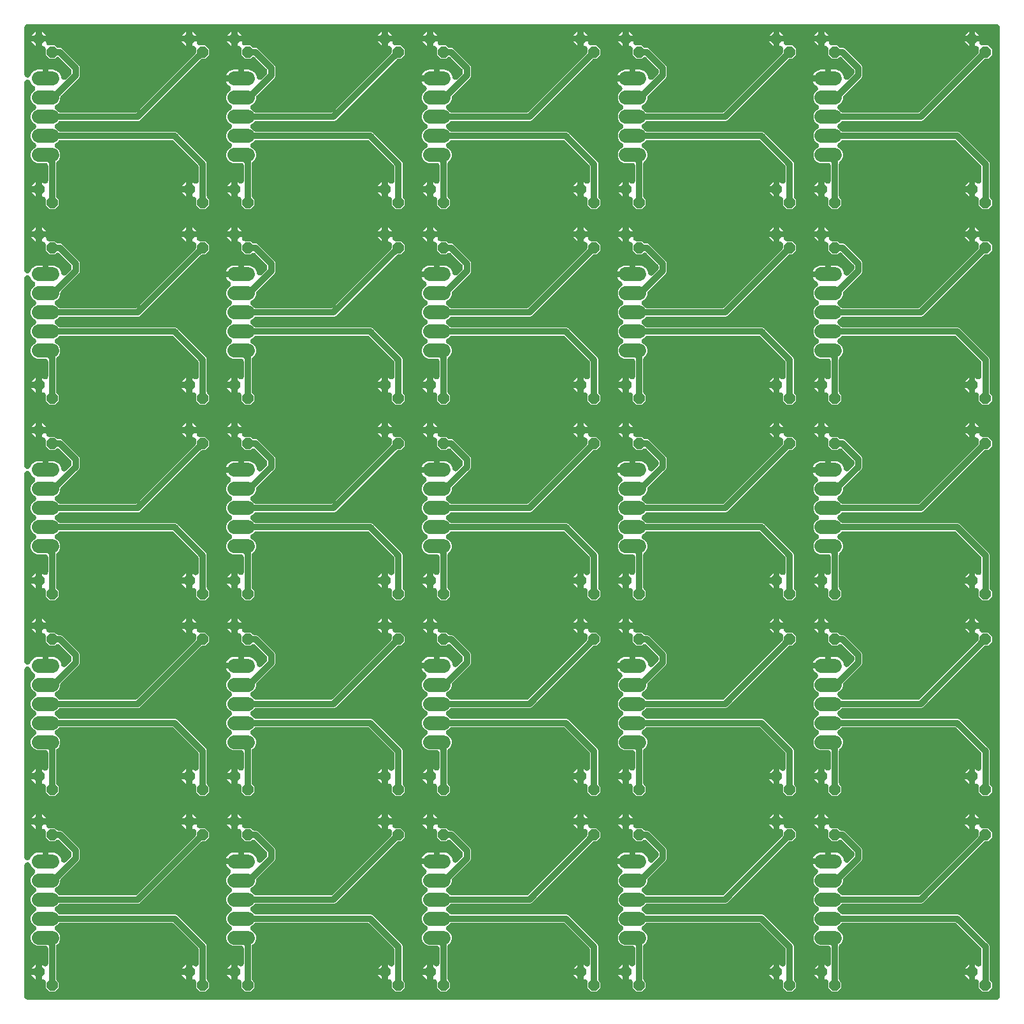
<source format=gbl>
G04 EAGLE Gerber RS-274X export*
G75*
%MOMM*%
%FSLAX34Y34*%
%LPD*%
%INBottom Copper*%
%IPPOS*%
%AMOC8*
5,1,8,0,0,1.08239X$1,22.5*%
G01*
%ADD10P,1.583577X8X292.500000*%
%ADD11C,1.828800*%
%ADD12C,0.812800*%

G36*
X1294165Y2017D02*
X1294165Y2017D01*
X1294396Y2027D01*
X1294450Y2037D01*
X1294504Y2041D01*
X1294730Y2089D01*
X1294956Y2131D01*
X1295008Y2148D01*
X1295062Y2160D01*
X1295278Y2239D01*
X1295496Y2312D01*
X1295545Y2337D01*
X1295597Y2356D01*
X1295800Y2464D01*
X1296005Y2567D01*
X1296051Y2598D01*
X1296099Y2624D01*
X1296285Y2760D01*
X1296474Y2891D01*
X1296515Y2928D01*
X1296559Y2961D01*
X1296724Y3121D01*
X1296893Y3277D01*
X1296928Y3320D01*
X1296967Y3358D01*
X1297108Y3540D01*
X1297254Y3718D01*
X1297282Y3766D01*
X1297316Y3809D01*
X1297430Y4009D01*
X1297549Y4206D01*
X1297571Y4256D01*
X1297598Y4304D01*
X1297683Y4518D01*
X1297774Y4729D01*
X1297788Y4782D01*
X1297808Y4833D01*
X1297863Y5058D01*
X1297923Y5279D01*
X1297927Y5323D01*
X1297943Y5387D01*
X1297998Y5954D01*
X1297995Y6020D01*
X1297999Y6064D01*
X1297999Y1293936D01*
X1297983Y1294165D01*
X1297973Y1294396D01*
X1297963Y1294450D01*
X1297959Y1294504D01*
X1297911Y1294730D01*
X1297869Y1294956D01*
X1297852Y1295008D01*
X1297840Y1295062D01*
X1297761Y1295278D01*
X1297688Y1295496D01*
X1297663Y1295545D01*
X1297644Y1295597D01*
X1297536Y1295800D01*
X1297433Y1296005D01*
X1297402Y1296051D01*
X1297376Y1296099D01*
X1297240Y1296285D01*
X1297109Y1296474D01*
X1297072Y1296515D01*
X1297039Y1296559D01*
X1296879Y1296724D01*
X1296723Y1296893D01*
X1296680Y1296928D01*
X1296642Y1296967D01*
X1296460Y1297108D01*
X1296282Y1297254D01*
X1296234Y1297282D01*
X1296191Y1297316D01*
X1295991Y1297430D01*
X1295794Y1297549D01*
X1295744Y1297571D01*
X1295696Y1297598D01*
X1295482Y1297683D01*
X1295271Y1297774D01*
X1295218Y1297788D01*
X1295167Y1297808D01*
X1294942Y1297863D01*
X1294721Y1297923D01*
X1294677Y1297927D01*
X1294613Y1297943D01*
X1294046Y1297998D01*
X1293980Y1297995D01*
X1293936Y1297999D01*
X6064Y1297999D01*
X5835Y1297983D01*
X5604Y1297973D01*
X5550Y1297963D01*
X5496Y1297959D01*
X5270Y1297911D01*
X5044Y1297869D01*
X4992Y1297852D01*
X4938Y1297840D01*
X4722Y1297761D01*
X4504Y1297688D01*
X4455Y1297663D01*
X4403Y1297644D01*
X4200Y1297536D01*
X3995Y1297433D01*
X3949Y1297402D01*
X3901Y1297376D01*
X3715Y1297240D01*
X3526Y1297109D01*
X3485Y1297072D01*
X3441Y1297039D01*
X3276Y1296879D01*
X3107Y1296723D01*
X3072Y1296680D01*
X3033Y1296642D01*
X2892Y1296460D01*
X2746Y1296282D01*
X2718Y1296234D01*
X2684Y1296191D01*
X2570Y1295991D01*
X2451Y1295794D01*
X2429Y1295744D01*
X2402Y1295696D01*
X2317Y1295482D01*
X2226Y1295271D01*
X2212Y1295218D01*
X2192Y1295167D01*
X2137Y1294942D01*
X2077Y1294721D01*
X2073Y1294677D01*
X2057Y1294613D01*
X2002Y1294046D01*
X2005Y1293980D01*
X2001Y1293936D01*
X2001Y1231236D01*
X2016Y1231019D01*
X2024Y1230803D01*
X2036Y1230736D01*
X2041Y1230668D01*
X2086Y1230455D01*
X2124Y1230242D01*
X2146Y1230177D01*
X2160Y1230111D01*
X2234Y1229907D01*
X2302Y1229700D01*
X2332Y1229640D01*
X2356Y1229576D01*
X2458Y1229384D01*
X2554Y1229189D01*
X2592Y1229133D01*
X2624Y1229073D01*
X2753Y1228898D01*
X2875Y1228719D01*
X2921Y1228668D01*
X2961Y1228613D01*
X3112Y1228458D01*
X3258Y1228297D01*
X3311Y1228254D01*
X3358Y1228205D01*
X3530Y1228072D01*
X3697Y1227934D01*
X3755Y1227898D01*
X3809Y1227856D01*
X3997Y1227749D01*
X4182Y1227635D01*
X4245Y1227608D01*
X4304Y1227574D01*
X4506Y1227494D01*
X4705Y1227407D01*
X4770Y1227389D01*
X4833Y1227364D01*
X5045Y1227313D01*
X5254Y1227255D01*
X5321Y1227246D01*
X5387Y1227230D01*
X5604Y1227209D01*
X5819Y1227180D01*
X5887Y1227181D01*
X5954Y1227175D01*
X6171Y1227184D01*
X6388Y1227186D01*
X6456Y1227196D01*
X6524Y1227199D01*
X6737Y1227239D01*
X6952Y1227271D01*
X7017Y1227291D01*
X7084Y1227303D01*
X7290Y1227372D01*
X7498Y1227434D01*
X7559Y1227463D01*
X7624Y1227484D01*
X7818Y1227582D01*
X8015Y1227672D01*
X8073Y1227709D01*
X8133Y1227740D01*
X8312Y1227863D01*
X8495Y1227980D01*
X8546Y1228025D01*
X8602Y1228063D01*
X8762Y1228211D01*
X8926Y1228352D01*
X8971Y1228404D01*
X9021Y1228450D01*
X9159Y1228618D01*
X9302Y1228781D01*
X9339Y1228838D01*
X9382Y1228891D01*
X9495Y1229077D01*
X9613Y1229258D01*
X9635Y1229308D01*
X9677Y1229378D01*
X9902Y1229902D01*
X9915Y1229950D01*
X9928Y1229981D01*
X10027Y1230286D01*
X10862Y1231924D01*
X11943Y1233412D01*
X13244Y1234713D01*
X14732Y1235794D01*
X16371Y1236629D01*
X18120Y1237197D01*
X19936Y1237485D01*
X25937Y1237485D01*
X25937Y1225800D01*
X25953Y1225571D01*
X25963Y1225341D01*
X25973Y1225287D01*
X25977Y1225232D01*
X26025Y1225007D01*
X26067Y1224781D01*
X26084Y1224728D01*
X26096Y1224675D01*
X26175Y1224459D01*
X26248Y1224240D01*
X26273Y1224191D01*
X26291Y1224140D01*
X26400Y1223937D01*
X26503Y1223731D01*
X26534Y1223686D01*
X26560Y1223637D01*
X26696Y1223452D01*
X26827Y1223262D01*
X26864Y1223222D01*
X26897Y1223177D01*
X27057Y1223013D01*
X27213Y1222843D01*
X27256Y1222808D01*
X27294Y1222769D01*
X27476Y1222628D01*
X27654Y1222482D01*
X27701Y1222454D01*
X27745Y1222420D01*
X27945Y1222306D01*
X28141Y1222187D01*
X28192Y1222165D01*
X28240Y1222138D01*
X28454Y1222053D01*
X28665Y1221963D01*
X28718Y1221948D01*
X28769Y1221928D01*
X28994Y1221874D01*
X29215Y1221814D01*
X29259Y1221809D01*
X29323Y1221794D01*
X29890Y1221739D01*
X29956Y1221741D01*
X30000Y1221737D01*
X30230Y1221753D01*
X30460Y1221763D01*
X30514Y1221773D01*
X30569Y1221777D01*
X30794Y1221825D01*
X31020Y1221867D01*
X31072Y1221885D01*
X31126Y1221896D01*
X31342Y1221975D01*
X31560Y1222048D01*
X31609Y1222073D01*
X31661Y1222092D01*
X31864Y1222201D01*
X32070Y1222304D01*
X32115Y1222335D01*
X32163Y1222361D01*
X32349Y1222496D01*
X32538Y1222627D01*
X32579Y1222665D01*
X32623Y1222697D01*
X32788Y1222857D01*
X32957Y1223014D01*
X32992Y1223056D01*
X33031Y1223095D01*
X33172Y1223276D01*
X33318Y1223455D01*
X33347Y1223502D01*
X33380Y1223545D01*
X33494Y1223745D01*
X33613Y1223942D01*
X33635Y1223992D01*
X33662Y1224040D01*
X33748Y1224255D01*
X33838Y1224466D01*
X33852Y1224518D01*
X33873Y1224570D01*
X33927Y1224794D01*
X33987Y1225016D01*
X33991Y1225060D01*
X34007Y1225124D01*
X34062Y1225691D01*
X34059Y1225756D01*
X34063Y1225800D01*
X34063Y1237485D01*
X40064Y1237485D01*
X41880Y1237197D01*
X43629Y1236629D01*
X45268Y1235794D01*
X46756Y1234713D01*
X48057Y1233412D01*
X49138Y1231924D01*
X49973Y1230285D01*
X50541Y1228536D01*
X50722Y1227391D01*
X50741Y1227312D01*
X50751Y1227231D01*
X50805Y1227034D01*
X50851Y1226836D01*
X50880Y1226760D01*
X50901Y1226681D01*
X50982Y1226494D01*
X51056Y1226304D01*
X51095Y1226233D01*
X51127Y1226158D01*
X51233Y1225984D01*
X51333Y1225806D01*
X51382Y1225741D01*
X51424Y1225672D01*
X51553Y1225515D01*
X51677Y1225352D01*
X51734Y1225294D01*
X51786Y1225232D01*
X51936Y1225094D01*
X52081Y1224950D01*
X52146Y1224902D01*
X52206Y1224847D01*
X52374Y1224731D01*
X52537Y1224609D01*
X52609Y1224570D01*
X52676Y1224524D01*
X52858Y1224433D01*
X53037Y1224335D01*
X53113Y1224306D01*
X53186Y1224270D01*
X53379Y1224206D01*
X53570Y1224134D01*
X53649Y1224116D01*
X53726Y1224090D01*
X53927Y1224054D01*
X54126Y1224009D01*
X54207Y1224003D01*
X54287Y1223988D01*
X54491Y1223980D01*
X54694Y1223963D01*
X54775Y1223968D01*
X54856Y1223965D01*
X55059Y1223985D01*
X55263Y1223997D01*
X55342Y1224014D01*
X55423Y1224022D01*
X55621Y1224070D01*
X55821Y1224111D01*
X55898Y1224138D01*
X55977Y1224157D01*
X56166Y1224233D01*
X56358Y1224301D01*
X56430Y1224339D01*
X56506Y1224369D01*
X56683Y1224470D01*
X56863Y1224565D01*
X56929Y1224612D01*
X57000Y1224652D01*
X57094Y1224730D01*
X57327Y1224896D01*
X57516Y1225077D01*
X57609Y1225153D01*
X63475Y1231020D01*
X63515Y1231065D01*
X63559Y1231106D01*
X63702Y1231280D01*
X63849Y1231450D01*
X63882Y1231500D01*
X63920Y1231547D01*
X64037Y1231740D01*
X64159Y1231928D01*
X64184Y1231983D01*
X64215Y1232034D01*
X64304Y1232241D01*
X64399Y1232445D01*
X64416Y1232503D01*
X64440Y1232558D01*
X64499Y1232775D01*
X64564Y1232990D01*
X64573Y1233050D01*
X64589Y1233108D01*
X64600Y1233225D01*
X64651Y1233553D01*
X64654Y1233778D01*
X64665Y1233893D01*
X64665Y1236107D01*
X64661Y1236167D01*
X64663Y1236228D01*
X64641Y1236451D01*
X64625Y1236676D01*
X64613Y1236735D01*
X64607Y1236795D01*
X64553Y1237013D01*
X64506Y1237233D01*
X64486Y1237289D01*
X64471Y1237348D01*
X64388Y1237557D01*
X64310Y1237768D01*
X64282Y1237821D01*
X64260Y1237877D01*
X64148Y1238072D01*
X64042Y1238270D01*
X64006Y1238319D01*
X63976Y1238371D01*
X63901Y1238462D01*
X63705Y1238730D01*
X63548Y1238891D01*
X63475Y1238980D01*
X49062Y1253393D01*
X48888Y1253545D01*
X48719Y1253700D01*
X48673Y1253731D01*
X48632Y1253767D01*
X48439Y1253892D01*
X48249Y1254023D01*
X48200Y1254047D01*
X48154Y1254077D01*
X47945Y1254174D01*
X47739Y1254276D01*
X47687Y1254294D01*
X47637Y1254317D01*
X47416Y1254384D01*
X47198Y1254456D01*
X47144Y1254466D01*
X47092Y1254482D01*
X46864Y1254517D01*
X46638Y1254559D01*
X46583Y1254561D01*
X46529Y1254569D01*
X46299Y1254572D01*
X46068Y1254582D01*
X46014Y1254576D01*
X45959Y1254577D01*
X45731Y1254548D01*
X45501Y1254525D01*
X45448Y1254512D01*
X45394Y1254505D01*
X45172Y1254444D01*
X44948Y1254389D01*
X44897Y1254369D01*
X44844Y1254355D01*
X44633Y1254263D01*
X44419Y1254178D01*
X44371Y1254150D01*
X44321Y1254129D01*
X44124Y1254009D01*
X43925Y1253894D01*
X43890Y1253866D01*
X43834Y1253832D01*
X43394Y1253470D01*
X43350Y1253422D01*
X43316Y1253393D01*
X42446Y1252524D01*
X35334Y1252524D01*
X30304Y1257554D01*
X30304Y1264971D01*
X30288Y1265200D01*
X30278Y1265430D01*
X30268Y1265484D01*
X30264Y1265539D01*
X30216Y1265764D01*
X30174Y1265991D01*
X30157Y1266043D01*
X30145Y1266096D01*
X30066Y1266313D01*
X29993Y1266531D01*
X29968Y1266580D01*
X29949Y1266632D01*
X29841Y1266835D01*
X29738Y1267040D01*
X29706Y1267086D01*
X29680Y1267134D01*
X29545Y1267319D01*
X29414Y1267509D01*
X29376Y1267550D01*
X29344Y1267594D01*
X29184Y1267759D01*
X29027Y1267928D01*
X28985Y1267963D01*
X28947Y1268002D01*
X28765Y1268143D01*
X28586Y1268289D01*
X28539Y1268317D01*
X28496Y1268351D01*
X28296Y1268465D01*
X28099Y1268584D01*
X28049Y1268606D01*
X28001Y1268633D01*
X27786Y1268718D01*
X27576Y1268809D01*
X27523Y1268823D01*
X27471Y1268843D01*
X27247Y1268898D01*
X27026Y1268958D01*
X26981Y1268962D01*
X26918Y1268977D01*
X26351Y1269033D01*
X26285Y1269030D01*
X26241Y1269034D01*
X25173Y1269034D01*
X25173Y1274827D01*
X30966Y1274827D01*
X30966Y1273759D01*
X30982Y1273530D01*
X30992Y1273300D01*
X31002Y1273246D01*
X31006Y1273191D01*
X31054Y1272966D01*
X31096Y1272739D01*
X31113Y1272687D01*
X31125Y1272634D01*
X31204Y1272417D01*
X31277Y1272199D01*
X31302Y1272150D01*
X31321Y1272098D01*
X31429Y1271895D01*
X31532Y1271690D01*
X31564Y1271644D01*
X31590Y1271596D01*
X31725Y1271411D01*
X31856Y1271221D01*
X31894Y1271180D01*
X31926Y1271136D01*
X32086Y1270971D01*
X32243Y1270802D01*
X32285Y1270767D01*
X32323Y1270728D01*
X32505Y1270587D01*
X32684Y1270441D01*
X32731Y1270413D01*
X32774Y1270379D01*
X32974Y1270265D01*
X33171Y1270146D01*
X33221Y1270124D01*
X33269Y1270097D01*
X33484Y1270012D01*
X33694Y1269921D01*
X33747Y1269907D01*
X33799Y1269887D01*
X34023Y1269832D01*
X34244Y1269772D01*
X34289Y1269768D01*
X34352Y1269753D01*
X34919Y1269697D01*
X34985Y1269700D01*
X35029Y1269696D01*
X42446Y1269696D01*
X44507Y1267635D01*
X44553Y1267595D01*
X44594Y1267551D01*
X44768Y1267408D01*
X44938Y1267261D01*
X44988Y1267228D01*
X45035Y1267190D01*
X45227Y1267074D01*
X45416Y1266951D01*
X45471Y1266926D01*
X45522Y1266895D01*
X45728Y1266806D01*
X45933Y1266711D01*
X45990Y1266694D01*
X46046Y1266670D01*
X46263Y1266612D01*
X46478Y1266546D01*
X46538Y1266537D01*
X46596Y1266521D01*
X46713Y1266510D01*
X47041Y1266459D01*
X47266Y1266456D01*
X47381Y1266445D01*
X49951Y1266445D01*
X51912Y1265633D01*
X74523Y1243022D01*
X75335Y1241061D01*
X75335Y1228939D01*
X74523Y1226978D01*
X50749Y1203204D01*
X50709Y1203159D01*
X50665Y1203118D01*
X50523Y1202944D01*
X50375Y1202774D01*
X50342Y1202724D01*
X50304Y1202677D01*
X50187Y1202484D01*
X50065Y1202296D01*
X50040Y1202241D01*
X50009Y1202190D01*
X49920Y1201983D01*
X49825Y1201779D01*
X49808Y1201721D01*
X49784Y1201666D01*
X49726Y1201449D01*
X49660Y1201234D01*
X49651Y1201174D01*
X49635Y1201116D01*
X49624Y1200999D01*
X49573Y1200671D01*
X49570Y1200446D01*
X49559Y1200331D01*
X49559Y1198328D01*
X47973Y1194500D01*
X45044Y1191571D01*
X44761Y1191454D01*
X44658Y1191402D01*
X44551Y1191360D01*
X44403Y1191275D01*
X44252Y1191200D01*
X44157Y1191134D01*
X44057Y1191077D01*
X43922Y1190973D01*
X43782Y1190876D01*
X43697Y1190798D01*
X43606Y1190728D01*
X43488Y1190606D01*
X43363Y1190491D01*
X43290Y1190401D01*
X43209Y1190319D01*
X43109Y1190181D01*
X43002Y1190050D01*
X42942Y1189952D01*
X42874Y1189858D01*
X42794Y1189708D01*
X42705Y1189563D01*
X42660Y1189457D01*
X42606Y1189356D01*
X42547Y1189196D01*
X42480Y1189040D01*
X42450Y1188929D01*
X42411Y1188820D01*
X42375Y1188654D01*
X42331Y1188490D01*
X42316Y1188376D01*
X42292Y1188263D01*
X42281Y1188093D01*
X42259Y1187925D01*
X42261Y1187809D01*
X42253Y1187694D01*
X42265Y1187525D01*
X42268Y1187355D01*
X42286Y1187241D01*
X42294Y1187126D01*
X42330Y1186960D01*
X42356Y1186792D01*
X42389Y1186682D01*
X42414Y1186569D01*
X42472Y1186409D01*
X42522Y1186247D01*
X42570Y1186143D01*
X42610Y1186034D01*
X42691Y1185884D01*
X42762Y1185730D01*
X42825Y1185634D01*
X42880Y1185532D01*
X42980Y1185395D01*
X43073Y1185253D01*
X43149Y1185166D01*
X43217Y1185073D01*
X43335Y1184951D01*
X43447Y1184823D01*
X43534Y1184748D01*
X43615Y1184665D01*
X43749Y1184561D01*
X43878Y1184450D01*
X43974Y1184387D01*
X44066Y1184317D01*
X44167Y1184263D01*
X44356Y1184141D01*
X44658Y1184001D01*
X44761Y1183946D01*
X45044Y1183829D01*
X47348Y1181525D01*
X47390Y1181488D01*
X47426Y1181449D01*
X47429Y1181447D01*
X47434Y1181441D01*
X47608Y1181299D01*
X47778Y1181151D01*
X47829Y1181118D01*
X47875Y1181080D01*
X48068Y1180963D01*
X48256Y1180841D01*
X48311Y1180816D01*
X48363Y1180785D01*
X48569Y1180696D01*
X48773Y1180601D01*
X48831Y1180584D01*
X48886Y1180560D01*
X49103Y1180502D01*
X49318Y1180436D01*
X49378Y1180427D01*
X49436Y1180411D01*
X49553Y1180400D01*
X49881Y1180349D01*
X50106Y1180346D01*
X50221Y1180335D01*
X148887Y1180335D01*
X148947Y1180339D01*
X149008Y1180337D01*
X149231Y1180359D01*
X149456Y1180375D01*
X149515Y1180387D01*
X149575Y1180393D01*
X149793Y1180447D01*
X150013Y1180494D01*
X150069Y1180514D01*
X150128Y1180529D01*
X150337Y1180612D01*
X150548Y1180690D01*
X150601Y1180718D01*
X150657Y1180740D01*
X150852Y1180852D01*
X151050Y1180958D01*
X151099Y1180994D01*
X151151Y1181024D01*
X151242Y1181099D01*
X151510Y1181295D01*
X151671Y1181452D01*
X151760Y1181525D01*
X229114Y1258878D01*
X229154Y1258924D01*
X229198Y1258965D01*
X229340Y1259139D01*
X229488Y1259309D01*
X229520Y1259359D01*
X229559Y1259406D01*
X229675Y1259598D01*
X229797Y1259787D01*
X229823Y1259842D01*
X229854Y1259893D01*
X229943Y1260100D01*
X230037Y1260304D01*
X230055Y1260361D01*
X230079Y1260417D01*
X230137Y1260634D01*
X230203Y1260849D01*
X230212Y1260909D01*
X230228Y1260967D01*
X230239Y1261084D01*
X230290Y1261412D01*
X230293Y1261637D01*
X230304Y1261752D01*
X230304Y1264971D01*
X230288Y1265200D01*
X230278Y1265430D01*
X230268Y1265484D01*
X230264Y1265539D01*
X230216Y1265764D01*
X230174Y1265991D01*
X230157Y1266043D01*
X230145Y1266096D01*
X230066Y1266313D01*
X229993Y1266531D01*
X229968Y1266580D01*
X229949Y1266632D01*
X229841Y1266835D01*
X229738Y1267040D01*
X229706Y1267086D01*
X229680Y1267134D01*
X229545Y1267319D01*
X229414Y1267509D01*
X229376Y1267550D01*
X229344Y1267594D01*
X229184Y1267759D01*
X229027Y1267928D01*
X228985Y1267963D01*
X228947Y1268002D01*
X228765Y1268143D01*
X228586Y1268289D01*
X228539Y1268317D01*
X228496Y1268351D01*
X228296Y1268465D01*
X228099Y1268584D01*
X228049Y1268606D01*
X228001Y1268633D01*
X227786Y1268718D01*
X227576Y1268809D01*
X227523Y1268823D01*
X227471Y1268843D01*
X227247Y1268898D01*
X227026Y1268958D01*
X226981Y1268962D01*
X226918Y1268977D01*
X226351Y1269033D01*
X226285Y1269030D01*
X226241Y1269034D01*
X225173Y1269034D01*
X225173Y1274827D01*
X230966Y1274827D01*
X230966Y1273759D01*
X230982Y1273530D01*
X230992Y1273300D01*
X231002Y1273246D01*
X231006Y1273191D01*
X231054Y1272966D01*
X231096Y1272739D01*
X231113Y1272687D01*
X231125Y1272634D01*
X231204Y1272417D01*
X231277Y1272199D01*
X231302Y1272150D01*
X231321Y1272098D01*
X231429Y1271895D01*
X231532Y1271690D01*
X231564Y1271644D01*
X231590Y1271596D01*
X231725Y1271411D01*
X231856Y1271221D01*
X231894Y1271180D01*
X231926Y1271136D01*
X232086Y1270971D01*
X232243Y1270802D01*
X232285Y1270767D01*
X232323Y1270728D01*
X232505Y1270587D01*
X232684Y1270441D01*
X232731Y1270413D01*
X232774Y1270379D01*
X232974Y1270265D01*
X233171Y1270146D01*
X233221Y1270124D01*
X233269Y1270097D01*
X233484Y1270012D01*
X233694Y1269921D01*
X233747Y1269907D01*
X233799Y1269887D01*
X234023Y1269832D01*
X234244Y1269772D01*
X234289Y1269768D01*
X234352Y1269753D01*
X234919Y1269697D01*
X234985Y1269700D01*
X235029Y1269696D01*
X242446Y1269696D01*
X247476Y1264666D01*
X247476Y1257554D01*
X242446Y1252524D01*
X239532Y1252524D01*
X239471Y1252520D01*
X239411Y1252522D01*
X239188Y1252500D01*
X238963Y1252484D01*
X238904Y1252471D01*
X238844Y1252465D01*
X238626Y1252412D01*
X238406Y1252365D01*
X238349Y1252344D01*
X238291Y1252330D01*
X238082Y1252246D01*
X237871Y1252169D01*
X237818Y1252141D01*
X237762Y1252118D01*
X237567Y1252006D01*
X237369Y1251900D01*
X237320Y1251865D01*
X237267Y1251835D01*
X237176Y1251760D01*
X236909Y1251564D01*
X236748Y1251407D01*
X236658Y1251334D01*
X155802Y1170477D01*
X153841Y1169665D01*
X50221Y1169665D01*
X50161Y1169661D01*
X50100Y1169663D01*
X49877Y1169641D01*
X49653Y1169625D01*
X49593Y1169613D01*
X49534Y1169607D01*
X49315Y1169553D01*
X49095Y1169506D01*
X49039Y1169486D01*
X48980Y1169471D01*
X48771Y1169388D01*
X48560Y1169310D01*
X48507Y1169282D01*
X48451Y1169260D01*
X48256Y1169148D01*
X48058Y1169042D01*
X48009Y1169006D01*
X47957Y1168976D01*
X47866Y1168901D01*
X47598Y1168705D01*
X47437Y1168548D01*
X47348Y1168475D01*
X45044Y1166171D01*
X44761Y1166054D01*
X44658Y1166002D01*
X44551Y1165960D01*
X44403Y1165875D01*
X44252Y1165800D01*
X44157Y1165734D01*
X44057Y1165677D01*
X43922Y1165573D01*
X43782Y1165476D01*
X43697Y1165398D01*
X43606Y1165328D01*
X43488Y1165206D01*
X43363Y1165091D01*
X43290Y1165001D01*
X43209Y1164919D01*
X43109Y1164781D01*
X43002Y1164650D01*
X42942Y1164552D01*
X42874Y1164458D01*
X42794Y1164308D01*
X42705Y1164163D01*
X42660Y1164057D01*
X42606Y1163956D01*
X42547Y1163796D01*
X42480Y1163640D01*
X42450Y1163529D01*
X42411Y1163420D01*
X42375Y1163254D01*
X42331Y1163090D01*
X42316Y1162976D01*
X42292Y1162863D01*
X42281Y1162693D01*
X42259Y1162525D01*
X42261Y1162409D01*
X42253Y1162294D01*
X42265Y1162125D01*
X42268Y1161955D01*
X42286Y1161841D01*
X42294Y1161726D01*
X42330Y1161560D01*
X42356Y1161392D01*
X42389Y1161282D01*
X42414Y1161169D01*
X42472Y1161009D01*
X42522Y1160847D01*
X42570Y1160743D01*
X42610Y1160634D01*
X42691Y1160484D01*
X42762Y1160330D01*
X42825Y1160234D01*
X42880Y1160132D01*
X42980Y1159995D01*
X43073Y1159853D01*
X43149Y1159766D01*
X43217Y1159673D01*
X43335Y1159551D01*
X43447Y1159423D01*
X43534Y1159348D01*
X43615Y1159265D01*
X43749Y1159161D01*
X43878Y1159050D01*
X43974Y1158987D01*
X44066Y1158917D01*
X44167Y1158863D01*
X44356Y1158741D01*
X44658Y1158601D01*
X44761Y1158546D01*
X45044Y1158429D01*
X47348Y1156125D01*
X47393Y1156085D01*
X47434Y1156041D01*
X47608Y1155899D01*
X47778Y1155751D01*
X47829Y1155718D01*
X47875Y1155680D01*
X48068Y1155563D01*
X48256Y1155441D01*
X48311Y1155416D01*
X48363Y1155385D01*
X48569Y1155296D01*
X48773Y1155201D01*
X48831Y1155184D01*
X48886Y1155160D01*
X49103Y1155102D01*
X49318Y1155036D01*
X49378Y1155027D01*
X49436Y1155011D01*
X49553Y1155000D01*
X49881Y1154949D01*
X50106Y1154946D01*
X50221Y1154935D01*
X202461Y1154935D01*
X204422Y1154123D01*
X243523Y1115022D01*
X244335Y1113061D01*
X244335Y1069491D01*
X244339Y1069430D01*
X244337Y1069370D01*
X244359Y1069147D01*
X244375Y1068922D01*
X244387Y1068863D01*
X244393Y1068803D01*
X244447Y1068585D01*
X244494Y1068365D01*
X244514Y1068308D01*
X244529Y1068250D01*
X244612Y1068041D01*
X244690Y1067830D01*
X244718Y1067776D01*
X244741Y1067721D01*
X244852Y1067526D01*
X244958Y1067328D01*
X244994Y1067279D01*
X245024Y1067226D01*
X245099Y1067135D01*
X245295Y1066868D01*
X245452Y1066706D01*
X245525Y1066617D01*
X247476Y1064666D01*
X247476Y1057554D01*
X242446Y1052524D01*
X235334Y1052524D01*
X230304Y1057554D01*
X230304Y1064971D01*
X230288Y1065200D01*
X230278Y1065430D01*
X230268Y1065484D01*
X230264Y1065539D01*
X230216Y1065764D01*
X230174Y1065991D01*
X230157Y1066043D01*
X230145Y1066096D01*
X230066Y1066313D01*
X229993Y1066531D01*
X229968Y1066580D01*
X229949Y1066632D01*
X229841Y1066835D01*
X229738Y1067040D01*
X229706Y1067086D01*
X229680Y1067134D01*
X229545Y1067319D01*
X229414Y1067509D01*
X229376Y1067550D01*
X229344Y1067594D01*
X229184Y1067759D01*
X229027Y1067928D01*
X228985Y1067963D01*
X228947Y1068002D01*
X228765Y1068143D01*
X228586Y1068289D01*
X228539Y1068317D01*
X228496Y1068351D01*
X228296Y1068465D01*
X228099Y1068584D01*
X228049Y1068606D01*
X228001Y1068633D01*
X227786Y1068718D01*
X227576Y1068809D01*
X227523Y1068823D01*
X227471Y1068843D01*
X227247Y1068898D01*
X227026Y1068958D01*
X226981Y1068962D01*
X226918Y1068977D01*
X226351Y1069033D01*
X226285Y1069030D01*
X226241Y1069034D01*
X225173Y1069034D01*
X225173Y1078890D01*
X225173Y1088746D01*
X225192Y1088746D01*
X226729Y1087210D01*
X226816Y1087134D01*
X226896Y1087051D01*
X227031Y1086947D01*
X227159Y1086836D01*
X227256Y1086773D01*
X227347Y1086703D01*
X227494Y1086619D01*
X227637Y1086526D01*
X227742Y1086478D01*
X227842Y1086420D01*
X228000Y1086358D01*
X228154Y1086286D01*
X228264Y1086253D01*
X228371Y1086210D01*
X228537Y1086170D01*
X228699Y1086121D01*
X228813Y1086103D01*
X228925Y1086076D01*
X229095Y1086060D01*
X229262Y1086034D01*
X229377Y1086032D01*
X229492Y1086021D01*
X229662Y1086028D01*
X229832Y1086026D01*
X229946Y1086040D01*
X230062Y1086045D01*
X230229Y1086076D01*
X230397Y1086098D01*
X230509Y1086128D01*
X230622Y1086149D01*
X230783Y1086204D01*
X230947Y1086248D01*
X231053Y1086294D01*
X231162Y1086331D01*
X231314Y1086407D01*
X231470Y1086474D01*
X231568Y1086534D01*
X231671Y1086586D01*
X231811Y1086683D01*
X231956Y1086771D01*
X232045Y1086844D01*
X232140Y1086910D01*
X232265Y1087025D01*
X232397Y1087133D01*
X232474Y1087218D01*
X232559Y1087296D01*
X232667Y1087428D01*
X232782Y1087553D01*
X232847Y1087648D01*
X232920Y1087737D01*
X233008Y1087882D01*
X233104Y1088023D01*
X233156Y1088126D01*
X233215Y1088224D01*
X233282Y1088380D01*
X233358Y1088533D01*
X233394Y1088642D01*
X233440Y1088748D01*
X233484Y1088912D01*
X233538Y1089073D01*
X233559Y1089187D01*
X233589Y1089298D01*
X233600Y1089413D01*
X233640Y1089634D01*
X233654Y1089965D01*
X233665Y1090083D01*
X233665Y1108107D01*
X233661Y1108167D01*
X233663Y1108228D01*
X233641Y1108451D01*
X233625Y1108676D01*
X233613Y1108735D01*
X233607Y1108795D01*
X233553Y1109013D01*
X233506Y1109233D01*
X233486Y1109289D01*
X233471Y1109348D01*
X233388Y1109557D01*
X233310Y1109768D01*
X233282Y1109821D01*
X233260Y1109877D01*
X233148Y1110072D01*
X233042Y1110270D01*
X233006Y1110319D01*
X232976Y1110371D01*
X232901Y1110462D01*
X232705Y1110730D01*
X232548Y1110891D01*
X232475Y1110980D01*
X200380Y1143075D01*
X200335Y1143115D01*
X200294Y1143159D01*
X200120Y1143301D01*
X199950Y1143449D01*
X199900Y1143482D01*
X199853Y1143520D01*
X199660Y1143637D01*
X199472Y1143759D01*
X199417Y1143784D01*
X199366Y1143815D01*
X199159Y1143904D01*
X198955Y1143999D01*
X198897Y1144016D01*
X198842Y1144040D01*
X198625Y1144098D01*
X198410Y1144164D01*
X198350Y1144173D01*
X198292Y1144189D01*
X198175Y1144200D01*
X197847Y1144251D01*
X197622Y1144254D01*
X197507Y1144265D01*
X50221Y1144265D01*
X50161Y1144261D01*
X50100Y1144263D01*
X49877Y1144241D01*
X49653Y1144225D01*
X49593Y1144213D01*
X49534Y1144207D01*
X49315Y1144153D01*
X49095Y1144106D01*
X49039Y1144086D01*
X48980Y1144071D01*
X48771Y1143988D01*
X48560Y1143910D01*
X48507Y1143882D01*
X48451Y1143860D01*
X48256Y1143748D01*
X48058Y1143642D01*
X48009Y1143606D01*
X47957Y1143576D01*
X47866Y1143501D01*
X47598Y1143305D01*
X47437Y1143148D01*
X47348Y1143075D01*
X45044Y1140771D01*
X44761Y1140654D01*
X44658Y1140602D01*
X44551Y1140560D01*
X44403Y1140475D01*
X44252Y1140400D01*
X44157Y1140334D01*
X44057Y1140277D01*
X43922Y1140173D01*
X43782Y1140076D01*
X43697Y1139998D01*
X43606Y1139928D01*
X43488Y1139806D01*
X43363Y1139691D01*
X43290Y1139601D01*
X43209Y1139519D01*
X43109Y1139381D01*
X43002Y1139250D01*
X42942Y1139152D01*
X42874Y1139058D01*
X42794Y1138908D01*
X42705Y1138763D01*
X42660Y1138657D01*
X42606Y1138556D01*
X42547Y1138396D01*
X42480Y1138240D01*
X42450Y1138129D01*
X42411Y1138020D01*
X42375Y1137854D01*
X42331Y1137690D01*
X42316Y1137576D01*
X42292Y1137463D01*
X42281Y1137293D01*
X42259Y1137125D01*
X42261Y1137009D01*
X42253Y1136894D01*
X42265Y1136725D01*
X42268Y1136555D01*
X42286Y1136441D01*
X42294Y1136326D01*
X42330Y1136160D01*
X42356Y1135992D01*
X42389Y1135882D01*
X42414Y1135769D01*
X42472Y1135609D01*
X42522Y1135447D01*
X42570Y1135343D01*
X42610Y1135234D01*
X42691Y1135084D01*
X42762Y1134930D01*
X42825Y1134834D01*
X42880Y1134732D01*
X42980Y1134595D01*
X43073Y1134453D01*
X43149Y1134366D01*
X43217Y1134273D01*
X43335Y1134151D01*
X43447Y1134023D01*
X43534Y1133948D01*
X43615Y1133865D01*
X43749Y1133761D01*
X43878Y1133650D01*
X43974Y1133587D01*
X44066Y1133517D01*
X44167Y1133463D01*
X44356Y1133341D01*
X44658Y1133201D01*
X44761Y1133146D01*
X45044Y1133029D01*
X47973Y1130100D01*
X49559Y1126272D01*
X49559Y1122128D01*
X47973Y1118300D01*
X45415Y1115742D01*
X45375Y1115697D01*
X45331Y1115656D01*
X45189Y1115482D01*
X45041Y1115312D01*
X45008Y1115261D01*
X44970Y1115215D01*
X44853Y1115022D01*
X44731Y1114834D01*
X44706Y1114779D01*
X44675Y1114727D01*
X44586Y1114521D01*
X44491Y1114317D01*
X44474Y1114259D01*
X44450Y1114204D01*
X44392Y1113987D01*
X44326Y1113772D01*
X44317Y1113712D01*
X44301Y1113654D01*
X44290Y1113537D01*
X44239Y1113209D01*
X44236Y1112984D01*
X44225Y1112869D01*
X44225Y1069601D01*
X44229Y1069540D01*
X44227Y1069480D01*
X44249Y1069257D01*
X44265Y1069032D01*
X44277Y1068973D01*
X44283Y1068913D01*
X44337Y1068695D01*
X44384Y1068475D01*
X44404Y1068418D01*
X44419Y1068360D01*
X44502Y1068151D01*
X44580Y1067940D01*
X44608Y1067887D01*
X44630Y1067831D01*
X44742Y1067636D01*
X44848Y1067438D01*
X44884Y1067389D01*
X44914Y1067336D01*
X44989Y1067245D01*
X45185Y1066978D01*
X45342Y1066817D01*
X45415Y1066727D01*
X47476Y1064666D01*
X47476Y1057554D01*
X42446Y1052524D01*
X35334Y1052524D01*
X30304Y1057554D01*
X30304Y1064971D01*
X30288Y1065200D01*
X30278Y1065430D01*
X30268Y1065484D01*
X30264Y1065539D01*
X30216Y1065764D01*
X30174Y1065991D01*
X30157Y1066043D01*
X30145Y1066096D01*
X30066Y1066313D01*
X29993Y1066531D01*
X29968Y1066580D01*
X29949Y1066632D01*
X29841Y1066835D01*
X29738Y1067040D01*
X29706Y1067086D01*
X29680Y1067134D01*
X29545Y1067319D01*
X29414Y1067509D01*
X29376Y1067550D01*
X29344Y1067594D01*
X29184Y1067759D01*
X29027Y1067928D01*
X28985Y1067963D01*
X28947Y1068002D01*
X28765Y1068143D01*
X28586Y1068289D01*
X28539Y1068317D01*
X28496Y1068351D01*
X28296Y1068465D01*
X28099Y1068584D01*
X28049Y1068606D01*
X28001Y1068633D01*
X27786Y1068718D01*
X27576Y1068809D01*
X27523Y1068823D01*
X27471Y1068843D01*
X27247Y1068898D01*
X27026Y1068958D01*
X26981Y1068962D01*
X26918Y1068977D01*
X26351Y1069033D01*
X26285Y1069030D01*
X26241Y1069034D01*
X25173Y1069034D01*
X25173Y1078890D01*
X25173Y1088746D01*
X25192Y1088746D01*
X26619Y1087320D01*
X26706Y1087244D01*
X26786Y1087161D01*
X26921Y1087057D01*
X27049Y1086946D01*
X27146Y1086883D01*
X27237Y1086813D01*
X27384Y1086729D01*
X27527Y1086636D01*
X27632Y1086588D01*
X27732Y1086530D01*
X27890Y1086468D01*
X28044Y1086396D01*
X28154Y1086363D01*
X28261Y1086320D01*
X28427Y1086280D01*
X28589Y1086231D01*
X28703Y1086213D01*
X28815Y1086186D01*
X28985Y1086170D01*
X29152Y1086144D01*
X29267Y1086142D01*
X29382Y1086131D01*
X29552Y1086138D01*
X29722Y1086136D01*
X29836Y1086150D01*
X29952Y1086155D01*
X30119Y1086186D01*
X30287Y1086208D01*
X30399Y1086238D01*
X30512Y1086259D01*
X30673Y1086314D01*
X30837Y1086358D01*
X30943Y1086404D01*
X31052Y1086441D01*
X31204Y1086517D01*
X31360Y1086584D01*
X31458Y1086644D01*
X31561Y1086696D01*
X31701Y1086793D01*
X31846Y1086881D01*
X31935Y1086954D01*
X32030Y1087020D01*
X32155Y1087135D01*
X32287Y1087243D01*
X32364Y1087328D01*
X32449Y1087406D01*
X32557Y1087538D01*
X32672Y1087663D01*
X32737Y1087758D01*
X32810Y1087847D01*
X32898Y1087992D01*
X32994Y1088133D01*
X33046Y1088236D01*
X33105Y1088334D01*
X33172Y1088490D01*
X33248Y1088643D01*
X33284Y1088752D01*
X33330Y1088858D01*
X33374Y1089022D01*
X33428Y1089183D01*
X33449Y1089297D01*
X33479Y1089408D01*
X33490Y1089523D01*
X33530Y1089744D01*
X33544Y1090075D01*
X33555Y1090193D01*
X33555Y1109722D01*
X33539Y1109951D01*
X33529Y1110182D01*
X33519Y1110236D01*
X33515Y1110290D01*
X33467Y1110516D01*
X33425Y1110742D01*
X33408Y1110794D01*
X33396Y1110848D01*
X33317Y1111064D01*
X33244Y1111282D01*
X33219Y1111331D01*
X33200Y1111383D01*
X33092Y1111586D01*
X32989Y1111791D01*
X32958Y1111837D01*
X32932Y1111885D01*
X32796Y1112071D01*
X32665Y1112260D01*
X32628Y1112301D01*
X32595Y1112345D01*
X32435Y1112510D01*
X32279Y1112679D01*
X32236Y1112714D01*
X32198Y1112753D01*
X32016Y1112894D01*
X31838Y1113040D01*
X31790Y1113068D01*
X31747Y1113102D01*
X31547Y1113216D01*
X31350Y1113335D01*
X31300Y1113357D01*
X31252Y1113384D01*
X31038Y1113469D01*
X30827Y1113560D01*
X30774Y1113574D01*
X30723Y1113594D01*
X30498Y1113649D01*
X30277Y1113709D01*
X30233Y1113713D01*
X30169Y1113729D01*
X29602Y1113784D01*
X29536Y1113781D01*
X29492Y1113785D01*
X18784Y1113785D01*
X14956Y1115371D01*
X12027Y1118300D01*
X10441Y1122128D01*
X10441Y1126272D01*
X12027Y1130100D01*
X14956Y1133029D01*
X15239Y1133146D01*
X15342Y1133197D01*
X15449Y1133240D01*
X15596Y1133325D01*
X15748Y1133400D01*
X15843Y1133466D01*
X15943Y1133523D01*
X16077Y1133627D01*
X16218Y1133724D01*
X16303Y1133802D01*
X16394Y1133872D01*
X16512Y1133994D01*
X16637Y1134109D01*
X16710Y1134198D01*
X16790Y1134281D01*
X16891Y1134419D01*
X16998Y1134550D01*
X17058Y1134648D01*
X17126Y1134742D01*
X17206Y1134891D01*
X17295Y1135037D01*
X17340Y1135143D01*
X17394Y1135244D01*
X17453Y1135404D01*
X17520Y1135560D01*
X17550Y1135671D01*
X17589Y1135780D01*
X17625Y1135946D01*
X17669Y1136110D01*
X17684Y1136224D01*
X17708Y1136337D01*
X17719Y1136507D01*
X17741Y1136675D01*
X17739Y1136790D01*
X17747Y1136905D01*
X17735Y1137075D01*
X17732Y1137245D01*
X17714Y1137359D01*
X17706Y1137474D01*
X17670Y1137640D01*
X17644Y1137808D01*
X17611Y1137918D01*
X17586Y1138031D01*
X17528Y1138191D01*
X17478Y1138353D01*
X17430Y1138457D01*
X17390Y1138566D01*
X17310Y1138715D01*
X17238Y1138869D01*
X17175Y1138966D01*
X17120Y1139068D01*
X17020Y1139205D01*
X16927Y1139347D01*
X16852Y1139434D01*
X16783Y1139527D01*
X16665Y1139649D01*
X16553Y1139777D01*
X16466Y1139852D01*
X16385Y1139935D01*
X16251Y1140039D01*
X16122Y1140150D01*
X16026Y1140213D01*
X15934Y1140283D01*
X15833Y1140337D01*
X15644Y1140459D01*
X15343Y1140598D01*
X15239Y1140654D01*
X14956Y1140771D01*
X12027Y1143700D01*
X10441Y1147528D01*
X10441Y1151672D01*
X12027Y1155500D01*
X14956Y1158429D01*
X15239Y1158546D01*
X15342Y1158597D01*
X15449Y1158640D01*
X15596Y1158725D01*
X15748Y1158800D01*
X15843Y1158866D01*
X15943Y1158923D01*
X16077Y1159027D01*
X16218Y1159124D01*
X16303Y1159202D01*
X16394Y1159272D01*
X16512Y1159394D01*
X16637Y1159509D01*
X16710Y1159598D01*
X16790Y1159681D01*
X16891Y1159819D01*
X16998Y1159950D01*
X17058Y1160048D01*
X17126Y1160142D01*
X17206Y1160291D01*
X17295Y1160437D01*
X17340Y1160543D01*
X17394Y1160644D01*
X17453Y1160804D01*
X17520Y1160960D01*
X17550Y1161071D01*
X17589Y1161180D01*
X17625Y1161346D01*
X17669Y1161510D01*
X17684Y1161624D01*
X17708Y1161737D01*
X17719Y1161907D01*
X17741Y1162075D01*
X17739Y1162190D01*
X17747Y1162305D01*
X17735Y1162475D01*
X17732Y1162645D01*
X17714Y1162759D01*
X17706Y1162874D01*
X17670Y1163040D01*
X17644Y1163208D01*
X17611Y1163318D01*
X17586Y1163431D01*
X17528Y1163591D01*
X17478Y1163753D01*
X17430Y1163857D01*
X17390Y1163966D01*
X17310Y1164115D01*
X17238Y1164269D01*
X17175Y1164366D01*
X17120Y1164468D01*
X17020Y1164605D01*
X16927Y1164747D01*
X16852Y1164834D01*
X16783Y1164927D01*
X16665Y1165049D01*
X16553Y1165177D01*
X16466Y1165252D01*
X16385Y1165335D01*
X16251Y1165439D01*
X16122Y1165550D01*
X16026Y1165613D01*
X15934Y1165683D01*
X15833Y1165737D01*
X15644Y1165859D01*
X15343Y1165998D01*
X15239Y1166054D01*
X14956Y1166171D01*
X12027Y1169100D01*
X10441Y1172928D01*
X10441Y1177072D01*
X12027Y1180900D01*
X14956Y1183829D01*
X15239Y1183946D01*
X15342Y1183997D01*
X15449Y1184040D01*
X15596Y1184125D01*
X15748Y1184200D01*
X15843Y1184266D01*
X15943Y1184323D01*
X16077Y1184427D01*
X16218Y1184524D01*
X16303Y1184602D01*
X16394Y1184672D01*
X16512Y1184794D01*
X16637Y1184909D01*
X16710Y1184998D01*
X16790Y1185081D01*
X16891Y1185219D01*
X16998Y1185350D01*
X17058Y1185448D01*
X17126Y1185542D01*
X17206Y1185691D01*
X17295Y1185837D01*
X17340Y1185943D01*
X17394Y1186044D01*
X17453Y1186204D01*
X17520Y1186360D01*
X17550Y1186471D01*
X17589Y1186580D01*
X17625Y1186746D01*
X17669Y1186910D01*
X17684Y1187024D01*
X17708Y1187137D01*
X17719Y1187307D01*
X17741Y1187475D01*
X17739Y1187590D01*
X17747Y1187705D01*
X17735Y1187875D01*
X17732Y1188045D01*
X17714Y1188159D01*
X17706Y1188274D01*
X17670Y1188440D01*
X17644Y1188608D01*
X17611Y1188718D01*
X17586Y1188831D01*
X17528Y1188991D01*
X17478Y1189153D01*
X17430Y1189257D01*
X17390Y1189366D01*
X17310Y1189515D01*
X17238Y1189669D01*
X17175Y1189766D01*
X17120Y1189868D01*
X17020Y1190005D01*
X16927Y1190147D01*
X16852Y1190234D01*
X16783Y1190327D01*
X16665Y1190449D01*
X16553Y1190577D01*
X16466Y1190652D01*
X16385Y1190735D01*
X16251Y1190839D01*
X16122Y1190950D01*
X16026Y1191013D01*
X15934Y1191083D01*
X15833Y1191137D01*
X15644Y1191259D01*
X15343Y1191398D01*
X15239Y1191454D01*
X14956Y1191571D01*
X12027Y1194500D01*
X10441Y1198328D01*
X10441Y1202472D01*
X12027Y1206300D01*
X15307Y1209580D01*
X15480Y1209779D01*
X15656Y1209977D01*
X15667Y1209994D01*
X15681Y1210010D01*
X15825Y1210233D01*
X15971Y1210452D01*
X15979Y1210471D01*
X15991Y1210488D01*
X16103Y1210730D01*
X16216Y1210966D01*
X16222Y1210986D01*
X16231Y1211005D01*
X16307Y1211258D01*
X16386Y1211510D01*
X16390Y1211531D01*
X16396Y1211551D01*
X16436Y1211811D01*
X16480Y1212072D01*
X16480Y1212093D01*
X16483Y1212114D01*
X16487Y1212377D01*
X16493Y1212642D01*
X16491Y1212663D01*
X16491Y1212683D01*
X16458Y1212945D01*
X16427Y1213208D01*
X16422Y1213228D01*
X16419Y1213249D01*
X16349Y1213503D01*
X16282Y1213759D01*
X16274Y1213778D01*
X16268Y1213798D01*
X16164Y1214040D01*
X16062Y1214284D01*
X16051Y1214302D01*
X16043Y1214321D01*
X15905Y1214546D01*
X15770Y1214774D01*
X15757Y1214790D01*
X15746Y1214808D01*
X15578Y1215012D01*
X15412Y1215217D01*
X15400Y1215229D01*
X15384Y1215248D01*
X14964Y1215633D01*
X14875Y1215694D01*
X14823Y1215740D01*
X13244Y1216887D01*
X11943Y1218188D01*
X10862Y1219676D01*
X10027Y1221314D01*
X9928Y1221619D01*
X9847Y1221820D01*
X9772Y1222024D01*
X9740Y1222084D01*
X9715Y1222147D01*
X9606Y1222335D01*
X9504Y1222527D01*
X9464Y1222582D01*
X9429Y1222640D01*
X9295Y1222811D01*
X9167Y1222987D01*
X9120Y1223035D01*
X9078Y1223089D01*
X8921Y1223239D01*
X8770Y1223395D01*
X8716Y1223437D01*
X8667Y1223484D01*
X8491Y1223611D01*
X8319Y1223744D01*
X8260Y1223777D01*
X8205Y1223817D01*
X8013Y1223918D01*
X7824Y1224026D01*
X7761Y1224051D01*
X7701Y1224083D01*
X7497Y1224156D01*
X7295Y1224236D01*
X7228Y1224252D01*
X7164Y1224275D01*
X6952Y1224319D01*
X6741Y1224370D01*
X6673Y1224377D01*
X6607Y1224391D01*
X6390Y1224404D01*
X6174Y1224425D01*
X6106Y1224423D01*
X6038Y1224427D01*
X5822Y1224410D01*
X5604Y1224401D01*
X5537Y1224388D01*
X5470Y1224383D01*
X5258Y1224336D01*
X5044Y1224297D01*
X4980Y1224275D01*
X4913Y1224261D01*
X4710Y1224185D01*
X4504Y1224116D01*
X4443Y1224085D01*
X4380Y1224061D01*
X4189Y1223958D01*
X3995Y1223860D01*
X3938Y1223822D01*
X3879Y1223789D01*
X3705Y1223660D01*
X3526Y1223537D01*
X3476Y1223490D01*
X3421Y1223450D01*
X3267Y1223298D01*
X3107Y1223150D01*
X3064Y1223098D01*
X3015Y1223050D01*
X2884Y1222878D01*
X2746Y1222709D01*
X2711Y1222651D01*
X2670Y1222597D01*
X2563Y1222408D01*
X2451Y1222222D01*
X2424Y1222160D01*
X2391Y1222100D01*
X2312Y1221898D01*
X2226Y1221698D01*
X2208Y1221633D01*
X2184Y1221569D01*
X2134Y1221358D01*
X2077Y1221148D01*
X2072Y1221094D01*
X2053Y1221015D01*
X2002Y1220447D01*
X2004Y1220398D01*
X2001Y1220364D01*
X2001Y971236D01*
X2016Y971019D01*
X2024Y970803D01*
X2036Y970736D01*
X2041Y970668D01*
X2086Y970455D01*
X2124Y970242D01*
X2146Y970177D01*
X2160Y970111D01*
X2234Y969907D01*
X2302Y969700D01*
X2332Y969640D01*
X2356Y969576D01*
X2458Y969384D01*
X2554Y969189D01*
X2592Y969133D01*
X2624Y969073D01*
X2753Y968898D01*
X2875Y968719D01*
X2921Y968668D01*
X2961Y968613D01*
X3112Y968458D01*
X3258Y968297D01*
X3311Y968254D01*
X3358Y968205D01*
X3530Y968072D01*
X3697Y967934D01*
X3755Y967898D01*
X3809Y967856D01*
X3997Y967749D01*
X4182Y967635D01*
X4245Y967608D01*
X4304Y967574D01*
X4506Y967494D01*
X4705Y967407D01*
X4770Y967389D01*
X4833Y967364D01*
X5045Y967313D01*
X5254Y967255D01*
X5321Y967246D01*
X5387Y967230D01*
X5604Y967209D01*
X5819Y967180D01*
X5887Y967181D01*
X5954Y967175D01*
X6171Y967184D01*
X6388Y967186D01*
X6456Y967196D01*
X6524Y967199D01*
X6737Y967239D01*
X6952Y967271D01*
X7017Y967291D01*
X7084Y967303D01*
X7290Y967372D01*
X7498Y967434D01*
X7559Y967463D01*
X7624Y967484D01*
X7818Y967582D01*
X8015Y967672D01*
X8073Y967709D01*
X8133Y967740D01*
X8312Y967863D01*
X8495Y967980D01*
X8546Y968025D01*
X8602Y968063D01*
X8762Y968211D01*
X8926Y968352D01*
X8971Y968404D01*
X9021Y968450D01*
X9159Y968618D01*
X9302Y968781D01*
X9339Y968838D01*
X9382Y968891D01*
X9495Y969077D01*
X9613Y969258D01*
X9635Y969308D01*
X9677Y969378D01*
X9902Y969902D01*
X9915Y969950D01*
X9928Y969981D01*
X10027Y970286D01*
X10862Y971924D01*
X11943Y973412D01*
X13244Y974713D01*
X14732Y975794D01*
X16371Y976629D01*
X18120Y977197D01*
X19936Y977485D01*
X25937Y977485D01*
X25937Y965800D01*
X25953Y965571D01*
X25963Y965341D01*
X25973Y965287D01*
X25977Y965232D01*
X26025Y965007D01*
X26067Y964781D01*
X26084Y964728D01*
X26096Y964675D01*
X26175Y964459D01*
X26248Y964240D01*
X26273Y964191D01*
X26291Y964140D01*
X26400Y963937D01*
X26503Y963731D01*
X26534Y963686D01*
X26560Y963637D01*
X26696Y963452D01*
X26827Y963262D01*
X26864Y963222D01*
X26897Y963177D01*
X27057Y963013D01*
X27213Y962843D01*
X27256Y962808D01*
X27294Y962769D01*
X27476Y962628D01*
X27654Y962482D01*
X27701Y962454D01*
X27745Y962420D01*
X27945Y962306D01*
X28141Y962187D01*
X28192Y962165D01*
X28240Y962138D01*
X28454Y962053D01*
X28665Y961963D01*
X28718Y961948D01*
X28769Y961928D01*
X28994Y961874D01*
X29215Y961814D01*
X29259Y961809D01*
X29323Y961794D01*
X29890Y961739D01*
X29956Y961741D01*
X30000Y961737D01*
X30230Y961753D01*
X30460Y961763D01*
X30514Y961773D01*
X30569Y961777D01*
X30794Y961825D01*
X31020Y961867D01*
X31072Y961885D01*
X31126Y961896D01*
X31342Y961975D01*
X31560Y962048D01*
X31609Y962073D01*
X31661Y962092D01*
X31864Y962201D01*
X32070Y962304D01*
X32115Y962335D01*
X32163Y962361D01*
X32349Y962496D01*
X32538Y962627D01*
X32579Y962665D01*
X32623Y962697D01*
X32788Y962857D01*
X32957Y963014D01*
X32992Y963056D01*
X33031Y963095D01*
X33172Y963276D01*
X33318Y963455D01*
X33347Y963502D01*
X33380Y963545D01*
X33494Y963745D01*
X33613Y963942D01*
X33635Y963992D01*
X33662Y964040D01*
X33748Y964255D01*
X33838Y964466D01*
X33852Y964518D01*
X33873Y964570D01*
X33927Y964794D01*
X33987Y965016D01*
X33991Y965060D01*
X34007Y965124D01*
X34062Y965691D01*
X34059Y965756D01*
X34063Y965800D01*
X34063Y977485D01*
X40064Y977485D01*
X41880Y977197D01*
X43629Y976629D01*
X45268Y975794D01*
X46756Y974713D01*
X48057Y973412D01*
X49138Y971924D01*
X49973Y970285D01*
X50541Y968536D01*
X50722Y967391D01*
X50741Y967312D01*
X50751Y967231D01*
X50805Y967034D01*
X50851Y966836D01*
X50880Y966760D01*
X50901Y966681D01*
X50982Y966494D01*
X51056Y966304D01*
X51095Y966233D01*
X51127Y966158D01*
X51233Y965984D01*
X51333Y965806D01*
X51382Y965741D01*
X51424Y965672D01*
X51553Y965515D01*
X51677Y965352D01*
X51734Y965294D01*
X51786Y965232D01*
X51936Y965094D01*
X52081Y964950D01*
X52146Y964902D01*
X52206Y964847D01*
X52374Y964731D01*
X52537Y964609D01*
X52609Y964570D01*
X52676Y964524D01*
X52858Y964433D01*
X53037Y964335D01*
X53113Y964306D01*
X53186Y964270D01*
X53379Y964206D01*
X53570Y964134D01*
X53649Y964116D01*
X53726Y964090D01*
X53927Y964054D01*
X54126Y964009D01*
X54207Y964003D01*
X54287Y963988D01*
X54491Y963980D01*
X54694Y963963D01*
X54775Y963968D01*
X54856Y963965D01*
X55059Y963985D01*
X55263Y963997D01*
X55342Y964014D01*
X55423Y964022D01*
X55621Y964070D01*
X55821Y964111D01*
X55898Y964138D01*
X55977Y964157D01*
X56166Y964233D01*
X56358Y964301D01*
X56430Y964339D01*
X56506Y964369D01*
X56683Y964470D01*
X56863Y964565D01*
X56929Y964612D01*
X57000Y964652D01*
X57094Y964730D01*
X57327Y964896D01*
X57516Y965077D01*
X57609Y965153D01*
X63475Y971020D01*
X63515Y971065D01*
X63559Y971106D01*
X63702Y971280D01*
X63849Y971450D01*
X63882Y971500D01*
X63920Y971547D01*
X64037Y971740D01*
X64159Y971928D01*
X64184Y971983D01*
X64215Y972034D01*
X64304Y972241D01*
X64399Y972445D01*
X64416Y972503D01*
X64440Y972558D01*
X64499Y972775D01*
X64564Y972990D01*
X64573Y973050D01*
X64589Y973108D01*
X64600Y973225D01*
X64651Y973553D01*
X64654Y973778D01*
X64665Y973893D01*
X64665Y976107D01*
X64661Y976167D01*
X64663Y976228D01*
X64641Y976451D01*
X64625Y976676D01*
X64613Y976735D01*
X64607Y976795D01*
X64553Y977013D01*
X64506Y977233D01*
X64486Y977289D01*
X64471Y977348D01*
X64388Y977557D01*
X64310Y977768D01*
X64282Y977821D01*
X64260Y977877D01*
X64148Y978072D01*
X64042Y978270D01*
X64006Y978319D01*
X63976Y978371D01*
X63901Y978462D01*
X63705Y978730D01*
X63548Y978891D01*
X63475Y978980D01*
X49062Y993393D01*
X48888Y993545D01*
X48719Y993700D01*
X48673Y993731D01*
X48632Y993767D01*
X48439Y993892D01*
X48249Y994023D01*
X48200Y994047D01*
X48154Y994077D01*
X47945Y994174D01*
X47739Y994276D01*
X47687Y994294D01*
X47637Y994317D01*
X47416Y994384D01*
X47198Y994456D01*
X47144Y994466D01*
X47092Y994482D01*
X46864Y994517D01*
X46638Y994559D01*
X46583Y994561D01*
X46529Y994569D01*
X46299Y994572D01*
X46068Y994582D01*
X46014Y994576D01*
X45959Y994577D01*
X45731Y994548D01*
X45501Y994525D01*
X45448Y994512D01*
X45394Y994505D01*
X45172Y994444D01*
X44948Y994389D01*
X44897Y994369D01*
X44844Y994355D01*
X44633Y994263D01*
X44419Y994178D01*
X44371Y994150D01*
X44321Y994129D01*
X44124Y994009D01*
X43925Y993894D01*
X43890Y993866D01*
X43834Y993832D01*
X43394Y993470D01*
X43350Y993422D01*
X43316Y993393D01*
X42446Y992524D01*
X35334Y992524D01*
X30304Y997554D01*
X30304Y1004971D01*
X30288Y1005200D01*
X30278Y1005430D01*
X30268Y1005484D01*
X30264Y1005539D01*
X30216Y1005764D01*
X30174Y1005991D01*
X30157Y1006043D01*
X30145Y1006096D01*
X30066Y1006313D01*
X29993Y1006531D01*
X29968Y1006580D01*
X29949Y1006632D01*
X29841Y1006835D01*
X29738Y1007040D01*
X29706Y1007086D01*
X29680Y1007134D01*
X29545Y1007319D01*
X29414Y1007509D01*
X29376Y1007550D01*
X29344Y1007594D01*
X29184Y1007759D01*
X29027Y1007928D01*
X28985Y1007963D01*
X28947Y1008002D01*
X28765Y1008143D01*
X28586Y1008289D01*
X28539Y1008317D01*
X28496Y1008351D01*
X28296Y1008465D01*
X28099Y1008584D01*
X28049Y1008606D01*
X28001Y1008633D01*
X27786Y1008718D01*
X27576Y1008809D01*
X27523Y1008823D01*
X27471Y1008843D01*
X27247Y1008898D01*
X27026Y1008958D01*
X26981Y1008962D01*
X26918Y1008977D01*
X26351Y1009033D01*
X26285Y1009030D01*
X26241Y1009034D01*
X25173Y1009034D01*
X25173Y1014827D01*
X30966Y1014827D01*
X30966Y1013759D01*
X30982Y1013530D01*
X30992Y1013300D01*
X31002Y1013246D01*
X31006Y1013191D01*
X31054Y1012966D01*
X31096Y1012739D01*
X31113Y1012687D01*
X31125Y1012634D01*
X31204Y1012417D01*
X31277Y1012199D01*
X31302Y1012150D01*
X31321Y1012098D01*
X31429Y1011895D01*
X31532Y1011690D01*
X31564Y1011644D01*
X31590Y1011596D01*
X31725Y1011411D01*
X31856Y1011221D01*
X31894Y1011180D01*
X31926Y1011136D01*
X32086Y1010971D01*
X32243Y1010802D01*
X32285Y1010767D01*
X32323Y1010728D01*
X32505Y1010587D01*
X32684Y1010441D01*
X32731Y1010413D01*
X32774Y1010379D01*
X32974Y1010265D01*
X33171Y1010146D01*
X33221Y1010124D01*
X33269Y1010097D01*
X33484Y1010012D01*
X33694Y1009921D01*
X33747Y1009907D01*
X33799Y1009887D01*
X34023Y1009832D01*
X34244Y1009772D01*
X34289Y1009768D01*
X34352Y1009753D01*
X34919Y1009697D01*
X34985Y1009700D01*
X35029Y1009696D01*
X42446Y1009696D01*
X44507Y1007635D01*
X44553Y1007595D01*
X44594Y1007551D01*
X44768Y1007409D01*
X44938Y1007261D01*
X44988Y1007228D01*
X45035Y1007190D01*
X45227Y1007073D01*
X45416Y1006951D01*
X45471Y1006926D01*
X45522Y1006895D01*
X45729Y1006806D01*
X45933Y1006711D01*
X45991Y1006694D01*
X46046Y1006670D01*
X46263Y1006612D01*
X46478Y1006546D01*
X46538Y1006537D01*
X46596Y1006521D01*
X46713Y1006510D01*
X47041Y1006459D01*
X47266Y1006456D01*
X47381Y1006445D01*
X49951Y1006445D01*
X51912Y1005633D01*
X74523Y983022D01*
X75335Y981061D01*
X75335Y968939D01*
X74523Y966978D01*
X72450Y964906D01*
X50749Y943204D01*
X50709Y943159D01*
X50665Y943118D01*
X50523Y942944D01*
X50375Y942774D01*
X50342Y942724D01*
X50304Y942677D01*
X50187Y942484D01*
X50065Y942296D01*
X50040Y942241D01*
X50009Y942190D01*
X49920Y941983D01*
X49825Y941779D01*
X49808Y941721D01*
X49784Y941666D01*
X49726Y941449D01*
X49660Y941234D01*
X49651Y941174D01*
X49635Y941116D01*
X49624Y940999D01*
X49573Y940671D01*
X49570Y940446D01*
X49559Y940331D01*
X49559Y938328D01*
X47973Y934500D01*
X45044Y931571D01*
X44761Y931454D01*
X44658Y931402D01*
X44551Y931360D01*
X44403Y931275D01*
X44252Y931200D01*
X44157Y931134D01*
X44057Y931077D01*
X43922Y930973D01*
X43782Y930876D01*
X43697Y930798D01*
X43606Y930728D01*
X43488Y930606D01*
X43363Y930491D01*
X43290Y930401D01*
X43209Y930319D01*
X43109Y930181D01*
X43002Y930050D01*
X42942Y929952D01*
X42874Y929858D01*
X42794Y929708D01*
X42705Y929563D01*
X42660Y929457D01*
X42606Y929356D01*
X42547Y929196D01*
X42480Y929040D01*
X42450Y928929D01*
X42411Y928820D01*
X42375Y928654D01*
X42331Y928490D01*
X42316Y928376D01*
X42292Y928263D01*
X42281Y928093D01*
X42259Y927925D01*
X42261Y927809D01*
X42253Y927694D01*
X42265Y927525D01*
X42268Y927355D01*
X42286Y927241D01*
X42294Y927126D01*
X42330Y926960D01*
X42356Y926792D01*
X42389Y926682D01*
X42414Y926569D01*
X42472Y926409D01*
X42522Y926247D01*
X42570Y926143D01*
X42610Y926034D01*
X42691Y925884D01*
X42762Y925730D01*
X42825Y925634D01*
X42880Y925532D01*
X42980Y925395D01*
X43073Y925253D01*
X43149Y925166D01*
X43217Y925073D01*
X43335Y924951D01*
X43447Y924823D01*
X43534Y924748D01*
X43615Y924665D01*
X43749Y924561D01*
X43878Y924450D01*
X43974Y924387D01*
X44066Y924317D01*
X44167Y924263D01*
X44356Y924141D01*
X44658Y924001D01*
X44761Y923946D01*
X45044Y923829D01*
X47348Y921525D01*
X47393Y921485D01*
X47434Y921441D01*
X47608Y921299D01*
X47778Y921151D01*
X47829Y921118D01*
X47875Y921080D01*
X48068Y920963D01*
X48256Y920841D01*
X48311Y920816D01*
X48363Y920785D01*
X48569Y920696D01*
X48773Y920601D01*
X48831Y920584D01*
X48886Y920560D01*
X49103Y920502D01*
X49318Y920436D01*
X49378Y920427D01*
X49436Y920411D01*
X49553Y920400D01*
X49881Y920349D01*
X50106Y920346D01*
X50221Y920335D01*
X148887Y920335D01*
X148947Y920339D01*
X149008Y920337D01*
X149231Y920359D01*
X149456Y920375D01*
X149515Y920387D01*
X149575Y920393D01*
X149793Y920447D01*
X150013Y920494D01*
X150069Y920514D01*
X150128Y920529D01*
X150337Y920612D01*
X150548Y920690D01*
X150601Y920718D01*
X150657Y920740D01*
X150852Y920852D01*
X151050Y920958D01*
X151099Y920994D01*
X151151Y921024D01*
X151242Y921099D01*
X151510Y921295D01*
X151671Y921452D01*
X151760Y921525D01*
X229114Y998878D01*
X229154Y998924D01*
X229198Y998965D01*
X229340Y999139D01*
X229488Y999309D01*
X229520Y999359D01*
X229559Y999406D01*
X229675Y999598D01*
X229797Y999787D01*
X229823Y999842D01*
X229854Y999893D01*
X229943Y1000100D01*
X230037Y1000304D01*
X230055Y1000361D01*
X230079Y1000417D01*
X230137Y1000634D01*
X230203Y1000849D01*
X230212Y1000909D01*
X230228Y1000967D01*
X230239Y1001084D01*
X230290Y1001412D01*
X230293Y1001637D01*
X230304Y1001752D01*
X230304Y1004971D01*
X230288Y1005200D01*
X230278Y1005430D01*
X230268Y1005484D01*
X230264Y1005539D01*
X230216Y1005764D01*
X230174Y1005991D01*
X230157Y1006043D01*
X230145Y1006096D01*
X230066Y1006313D01*
X229993Y1006531D01*
X229968Y1006580D01*
X229949Y1006632D01*
X229841Y1006835D01*
X229738Y1007040D01*
X229706Y1007086D01*
X229680Y1007134D01*
X229545Y1007319D01*
X229414Y1007509D01*
X229376Y1007550D01*
X229344Y1007594D01*
X229184Y1007759D01*
X229027Y1007928D01*
X228985Y1007963D01*
X228947Y1008002D01*
X228765Y1008143D01*
X228586Y1008289D01*
X228539Y1008317D01*
X228496Y1008351D01*
X228296Y1008465D01*
X228099Y1008584D01*
X228049Y1008606D01*
X228001Y1008633D01*
X227786Y1008718D01*
X227576Y1008809D01*
X227523Y1008823D01*
X227471Y1008843D01*
X227247Y1008898D01*
X227026Y1008958D01*
X226981Y1008962D01*
X226918Y1008977D01*
X226351Y1009033D01*
X226285Y1009030D01*
X226241Y1009034D01*
X225173Y1009034D01*
X225173Y1014827D01*
X230966Y1014827D01*
X230966Y1013759D01*
X230982Y1013530D01*
X230992Y1013300D01*
X231002Y1013246D01*
X231006Y1013191D01*
X231054Y1012966D01*
X231096Y1012739D01*
X231113Y1012687D01*
X231125Y1012634D01*
X231204Y1012417D01*
X231277Y1012199D01*
X231302Y1012150D01*
X231321Y1012098D01*
X231429Y1011895D01*
X231532Y1011690D01*
X231564Y1011644D01*
X231590Y1011596D01*
X231725Y1011411D01*
X231856Y1011221D01*
X231894Y1011180D01*
X231926Y1011136D01*
X232086Y1010971D01*
X232243Y1010802D01*
X232285Y1010767D01*
X232323Y1010728D01*
X232505Y1010587D01*
X232684Y1010441D01*
X232731Y1010413D01*
X232774Y1010379D01*
X232974Y1010265D01*
X233171Y1010146D01*
X233221Y1010124D01*
X233269Y1010097D01*
X233484Y1010012D01*
X233694Y1009921D01*
X233747Y1009907D01*
X233799Y1009887D01*
X234023Y1009832D01*
X234244Y1009772D01*
X234289Y1009768D01*
X234352Y1009753D01*
X234919Y1009697D01*
X234985Y1009700D01*
X235029Y1009696D01*
X242446Y1009696D01*
X247476Y1004666D01*
X247476Y997554D01*
X242446Y992524D01*
X239532Y992524D01*
X239471Y992520D01*
X239411Y992522D01*
X239188Y992500D01*
X238963Y992484D01*
X238904Y992471D01*
X238844Y992465D01*
X238626Y992412D01*
X238406Y992365D01*
X238349Y992344D01*
X238291Y992330D01*
X238082Y992246D01*
X237871Y992169D01*
X237818Y992141D01*
X237762Y992118D01*
X237567Y992006D01*
X237369Y991900D01*
X237320Y991865D01*
X237267Y991835D01*
X237176Y991760D01*
X236909Y991564D01*
X236748Y991407D01*
X236658Y991334D01*
X155802Y910477D01*
X153841Y909665D01*
X50221Y909665D01*
X50161Y909661D01*
X50100Y909663D01*
X49877Y909641D01*
X49653Y909625D01*
X49593Y909613D01*
X49534Y909607D01*
X49315Y909553D01*
X49095Y909506D01*
X49039Y909486D01*
X48980Y909471D01*
X48771Y909388D01*
X48560Y909310D01*
X48507Y909282D01*
X48451Y909260D01*
X48256Y909148D01*
X48058Y909042D01*
X48009Y909006D01*
X47957Y908976D01*
X47866Y908901D01*
X47598Y908705D01*
X47437Y908548D01*
X47348Y908475D01*
X45044Y906171D01*
X44761Y906054D01*
X44658Y906002D01*
X44551Y905960D01*
X44403Y905875D01*
X44252Y905800D01*
X44157Y905734D01*
X44057Y905677D01*
X43922Y905573D01*
X43782Y905476D01*
X43697Y905398D01*
X43606Y905328D01*
X43488Y905206D01*
X43363Y905091D01*
X43290Y905001D01*
X43209Y904919D01*
X43109Y904781D01*
X43002Y904650D01*
X42942Y904552D01*
X42874Y904458D01*
X42794Y904308D01*
X42705Y904163D01*
X42660Y904057D01*
X42606Y903956D01*
X42547Y903796D01*
X42480Y903640D01*
X42450Y903529D01*
X42411Y903420D01*
X42375Y903254D01*
X42331Y903090D01*
X42316Y902976D01*
X42292Y902863D01*
X42281Y902693D01*
X42259Y902525D01*
X42261Y902409D01*
X42253Y902294D01*
X42265Y902125D01*
X42268Y901955D01*
X42286Y901841D01*
X42294Y901726D01*
X42330Y901560D01*
X42356Y901392D01*
X42389Y901282D01*
X42414Y901169D01*
X42472Y901009D01*
X42522Y900847D01*
X42570Y900743D01*
X42610Y900634D01*
X42691Y900484D01*
X42762Y900330D01*
X42825Y900234D01*
X42880Y900132D01*
X42980Y899995D01*
X43073Y899853D01*
X43149Y899766D01*
X43217Y899673D01*
X43335Y899551D01*
X43447Y899423D01*
X43534Y899348D01*
X43615Y899265D01*
X43749Y899161D01*
X43878Y899050D01*
X43974Y898987D01*
X44066Y898917D01*
X44167Y898863D01*
X44356Y898741D01*
X44658Y898601D01*
X44761Y898546D01*
X45044Y898429D01*
X47348Y896125D01*
X47393Y896085D01*
X47434Y896041D01*
X47608Y895899D01*
X47778Y895751D01*
X47829Y895718D01*
X47875Y895680D01*
X48068Y895563D01*
X48256Y895441D01*
X48311Y895416D01*
X48363Y895385D01*
X48569Y895296D01*
X48773Y895201D01*
X48831Y895184D01*
X48886Y895160D01*
X49103Y895102D01*
X49318Y895036D01*
X49378Y895027D01*
X49436Y895011D01*
X49553Y895000D01*
X49881Y894949D01*
X50106Y894946D01*
X50221Y894935D01*
X202461Y894935D01*
X204422Y894123D01*
X243523Y855022D01*
X244335Y853061D01*
X244335Y809491D01*
X244339Y809430D01*
X244337Y809370D01*
X244359Y809147D01*
X244375Y808922D01*
X244387Y808863D01*
X244393Y808803D01*
X244447Y808585D01*
X244494Y808365D01*
X244514Y808308D01*
X244529Y808250D01*
X244612Y808041D01*
X244690Y807830D01*
X244718Y807777D01*
X244740Y807721D01*
X244852Y807526D01*
X244958Y807328D01*
X244994Y807279D01*
X245024Y807226D01*
X245099Y807135D01*
X245295Y806868D01*
X245452Y806707D01*
X245525Y806617D01*
X247476Y804666D01*
X247476Y797554D01*
X242446Y792524D01*
X235334Y792524D01*
X230304Y797554D01*
X230304Y804971D01*
X230288Y805200D01*
X230278Y805430D01*
X230268Y805484D01*
X230264Y805539D01*
X230216Y805764D01*
X230174Y805991D01*
X230157Y806043D01*
X230145Y806096D01*
X230066Y806313D01*
X229993Y806531D01*
X229968Y806580D01*
X229949Y806632D01*
X229841Y806835D01*
X229738Y807040D01*
X229706Y807086D01*
X229680Y807134D01*
X229545Y807319D01*
X229414Y807509D01*
X229376Y807550D01*
X229344Y807594D01*
X229184Y807759D01*
X229027Y807928D01*
X228985Y807963D01*
X228947Y808002D01*
X228765Y808143D01*
X228586Y808289D01*
X228539Y808317D01*
X228496Y808351D01*
X228296Y808465D01*
X228099Y808584D01*
X228049Y808606D01*
X228001Y808633D01*
X227786Y808718D01*
X227576Y808809D01*
X227523Y808823D01*
X227471Y808843D01*
X227247Y808898D01*
X227026Y808958D01*
X226981Y808962D01*
X226918Y808977D01*
X226351Y809033D01*
X226285Y809030D01*
X226241Y809034D01*
X225173Y809034D01*
X225173Y818890D01*
X225173Y828746D01*
X225192Y828746D01*
X226729Y827210D01*
X226816Y827134D01*
X226896Y827051D01*
X227031Y826947D01*
X227159Y826836D01*
X227256Y826773D01*
X227347Y826703D01*
X227494Y826619D01*
X227637Y826526D01*
X227742Y826478D01*
X227842Y826420D01*
X228000Y826358D01*
X228154Y826286D01*
X228264Y826253D01*
X228371Y826210D01*
X228537Y826170D01*
X228699Y826121D01*
X228813Y826103D01*
X228925Y826076D01*
X229095Y826060D01*
X229262Y826034D01*
X229377Y826032D01*
X229492Y826021D01*
X229662Y826028D01*
X229832Y826026D01*
X229946Y826040D01*
X230062Y826045D01*
X230229Y826076D01*
X230397Y826098D01*
X230509Y826128D01*
X230622Y826149D01*
X230783Y826204D01*
X230947Y826248D01*
X231053Y826294D01*
X231162Y826331D01*
X231314Y826407D01*
X231470Y826474D01*
X231568Y826534D01*
X231671Y826586D01*
X231811Y826683D01*
X231956Y826771D01*
X232045Y826844D01*
X232140Y826910D01*
X232265Y827025D01*
X232397Y827133D01*
X232474Y827218D01*
X232559Y827296D01*
X232667Y827428D01*
X232782Y827553D01*
X232847Y827648D01*
X232920Y827737D01*
X233008Y827882D01*
X233104Y828023D01*
X233156Y828126D01*
X233215Y828224D01*
X233282Y828380D01*
X233358Y828533D01*
X233394Y828642D01*
X233440Y828748D01*
X233484Y828912D01*
X233538Y829073D01*
X233559Y829187D01*
X233589Y829298D01*
X233600Y829413D01*
X233640Y829634D01*
X233654Y829965D01*
X233665Y830083D01*
X233665Y848107D01*
X233661Y848167D01*
X233663Y848228D01*
X233641Y848451D01*
X233625Y848676D01*
X233613Y848735D01*
X233607Y848795D01*
X233553Y849013D01*
X233506Y849233D01*
X233486Y849289D01*
X233471Y849348D01*
X233388Y849557D01*
X233310Y849768D01*
X233282Y849821D01*
X233260Y849877D01*
X233148Y850072D01*
X233042Y850270D01*
X233006Y850319D01*
X232976Y850371D01*
X232901Y850462D01*
X232705Y850730D01*
X232548Y850891D01*
X232475Y850980D01*
X200380Y883075D01*
X200335Y883115D01*
X200294Y883159D01*
X200120Y883301D01*
X199950Y883449D01*
X199900Y883482D01*
X199853Y883520D01*
X199660Y883637D01*
X199472Y883759D01*
X199417Y883784D01*
X199366Y883815D01*
X199159Y883904D01*
X198955Y883999D01*
X198897Y884016D01*
X198842Y884040D01*
X198625Y884098D01*
X198410Y884164D01*
X198350Y884173D01*
X198292Y884189D01*
X198175Y884200D01*
X197847Y884251D01*
X197622Y884254D01*
X197507Y884265D01*
X50221Y884265D01*
X50161Y884261D01*
X50100Y884263D01*
X49877Y884241D01*
X49653Y884225D01*
X49593Y884213D01*
X49534Y884207D01*
X49315Y884153D01*
X49095Y884106D01*
X49039Y884086D01*
X48980Y884071D01*
X48771Y883988D01*
X48560Y883910D01*
X48507Y883882D01*
X48451Y883860D01*
X48256Y883748D01*
X48058Y883642D01*
X48009Y883606D01*
X47957Y883576D01*
X47866Y883501D01*
X47598Y883305D01*
X47437Y883148D01*
X47348Y883075D01*
X45044Y880771D01*
X44761Y880654D01*
X44658Y880602D01*
X44551Y880560D01*
X44403Y880475D01*
X44252Y880400D01*
X44157Y880334D01*
X44057Y880277D01*
X43922Y880173D01*
X43782Y880076D01*
X43697Y879998D01*
X43606Y879928D01*
X43488Y879806D01*
X43363Y879691D01*
X43290Y879601D01*
X43209Y879519D01*
X43109Y879381D01*
X43002Y879250D01*
X42942Y879152D01*
X42874Y879058D01*
X42794Y878908D01*
X42705Y878763D01*
X42660Y878657D01*
X42606Y878556D01*
X42547Y878396D01*
X42480Y878240D01*
X42450Y878129D01*
X42411Y878020D01*
X42375Y877854D01*
X42331Y877690D01*
X42316Y877576D01*
X42292Y877463D01*
X42281Y877293D01*
X42259Y877125D01*
X42261Y877009D01*
X42253Y876894D01*
X42265Y876725D01*
X42268Y876555D01*
X42286Y876441D01*
X42294Y876326D01*
X42330Y876160D01*
X42356Y875992D01*
X42389Y875882D01*
X42414Y875769D01*
X42472Y875609D01*
X42522Y875447D01*
X42570Y875343D01*
X42610Y875234D01*
X42691Y875084D01*
X42762Y874930D01*
X42825Y874834D01*
X42880Y874732D01*
X42980Y874595D01*
X43073Y874453D01*
X43149Y874366D01*
X43217Y874273D01*
X43335Y874151D01*
X43447Y874023D01*
X43534Y873948D01*
X43615Y873865D01*
X43749Y873761D01*
X43878Y873650D01*
X43974Y873587D01*
X44066Y873517D01*
X44167Y873463D01*
X44356Y873341D01*
X44658Y873201D01*
X44761Y873146D01*
X45044Y873029D01*
X47973Y870100D01*
X49559Y866272D01*
X49559Y862128D01*
X47973Y858300D01*
X45415Y855742D01*
X45375Y855697D01*
X45331Y855656D01*
X45189Y855482D01*
X45041Y855312D01*
X45008Y855261D01*
X44970Y855215D01*
X44853Y855022D01*
X44731Y854834D01*
X44706Y854779D01*
X44675Y854727D01*
X44586Y854521D01*
X44491Y854317D01*
X44474Y854259D01*
X44450Y854204D01*
X44392Y853987D01*
X44326Y853772D01*
X44317Y853712D01*
X44301Y853654D01*
X44290Y853537D01*
X44239Y853209D01*
X44236Y852984D01*
X44225Y852869D01*
X44225Y809601D01*
X44229Y809540D01*
X44227Y809480D01*
X44249Y809257D01*
X44265Y809032D01*
X44277Y808973D01*
X44283Y808913D01*
X44337Y808695D01*
X44384Y808475D01*
X44404Y808418D01*
X44419Y808360D01*
X44502Y808151D01*
X44580Y807940D01*
X44608Y807887D01*
X44630Y807831D01*
X44742Y807636D01*
X44848Y807438D01*
X44884Y807389D01*
X44914Y807336D01*
X44989Y807245D01*
X45185Y806978D01*
X45342Y806817D01*
X45415Y806727D01*
X47476Y804666D01*
X47476Y797554D01*
X42446Y792524D01*
X35334Y792524D01*
X30304Y797554D01*
X30304Y804971D01*
X30288Y805200D01*
X30278Y805430D01*
X30268Y805484D01*
X30264Y805539D01*
X30216Y805764D01*
X30174Y805991D01*
X30157Y806043D01*
X30145Y806096D01*
X30066Y806313D01*
X29993Y806531D01*
X29968Y806580D01*
X29949Y806632D01*
X29841Y806835D01*
X29738Y807040D01*
X29706Y807086D01*
X29680Y807134D01*
X29545Y807319D01*
X29414Y807509D01*
X29376Y807550D01*
X29344Y807594D01*
X29184Y807759D01*
X29027Y807928D01*
X28985Y807963D01*
X28947Y808002D01*
X28765Y808143D01*
X28586Y808289D01*
X28539Y808317D01*
X28496Y808351D01*
X28296Y808465D01*
X28099Y808584D01*
X28049Y808606D01*
X28001Y808633D01*
X27786Y808718D01*
X27576Y808809D01*
X27523Y808823D01*
X27471Y808843D01*
X27247Y808898D01*
X27026Y808958D01*
X26981Y808962D01*
X26918Y808977D01*
X26351Y809033D01*
X26285Y809030D01*
X26241Y809034D01*
X25173Y809034D01*
X25173Y818890D01*
X25173Y828746D01*
X25192Y828746D01*
X26619Y827320D01*
X26706Y827244D01*
X26786Y827161D01*
X26921Y827057D01*
X27049Y826946D01*
X27146Y826883D01*
X27237Y826813D01*
X27384Y826729D01*
X27527Y826636D01*
X27632Y826588D01*
X27732Y826530D01*
X27890Y826468D01*
X28044Y826396D01*
X28154Y826363D01*
X28261Y826320D01*
X28427Y826280D01*
X28589Y826231D01*
X28703Y826213D01*
X28815Y826186D01*
X28985Y826170D01*
X29152Y826144D01*
X29267Y826142D01*
X29382Y826131D01*
X29552Y826138D01*
X29722Y826136D01*
X29836Y826150D01*
X29952Y826155D01*
X30119Y826186D01*
X30287Y826208D01*
X30399Y826238D01*
X30512Y826259D01*
X30673Y826314D01*
X30837Y826358D01*
X30943Y826404D01*
X31052Y826441D01*
X31204Y826517D01*
X31360Y826584D01*
X31458Y826644D01*
X31561Y826696D01*
X31701Y826793D01*
X31846Y826881D01*
X31935Y826954D01*
X32030Y827020D01*
X32155Y827135D01*
X32287Y827243D01*
X32364Y827328D01*
X32449Y827406D01*
X32557Y827538D01*
X32672Y827663D01*
X32737Y827758D01*
X32810Y827847D01*
X32898Y827992D01*
X32994Y828133D01*
X33046Y828236D01*
X33105Y828334D01*
X33172Y828490D01*
X33248Y828643D01*
X33284Y828752D01*
X33330Y828858D01*
X33374Y829022D01*
X33428Y829183D01*
X33449Y829297D01*
X33479Y829408D01*
X33490Y829523D01*
X33530Y829744D01*
X33544Y830075D01*
X33555Y830193D01*
X33555Y849722D01*
X33539Y849951D01*
X33529Y850182D01*
X33519Y850236D01*
X33515Y850290D01*
X33467Y850516D01*
X33425Y850742D01*
X33408Y850794D01*
X33396Y850848D01*
X33317Y851064D01*
X33244Y851282D01*
X33219Y851331D01*
X33200Y851383D01*
X33092Y851586D01*
X32989Y851791D01*
X32958Y851837D01*
X32932Y851885D01*
X32796Y852071D01*
X32665Y852260D01*
X32628Y852301D01*
X32595Y852345D01*
X32435Y852510D01*
X32279Y852679D01*
X32236Y852714D01*
X32198Y852753D01*
X32016Y852894D01*
X31838Y853040D01*
X31790Y853068D01*
X31747Y853102D01*
X31547Y853216D01*
X31350Y853335D01*
X31300Y853357D01*
X31252Y853384D01*
X31038Y853469D01*
X30827Y853560D01*
X30774Y853574D01*
X30723Y853594D01*
X30498Y853649D01*
X30277Y853709D01*
X30233Y853713D01*
X30169Y853729D01*
X29602Y853784D01*
X29536Y853781D01*
X29492Y853785D01*
X18784Y853785D01*
X14956Y855371D01*
X12027Y858300D01*
X10441Y862128D01*
X10441Y866272D01*
X12027Y870100D01*
X14956Y873029D01*
X15239Y873146D01*
X15342Y873197D01*
X15449Y873240D01*
X15596Y873325D01*
X15748Y873400D01*
X15843Y873466D01*
X15943Y873523D01*
X16077Y873627D01*
X16218Y873724D01*
X16303Y873802D01*
X16394Y873872D01*
X16512Y873994D01*
X16637Y874109D01*
X16710Y874198D01*
X16790Y874281D01*
X16891Y874419D01*
X16998Y874550D01*
X17058Y874648D01*
X17126Y874742D01*
X17206Y874891D01*
X17295Y875037D01*
X17340Y875143D01*
X17394Y875244D01*
X17453Y875404D01*
X17520Y875560D01*
X17550Y875671D01*
X17589Y875780D01*
X17625Y875946D01*
X17669Y876110D01*
X17684Y876224D01*
X17708Y876337D01*
X17719Y876507D01*
X17741Y876675D01*
X17739Y876790D01*
X17747Y876905D01*
X17735Y877075D01*
X17732Y877245D01*
X17714Y877359D01*
X17706Y877474D01*
X17670Y877640D01*
X17644Y877808D01*
X17611Y877918D01*
X17586Y878031D01*
X17528Y878191D01*
X17478Y878353D01*
X17430Y878457D01*
X17390Y878566D01*
X17310Y878715D01*
X17238Y878869D01*
X17175Y878966D01*
X17120Y879068D01*
X17020Y879205D01*
X16927Y879347D01*
X16852Y879434D01*
X16783Y879527D01*
X16665Y879649D01*
X16553Y879777D01*
X16466Y879852D01*
X16385Y879935D01*
X16251Y880039D01*
X16122Y880150D01*
X16026Y880213D01*
X15934Y880283D01*
X15833Y880337D01*
X15644Y880459D01*
X15343Y880598D01*
X15239Y880654D01*
X14956Y880771D01*
X12027Y883700D01*
X10441Y887528D01*
X10441Y891672D01*
X12027Y895500D01*
X14956Y898429D01*
X15239Y898546D01*
X15342Y898597D01*
X15449Y898640D01*
X15596Y898725D01*
X15748Y898800D01*
X15843Y898866D01*
X15943Y898923D01*
X16077Y899027D01*
X16218Y899124D01*
X16303Y899202D01*
X16394Y899272D01*
X16512Y899394D01*
X16637Y899509D01*
X16710Y899598D01*
X16790Y899681D01*
X16891Y899819D01*
X16998Y899950D01*
X17058Y900048D01*
X17126Y900142D01*
X17206Y900291D01*
X17295Y900437D01*
X17340Y900543D01*
X17394Y900644D01*
X17453Y900804D01*
X17520Y900960D01*
X17550Y901071D01*
X17589Y901180D01*
X17625Y901346D01*
X17669Y901510D01*
X17684Y901624D01*
X17708Y901737D01*
X17719Y901907D01*
X17741Y902075D01*
X17739Y902190D01*
X17747Y902305D01*
X17735Y902475D01*
X17732Y902645D01*
X17714Y902759D01*
X17706Y902874D01*
X17670Y903040D01*
X17644Y903208D01*
X17611Y903318D01*
X17586Y903431D01*
X17528Y903591D01*
X17478Y903753D01*
X17430Y903857D01*
X17390Y903966D01*
X17310Y904115D01*
X17238Y904269D01*
X17175Y904366D01*
X17120Y904468D01*
X17020Y904605D01*
X16927Y904747D01*
X16852Y904834D01*
X16783Y904927D01*
X16665Y905049D01*
X16553Y905177D01*
X16466Y905252D01*
X16385Y905335D01*
X16251Y905439D01*
X16122Y905550D01*
X16026Y905613D01*
X15934Y905683D01*
X15833Y905737D01*
X15644Y905859D01*
X15343Y905998D01*
X15239Y906054D01*
X14956Y906171D01*
X12027Y909100D01*
X10441Y912928D01*
X10441Y917072D01*
X12027Y920900D01*
X14956Y923829D01*
X15239Y923946D01*
X15342Y923997D01*
X15449Y924040D01*
X15596Y924125D01*
X15748Y924200D01*
X15843Y924266D01*
X15943Y924323D01*
X16077Y924427D01*
X16218Y924524D01*
X16303Y924602D01*
X16394Y924672D01*
X16512Y924794D01*
X16637Y924909D01*
X16710Y924998D01*
X16790Y925081D01*
X16891Y925219D01*
X16998Y925350D01*
X17058Y925448D01*
X17126Y925542D01*
X17206Y925691D01*
X17295Y925837D01*
X17340Y925943D01*
X17394Y926044D01*
X17453Y926204D01*
X17520Y926360D01*
X17550Y926471D01*
X17589Y926580D01*
X17625Y926746D01*
X17669Y926910D01*
X17684Y927024D01*
X17708Y927137D01*
X17719Y927307D01*
X17741Y927475D01*
X17739Y927590D01*
X17747Y927705D01*
X17735Y927875D01*
X17732Y928045D01*
X17714Y928159D01*
X17706Y928274D01*
X17670Y928440D01*
X17644Y928608D01*
X17611Y928718D01*
X17586Y928831D01*
X17528Y928991D01*
X17478Y929153D01*
X17430Y929257D01*
X17390Y929366D01*
X17310Y929515D01*
X17238Y929669D01*
X17175Y929766D01*
X17120Y929868D01*
X17020Y930005D01*
X16927Y930147D01*
X16852Y930234D01*
X16783Y930327D01*
X16665Y930449D01*
X16553Y930577D01*
X16466Y930652D01*
X16385Y930735D01*
X16251Y930839D01*
X16122Y930950D01*
X16026Y931013D01*
X15934Y931083D01*
X15833Y931137D01*
X15644Y931259D01*
X15343Y931398D01*
X15239Y931454D01*
X14956Y931571D01*
X12027Y934500D01*
X10441Y938328D01*
X10441Y942472D01*
X12027Y946300D01*
X15307Y949580D01*
X15481Y949780D01*
X15656Y949977D01*
X15667Y949994D01*
X15681Y950010D01*
X15824Y950231D01*
X15970Y950452D01*
X15980Y950471D01*
X15991Y950488D01*
X16102Y950728D01*
X16216Y950966D01*
X16222Y950986D01*
X16231Y951005D01*
X16307Y951258D01*
X16386Y951510D01*
X16390Y951531D01*
X16396Y951551D01*
X16436Y951811D01*
X16480Y952072D01*
X16480Y952093D01*
X16483Y952114D01*
X16487Y952377D01*
X16493Y952642D01*
X16491Y952663D01*
X16491Y952683D01*
X16457Y952946D01*
X16427Y953208D01*
X16422Y953228D01*
X16419Y953249D01*
X16349Y953505D01*
X16282Y953759D01*
X16274Y953778D01*
X16268Y953798D01*
X16163Y954042D01*
X16062Y954284D01*
X16051Y954302D01*
X16043Y954321D01*
X15905Y954547D01*
X15770Y954774D01*
X15757Y954790D01*
X15746Y954808D01*
X15578Y955011D01*
X15412Y955217D01*
X15399Y955229D01*
X15384Y955248D01*
X14964Y955633D01*
X14875Y955694D01*
X14823Y955740D01*
X13244Y956887D01*
X11943Y958188D01*
X10862Y959676D01*
X10027Y961314D01*
X9928Y961619D01*
X9847Y961820D01*
X9772Y962024D01*
X9740Y962084D01*
X9715Y962147D01*
X9606Y962335D01*
X9504Y962527D01*
X9464Y962582D01*
X9429Y962640D01*
X9295Y962811D01*
X9167Y962987D01*
X9120Y963035D01*
X9078Y963089D01*
X8921Y963239D01*
X8770Y963395D01*
X8716Y963437D01*
X8667Y963484D01*
X8491Y963611D01*
X8319Y963744D01*
X8260Y963777D01*
X8205Y963817D01*
X8013Y963918D01*
X7824Y964026D01*
X7761Y964051D01*
X7701Y964083D01*
X7497Y964156D01*
X7295Y964236D01*
X7228Y964252D01*
X7164Y964275D01*
X6952Y964319D01*
X6741Y964370D01*
X6673Y964377D01*
X6607Y964391D01*
X6390Y964404D01*
X6174Y964425D01*
X6106Y964423D01*
X6038Y964427D01*
X5822Y964410D01*
X5604Y964401D01*
X5537Y964388D01*
X5470Y964383D01*
X5258Y964336D01*
X5044Y964297D01*
X4980Y964275D01*
X4913Y964261D01*
X4710Y964185D01*
X4504Y964116D01*
X4443Y964085D01*
X4380Y964061D01*
X4189Y963958D01*
X3995Y963860D01*
X3938Y963822D01*
X3879Y963789D01*
X3705Y963660D01*
X3526Y963537D01*
X3476Y963490D01*
X3421Y963450D01*
X3267Y963298D01*
X3107Y963150D01*
X3064Y963098D01*
X3015Y963050D01*
X2884Y962878D01*
X2746Y962709D01*
X2711Y962651D01*
X2670Y962597D01*
X2563Y962408D01*
X2451Y962222D01*
X2424Y962160D01*
X2391Y962100D01*
X2312Y961898D01*
X2226Y961698D01*
X2208Y961633D01*
X2184Y961569D01*
X2134Y961358D01*
X2077Y961148D01*
X2072Y961094D01*
X2053Y961015D01*
X2002Y960447D01*
X2004Y960398D01*
X2001Y960364D01*
X2001Y711236D01*
X2016Y711019D01*
X2024Y710803D01*
X2036Y710736D01*
X2041Y710668D01*
X2086Y710455D01*
X2124Y710242D01*
X2146Y710177D01*
X2160Y710111D01*
X2234Y709907D01*
X2302Y709700D01*
X2332Y709640D01*
X2356Y709576D01*
X2458Y709384D01*
X2554Y709189D01*
X2592Y709133D01*
X2624Y709073D01*
X2753Y708898D01*
X2875Y708719D01*
X2921Y708668D01*
X2961Y708613D01*
X3112Y708458D01*
X3258Y708297D01*
X3311Y708254D01*
X3358Y708205D01*
X3530Y708072D01*
X3697Y707934D01*
X3755Y707898D01*
X3809Y707856D01*
X3997Y707749D01*
X4182Y707635D01*
X4245Y707608D01*
X4304Y707574D01*
X4506Y707494D01*
X4705Y707407D01*
X4770Y707389D01*
X4833Y707364D01*
X5045Y707313D01*
X5254Y707255D01*
X5321Y707246D01*
X5387Y707230D01*
X5604Y707209D01*
X5819Y707180D01*
X5887Y707181D01*
X5954Y707175D01*
X6171Y707184D01*
X6388Y707186D01*
X6456Y707196D01*
X6524Y707199D01*
X6737Y707239D01*
X6952Y707271D01*
X7017Y707291D01*
X7084Y707303D01*
X7290Y707372D01*
X7498Y707434D01*
X7559Y707463D01*
X7624Y707484D01*
X7818Y707582D01*
X8015Y707672D01*
X8073Y707709D01*
X8133Y707740D01*
X8312Y707863D01*
X8495Y707980D01*
X8546Y708025D01*
X8602Y708063D01*
X8762Y708211D01*
X8926Y708352D01*
X8971Y708404D01*
X9021Y708450D01*
X9159Y708618D01*
X9302Y708781D01*
X9339Y708838D01*
X9382Y708891D01*
X9495Y709077D01*
X9613Y709258D01*
X9635Y709308D01*
X9677Y709378D01*
X9902Y709902D01*
X9915Y709950D01*
X9928Y709981D01*
X10027Y710286D01*
X10862Y711924D01*
X11943Y713412D01*
X13244Y714713D01*
X14732Y715794D01*
X16371Y716629D01*
X18120Y717197D01*
X19936Y717485D01*
X25937Y717485D01*
X25937Y705800D01*
X25953Y705571D01*
X25963Y705341D01*
X25973Y705287D01*
X25977Y705232D01*
X26025Y705007D01*
X26067Y704781D01*
X26084Y704728D01*
X26096Y704675D01*
X26175Y704459D01*
X26248Y704240D01*
X26273Y704191D01*
X26291Y704140D01*
X26400Y703937D01*
X26503Y703731D01*
X26534Y703686D01*
X26560Y703637D01*
X26696Y703452D01*
X26827Y703262D01*
X26864Y703222D01*
X26897Y703177D01*
X27057Y703013D01*
X27213Y702843D01*
X27256Y702808D01*
X27294Y702769D01*
X27476Y702628D01*
X27654Y702482D01*
X27701Y702454D01*
X27745Y702420D01*
X27945Y702306D01*
X28141Y702187D01*
X28192Y702165D01*
X28240Y702138D01*
X28454Y702053D01*
X28665Y701963D01*
X28718Y701948D01*
X28769Y701928D01*
X28994Y701874D01*
X29215Y701814D01*
X29259Y701809D01*
X29323Y701794D01*
X29890Y701739D01*
X29956Y701741D01*
X30000Y701737D01*
X30230Y701753D01*
X30460Y701763D01*
X30514Y701773D01*
X30569Y701777D01*
X30794Y701825D01*
X31020Y701867D01*
X31072Y701885D01*
X31126Y701896D01*
X31342Y701975D01*
X31560Y702048D01*
X31609Y702073D01*
X31661Y702092D01*
X31864Y702201D01*
X32070Y702304D01*
X32115Y702335D01*
X32163Y702361D01*
X32349Y702496D01*
X32538Y702627D01*
X32579Y702665D01*
X32623Y702697D01*
X32788Y702857D01*
X32957Y703014D01*
X32992Y703056D01*
X33031Y703095D01*
X33172Y703276D01*
X33318Y703455D01*
X33347Y703502D01*
X33380Y703545D01*
X33494Y703745D01*
X33613Y703942D01*
X33635Y703992D01*
X33662Y704040D01*
X33748Y704255D01*
X33838Y704466D01*
X33852Y704518D01*
X33873Y704570D01*
X33927Y704794D01*
X33987Y705016D01*
X33991Y705060D01*
X34007Y705124D01*
X34062Y705691D01*
X34059Y705756D01*
X34063Y705800D01*
X34063Y717485D01*
X40064Y717485D01*
X41880Y717197D01*
X43629Y716629D01*
X45268Y715794D01*
X46756Y714713D01*
X48057Y713412D01*
X49138Y711924D01*
X49973Y710285D01*
X50541Y708536D01*
X50722Y707391D01*
X50741Y707312D01*
X50751Y707231D01*
X50805Y707034D01*
X50851Y706836D01*
X50880Y706760D01*
X50901Y706681D01*
X50982Y706494D01*
X51056Y706304D01*
X51095Y706233D01*
X51127Y706158D01*
X51234Y705984D01*
X51333Y705806D01*
X51382Y705741D01*
X51424Y705672D01*
X51554Y705515D01*
X51677Y705352D01*
X51734Y705295D01*
X51786Y705232D01*
X51936Y705094D01*
X52081Y704950D01*
X52146Y704902D01*
X52206Y704847D01*
X52374Y704731D01*
X52537Y704609D01*
X52609Y704570D01*
X52676Y704524D01*
X52858Y704433D01*
X53037Y704335D01*
X53113Y704307D01*
X53186Y704270D01*
X53379Y704206D01*
X53570Y704134D01*
X53649Y704116D01*
X53726Y704091D01*
X53927Y704054D01*
X54126Y704009D01*
X54207Y704003D01*
X54287Y703988D01*
X54491Y703980D01*
X54694Y703963D01*
X54775Y703968D01*
X54856Y703965D01*
X55059Y703985D01*
X55263Y703997D01*
X55343Y704014D01*
X55423Y704022D01*
X55621Y704070D01*
X55821Y704111D01*
X55898Y704138D01*
X55977Y704157D01*
X56166Y704233D01*
X56358Y704301D01*
X56430Y704339D01*
X56506Y704369D01*
X56683Y704471D01*
X56863Y704565D01*
X56929Y704612D01*
X57000Y704652D01*
X57094Y704730D01*
X57327Y704896D01*
X57516Y705077D01*
X57609Y705153D01*
X63475Y711020D01*
X63515Y711065D01*
X63559Y711106D01*
X63701Y711280D01*
X63849Y711450D01*
X63882Y711500D01*
X63920Y711547D01*
X64037Y711740D01*
X64159Y711928D01*
X64184Y711983D01*
X64215Y712034D01*
X64304Y712241D01*
X64399Y712445D01*
X64416Y712503D01*
X64440Y712558D01*
X64498Y712775D01*
X64564Y712990D01*
X64573Y713050D01*
X64589Y713108D01*
X64600Y713225D01*
X64651Y713553D01*
X64654Y713778D01*
X64665Y713893D01*
X64665Y716107D01*
X64661Y716167D01*
X64663Y716228D01*
X64641Y716451D01*
X64625Y716676D01*
X64613Y716735D01*
X64607Y716795D01*
X64553Y717013D01*
X64506Y717233D01*
X64486Y717289D01*
X64471Y717348D01*
X64388Y717557D01*
X64310Y717768D01*
X64282Y717821D01*
X64260Y717877D01*
X64148Y718072D01*
X64042Y718270D01*
X64006Y718319D01*
X63976Y718371D01*
X63901Y718462D01*
X63705Y718730D01*
X63548Y718891D01*
X63475Y718980D01*
X49062Y733393D01*
X48888Y733545D01*
X48719Y733700D01*
X48673Y733731D01*
X48632Y733767D01*
X48439Y733892D01*
X48249Y734023D01*
X48200Y734047D01*
X48154Y734077D01*
X47945Y734174D01*
X47739Y734276D01*
X47687Y734294D01*
X47637Y734317D01*
X47416Y734384D01*
X47198Y734456D01*
X47144Y734466D01*
X47092Y734482D01*
X46864Y734517D01*
X46638Y734559D01*
X46583Y734561D01*
X46529Y734569D01*
X46299Y734572D01*
X46068Y734582D01*
X46014Y734576D01*
X45959Y734577D01*
X45731Y734548D01*
X45501Y734525D01*
X45448Y734512D01*
X45394Y734505D01*
X45172Y734444D01*
X44948Y734389D01*
X44897Y734369D01*
X44844Y734355D01*
X44633Y734263D01*
X44419Y734178D01*
X44371Y734150D01*
X44321Y734129D01*
X44124Y734009D01*
X43925Y733894D01*
X43890Y733866D01*
X43834Y733832D01*
X43394Y733470D01*
X43350Y733422D01*
X43316Y733393D01*
X42446Y732524D01*
X35334Y732524D01*
X30304Y737554D01*
X30304Y744971D01*
X30288Y745200D01*
X30278Y745430D01*
X30268Y745484D01*
X30264Y745539D01*
X30216Y745764D01*
X30174Y745991D01*
X30157Y746043D01*
X30145Y746096D01*
X30066Y746313D01*
X29993Y746531D01*
X29968Y746580D01*
X29949Y746632D01*
X29841Y746835D01*
X29738Y747040D01*
X29706Y747086D01*
X29680Y747134D01*
X29545Y747319D01*
X29414Y747509D01*
X29376Y747550D01*
X29344Y747594D01*
X29184Y747759D01*
X29027Y747928D01*
X28985Y747963D01*
X28947Y748002D01*
X28765Y748143D01*
X28586Y748289D01*
X28539Y748317D01*
X28496Y748351D01*
X28296Y748465D01*
X28099Y748584D01*
X28049Y748606D01*
X28001Y748633D01*
X27786Y748718D01*
X27576Y748809D01*
X27523Y748823D01*
X27471Y748843D01*
X27247Y748898D01*
X27026Y748958D01*
X26981Y748962D01*
X26918Y748977D01*
X26351Y749033D01*
X26285Y749030D01*
X26241Y749034D01*
X25173Y749034D01*
X25173Y754827D01*
X30966Y754827D01*
X30966Y753759D01*
X30982Y753530D01*
X30992Y753300D01*
X31002Y753246D01*
X31006Y753191D01*
X31054Y752966D01*
X31096Y752739D01*
X31113Y752687D01*
X31125Y752634D01*
X31204Y752417D01*
X31277Y752199D01*
X31302Y752150D01*
X31321Y752098D01*
X31429Y751895D01*
X31532Y751690D01*
X31564Y751644D01*
X31590Y751596D01*
X31725Y751411D01*
X31856Y751221D01*
X31894Y751180D01*
X31926Y751136D01*
X32086Y750971D01*
X32243Y750802D01*
X32285Y750767D01*
X32323Y750728D01*
X32505Y750587D01*
X32684Y750441D01*
X32731Y750413D01*
X32774Y750379D01*
X32974Y750265D01*
X33171Y750146D01*
X33221Y750124D01*
X33269Y750097D01*
X33484Y750012D01*
X33694Y749921D01*
X33747Y749907D01*
X33799Y749887D01*
X34023Y749832D01*
X34244Y749772D01*
X34289Y749768D01*
X34352Y749753D01*
X34919Y749697D01*
X34985Y749700D01*
X35029Y749696D01*
X42446Y749696D01*
X44507Y747635D01*
X44553Y747595D01*
X44594Y747551D01*
X44768Y747409D01*
X44938Y747261D01*
X44988Y747228D01*
X45035Y747190D01*
X45227Y747073D01*
X45416Y746951D01*
X45471Y746926D01*
X45522Y746895D01*
X45729Y746806D01*
X45933Y746711D01*
X45991Y746694D01*
X46046Y746670D01*
X46263Y746612D01*
X46478Y746546D01*
X46538Y746537D01*
X46596Y746521D01*
X46713Y746510D01*
X47041Y746459D01*
X47266Y746456D01*
X47381Y746445D01*
X49951Y746445D01*
X51912Y745633D01*
X53984Y743561D01*
X53984Y743560D01*
X74523Y723022D01*
X75335Y721061D01*
X75335Y708939D01*
X74523Y706978D01*
X50749Y683204D01*
X50709Y683159D01*
X50665Y683118D01*
X50523Y682944D01*
X50375Y682774D01*
X50342Y682724D01*
X50304Y682677D01*
X50187Y682484D01*
X50065Y682296D01*
X50040Y682241D01*
X50009Y682190D01*
X49920Y681983D01*
X49825Y681779D01*
X49808Y681721D01*
X49784Y681666D01*
X49726Y681449D01*
X49660Y681234D01*
X49651Y681174D01*
X49635Y681116D01*
X49624Y680999D01*
X49573Y680671D01*
X49570Y680446D01*
X49559Y680331D01*
X49559Y678328D01*
X47973Y674500D01*
X45044Y671571D01*
X44761Y671454D01*
X44658Y671402D01*
X44551Y671360D01*
X44403Y671275D01*
X44252Y671200D01*
X44157Y671134D01*
X44057Y671077D01*
X43922Y670973D01*
X43782Y670876D01*
X43697Y670798D01*
X43606Y670728D01*
X43488Y670606D01*
X43363Y670491D01*
X43290Y670401D01*
X43209Y670319D01*
X43109Y670181D01*
X43002Y670050D01*
X42942Y669952D01*
X42874Y669858D01*
X42794Y669708D01*
X42705Y669563D01*
X42660Y669457D01*
X42606Y669356D01*
X42547Y669196D01*
X42480Y669040D01*
X42450Y668929D01*
X42411Y668820D01*
X42375Y668654D01*
X42331Y668490D01*
X42316Y668376D01*
X42292Y668263D01*
X42281Y668093D01*
X42259Y667925D01*
X42261Y667809D01*
X42253Y667694D01*
X42265Y667525D01*
X42268Y667355D01*
X42286Y667241D01*
X42294Y667126D01*
X42330Y666960D01*
X42356Y666792D01*
X42389Y666682D01*
X42414Y666569D01*
X42472Y666409D01*
X42522Y666247D01*
X42570Y666143D01*
X42610Y666034D01*
X42691Y665884D01*
X42762Y665730D01*
X42825Y665634D01*
X42880Y665532D01*
X42980Y665395D01*
X43073Y665253D01*
X43149Y665166D01*
X43217Y665073D01*
X43335Y664951D01*
X43447Y664823D01*
X43534Y664748D01*
X43615Y664665D01*
X43749Y664561D01*
X43878Y664450D01*
X43974Y664387D01*
X44066Y664317D01*
X44167Y664263D01*
X44356Y664141D01*
X44658Y664001D01*
X44761Y663946D01*
X45044Y663829D01*
X47348Y661525D01*
X47393Y661485D01*
X47434Y661441D01*
X47608Y661299D01*
X47778Y661151D01*
X47829Y661118D01*
X47875Y661080D01*
X48068Y660963D01*
X48256Y660841D01*
X48311Y660816D01*
X48363Y660785D01*
X48569Y660696D01*
X48773Y660601D01*
X48831Y660584D01*
X48886Y660560D01*
X49103Y660502D01*
X49318Y660436D01*
X49378Y660427D01*
X49436Y660411D01*
X49553Y660400D01*
X49881Y660349D01*
X50106Y660346D01*
X50221Y660335D01*
X148887Y660335D01*
X148947Y660339D01*
X149008Y660337D01*
X149231Y660359D01*
X149456Y660375D01*
X149515Y660387D01*
X149575Y660393D01*
X149793Y660447D01*
X150013Y660494D01*
X150069Y660514D01*
X150128Y660529D01*
X150337Y660612D01*
X150548Y660690D01*
X150601Y660718D01*
X150657Y660740D01*
X150852Y660852D01*
X151050Y660958D01*
X151099Y660994D01*
X151151Y661024D01*
X151242Y661099D01*
X151510Y661295D01*
X151671Y661452D01*
X151760Y661525D01*
X229114Y738878D01*
X229154Y738924D01*
X229198Y738965D01*
X229340Y739139D01*
X229488Y739309D01*
X229520Y739359D01*
X229559Y739406D01*
X229675Y739598D01*
X229797Y739787D01*
X229823Y739842D01*
X229854Y739893D01*
X229943Y740100D01*
X230037Y740304D01*
X230055Y740361D01*
X230079Y740417D01*
X230137Y740634D01*
X230203Y740849D01*
X230212Y740909D01*
X230228Y740967D01*
X230239Y741084D01*
X230290Y741412D01*
X230293Y741637D01*
X230304Y741752D01*
X230304Y744971D01*
X230288Y745200D01*
X230278Y745430D01*
X230268Y745484D01*
X230264Y745539D01*
X230216Y745764D01*
X230174Y745991D01*
X230157Y746043D01*
X230145Y746096D01*
X230066Y746313D01*
X229993Y746531D01*
X229968Y746580D01*
X229949Y746632D01*
X229841Y746835D01*
X229738Y747040D01*
X229706Y747086D01*
X229680Y747134D01*
X229545Y747319D01*
X229414Y747509D01*
X229376Y747550D01*
X229344Y747594D01*
X229184Y747759D01*
X229027Y747928D01*
X228985Y747963D01*
X228947Y748002D01*
X228765Y748143D01*
X228586Y748289D01*
X228539Y748317D01*
X228496Y748351D01*
X228296Y748465D01*
X228099Y748584D01*
X228049Y748606D01*
X228001Y748633D01*
X227786Y748718D01*
X227576Y748809D01*
X227523Y748823D01*
X227471Y748843D01*
X227247Y748898D01*
X227026Y748958D01*
X226981Y748962D01*
X226918Y748977D01*
X226351Y749033D01*
X226285Y749030D01*
X226241Y749034D01*
X225173Y749034D01*
X225173Y754827D01*
X230966Y754827D01*
X230966Y753759D01*
X230982Y753530D01*
X230992Y753300D01*
X231002Y753246D01*
X231006Y753191D01*
X231054Y752966D01*
X231096Y752739D01*
X231113Y752687D01*
X231125Y752634D01*
X231204Y752417D01*
X231277Y752199D01*
X231302Y752150D01*
X231321Y752098D01*
X231429Y751895D01*
X231532Y751690D01*
X231564Y751644D01*
X231590Y751596D01*
X231725Y751411D01*
X231856Y751221D01*
X231894Y751180D01*
X231926Y751136D01*
X232086Y750971D01*
X232243Y750802D01*
X232285Y750767D01*
X232323Y750728D01*
X232505Y750587D01*
X232684Y750441D01*
X232731Y750413D01*
X232774Y750379D01*
X232974Y750265D01*
X233171Y750146D01*
X233221Y750124D01*
X233269Y750097D01*
X233484Y750012D01*
X233694Y749921D01*
X233747Y749907D01*
X233799Y749887D01*
X234023Y749832D01*
X234244Y749772D01*
X234289Y749768D01*
X234352Y749753D01*
X234919Y749697D01*
X234985Y749700D01*
X235029Y749696D01*
X242446Y749696D01*
X247476Y744666D01*
X247476Y737554D01*
X242446Y732524D01*
X239532Y732524D01*
X239471Y732520D01*
X239411Y732522D01*
X239188Y732500D01*
X238963Y732484D01*
X238904Y732471D01*
X238844Y732465D01*
X238626Y732412D01*
X238406Y732365D01*
X238349Y732344D01*
X238291Y732330D01*
X238082Y732246D01*
X237871Y732169D01*
X237818Y732141D01*
X237762Y732118D01*
X237567Y732006D01*
X237369Y731900D01*
X237320Y731865D01*
X237267Y731835D01*
X237176Y731760D01*
X236909Y731564D01*
X236748Y731407D01*
X236658Y731334D01*
X155802Y650477D01*
X153841Y649665D01*
X50221Y649665D01*
X50161Y649661D01*
X50100Y649663D01*
X49877Y649641D01*
X49653Y649625D01*
X49593Y649613D01*
X49534Y649607D01*
X49315Y649553D01*
X49095Y649506D01*
X49039Y649486D01*
X48980Y649471D01*
X48771Y649388D01*
X48560Y649310D01*
X48507Y649282D01*
X48451Y649260D01*
X48256Y649148D01*
X48058Y649042D01*
X48009Y649006D01*
X47957Y648976D01*
X47866Y648901D01*
X47598Y648705D01*
X47437Y648548D01*
X47348Y648475D01*
X45044Y646171D01*
X44761Y646054D01*
X44658Y646002D01*
X44551Y645960D01*
X44403Y645875D01*
X44252Y645800D01*
X44157Y645734D01*
X44057Y645677D01*
X43922Y645573D01*
X43782Y645476D01*
X43697Y645398D01*
X43606Y645328D01*
X43488Y645206D01*
X43363Y645091D01*
X43290Y645001D01*
X43209Y644919D01*
X43109Y644781D01*
X43002Y644650D01*
X42942Y644552D01*
X42874Y644458D01*
X42794Y644308D01*
X42705Y644163D01*
X42660Y644057D01*
X42606Y643956D01*
X42547Y643796D01*
X42480Y643640D01*
X42450Y643529D01*
X42411Y643420D01*
X42375Y643254D01*
X42331Y643090D01*
X42316Y642976D01*
X42292Y642863D01*
X42281Y642693D01*
X42259Y642525D01*
X42261Y642409D01*
X42253Y642294D01*
X42265Y642125D01*
X42268Y641955D01*
X42286Y641841D01*
X42294Y641726D01*
X42330Y641560D01*
X42356Y641392D01*
X42389Y641282D01*
X42414Y641169D01*
X42472Y641009D01*
X42522Y640847D01*
X42570Y640743D01*
X42610Y640634D01*
X42691Y640484D01*
X42762Y640330D01*
X42825Y640234D01*
X42880Y640132D01*
X42980Y639995D01*
X43073Y639853D01*
X43149Y639766D01*
X43217Y639673D01*
X43335Y639551D01*
X43447Y639423D01*
X43534Y639348D01*
X43615Y639265D01*
X43749Y639161D01*
X43878Y639050D01*
X43974Y638987D01*
X44066Y638917D01*
X44167Y638863D01*
X44356Y638741D01*
X44658Y638601D01*
X44761Y638546D01*
X45044Y638429D01*
X47348Y636125D01*
X47393Y636085D01*
X47434Y636041D01*
X47608Y635899D01*
X47778Y635751D01*
X47829Y635718D01*
X47875Y635680D01*
X48068Y635563D01*
X48256Y635441D01*
X48311Y635416D01*
X48363Y635385D01*
X48569Y635296D01*
X48773Y635201D01*
X48831Y635184D01*
X48886Y635160D01*
X49103Y635102D01*
X49318Y635036D01*
X49378Y635027D01*
X49436Y635011D01*
X49553Y635000D01*
X49881Y634949D01*
X50106Y634946D01*
X50221Y634935D01*
X202461Y634935D01*
X204422Y634123D01*
X243523Y595022D01*
X244335Y593061D01*
X244335Y549491D01*
X244339Y549430D01*
X244337Y549370D01*
X244359Y549147D01*
X244375Y548922D01*
X244387Y548863D01*
X244393Y548803D01*
X244447Y548585D01*
X244494Y548365D01*
X244514Y548308D01*
X244529Y548250D01*
X244612Y548041D01*
X244690Y547830D01*
X244718Y547776D01*
X244741Y547721D01*
X244852Y547526D01*
X244958Y547328D01*
X244994Y547279D01*
X245024Y547226D01*
X245099Y547135D01*
X245295Y546868D01*
X245452Y546706D01*
X245525Y546617D01*
X247476Y544666D01*
X247476Y537554D01*
X242446Y532524D01*
X235334Y532524D01*
X230304Y537554D01*
X230304Y544971D01*
X230288Y545200D01*
X230278Y545430D01*
X230268Y545484D01*
X230264Y545539D01*
X230216Y545764D01*
X230174Y545991D01*
X230157Y546043D01*
X230145Y546096D01*
X230066Y546313D01*
X229993Y546531D01*
X229968Y546580D01*
X229949Y546632D01*
X229841Y546835D01*
X229738Y547040D01*
X229706Y547086D01*
X229680Y547134D01*
X229545Y547319D01*
X229414Y547509D01*
X229376Y547550D01*
X229344Y547594D01*
X229184Y547759D01*
X229027Y547928D01*
X228985Y547963D01*
X228947Y548002D01*
X228765Y548143D01*
X228586Y548289D01*
X228539Y548317D01*
X228496Y548351D01*
X228296Y548465D01*
X228099Y548584D01*
X228049Y548606D01*
X228001Y548633D01*
X227786Y548718D01*
X227576Y548809D01*
X227523Y548823D01*
X227471Y548843D01*
X227247Y548898D01*
X227026Y548958D01*
X226981Y548962D01*
X226918Y548977D01*
X226351Y549033D01*
X226285Y549030D01*
X226241Y549034D01*
X225173Y549034D01*
X225173Y558890D01*
X225173Y568746D01*
X225192Y568746D01*
X226729Y567210D01*
X226816Y567134D01*
X226896Y567051D01*
X227031Y566947D01*
X227159Y566836D01*
X227256Y566773D01*
X227347Y566703D01*
X227494Y566619D01*
X227637Y566526D01*
X227742Y566478D01*
X227842Y566420D01*
X228000Y566358D01*
X228154Y566286D01*
X228264Y566253D01*
X228371Y566210D01*
X228537Y566170D01*
X228699Y566121D01*
X228813Y566103D01*
X228925Y566076D01*
X229095Y566060D01*
X229262Y566034D01*
X229377Y566032D01*
X229492Y566021D01*
X229662Y566028D01*
X229832Y566026D01*
X229946Y566040D01*
X230062Y566045D01*
X230229Y566076D01*
X230397Y566098D01*
X230509Y566128D01*
X230622Y566149D01*
X230783Y566204D01*
X230947Y566248D01*
X231053Y566294D01*
X231162Y566331D01*
X231314Y566407D01*
X231470Y566474D01*
X231568Y566534D01*
X231671Y566586D01*
X231811Y566683D01*
X231956Y566771D01*
X232045Y566844D01*
X232140Y566910D01*
X232265Y567025D01*
X232397Y567133D01*
X232474Y567218D01*
X232559Y567296D01*
X232667Y567428D01*
X232782Y567553D01*
X232847Y567648D01*
X232920Y567737D01*
X233008Y567882D01*
X233104Y568023D01*
X233156Y568126D01*
X233215Y568224D01*
X233282Y568380D01*
X233358Y568533D01*
X233394Y568642D01*
X233440Y568748D01*
X233484Y568912D01*
X233538Y569073D01*
X233559Y569187D01*
X233589Y569298D01*
X233600Y569413D01*
X233640Y569634D01*
X233654Y569965D01*
X233665Y570083D01*
X233665Y588107D01*
X233661Y588167D01*
X233663Y588228D01*
X233641Y588451D01*
X233625Y588676D01*
X233613Y588735D01*
X233607Y588795D01*
X233553Y589013D01*
X233506Y589233D01*
X233486Y589289D01*
X233471Y589348D01*
X233388Y589557D01*
X233310Y589768D01*
X233282Y589821D01*
X233260Y589877D01*
X233148Y590072D01*
X233042Y590270D01*
X233006Y590319D01*
X232976Y590371D01*
X232901Y590462D01*
X232705Y590730D01*
X232548Y590891D01*
X232475Y590980D01*
X200380Y623075D01*
X200335Y623115D01*
X200294Y623159D01*
X200120Y623301D01*
X199950Y623449D01*
X199900Y623482D01*
X199853Y623520D01*
X199660Y623637D01*
X199472Y623759D01*
X199417Y623784D01*
X199366Y623815D01*
X199159Y623904D01*
X198955Y623999D01*
X198897Y624016D01*
X198842Y624040D01*
X198625Y624098D01*
X198410Y624164D01*
X198350Y624173D01*
X198292Y624189D01*
X198175Y624200D01*
X197847Y624251D01*
X197622Y624254D01*
X197507Y624265D01*
X50221Y624265D01*
X50161Y624261D01*
X50100Y624263D01*
X49877Y624241D01*
X49653Y624225D01*
X49593Y624213D01*
X49534Y624207D01*
X49315Y624153D01*
X49095Y624106D01*
X49039Y624086D01*
X48980Y624071D01*
X48771Y623988D01*
X48560Y623910D01*
X48507Y623882D01*
X48451Y623860D01*
X48256Y623748D01*
X48058Y623642D01*
X48009Y623606D01*
X47957Y623576D01*
X47866Y623501D01*
X47598Y623305D01*
X47437Y623148D01*
X47348Y623075D01*
X45044Y620771D01*
X44761Y620654D01*
X44658Y620602D01*
X44551Y620560D01*
X44403Y620475D01*
X44252Y620400D01*
X44157Y620334D01*
X44057Y620277D01*
X43922Y620173D01*
X43782Y620076D01*
X43697Y619998D01*
X43606Y619928D01*
X43488Y619806D01*
X43363Y619691D01*
X43290Y619601D01*
X43209Y619519D01*
X43109Y619381D01*
X43002Y619250D01*
X42942Y619152D01*
X42874Y619058D01*
X42794Y618908D01*
X42705Y618763D01*
X42660Y618657D01*
X42606Y618556D01*
X42547Y618396D01*
X42480Y618240D01*
X42450Y618129D01*
X42411Y618020D01*
X42375Y617854D01*
X42331Y617690D01*
X42316Y617576D01*
X42292Y617463D01*
X42281Y617293D01*
X42259Y617125D01*
X42261Y617009D01*
X42253Y616894D01*
X42265Y616725D01*
X42268Y616555D01*
X42286Y616441D01*
X42294Y616326D01*
X42330Y616160D01*
X42356Y615992D01*
X42389Y615882D01*
X42414Y615769D01*
X42472Y615609D01*
X42522Y615447D01*
X42570Y615343D01*
X42610Y615234D01*
X42691Y615084D01*
X42762Y614930D01*
X42825Y614834D01*
X42880Y614732D01*
X42980Y614595D01*
X43073Y614453D01*
X43149Y614366D01*
X43217Y614273D01*
X43335Y614151D01*
X43447Y614023D01*
X43534Y613948D01*
X43615Y613865D01*
X43749Y613761D01*
X43878Y613650D01*
X43974Y613587D01*
X44066Y613517D01*
X44167Y613463D01*
X44356Y613341D01*
X44658Y613201D01*
X44761Y613146D01*
X45044Y613029D01*
X47973Y610100D01*
X49559Y606272D01*
X49559Y602128D01*
X47973Y598300D01*
X45415Y595742D01*
X45375Y595697D01*
X45331Y595656D01*
X45189Y595482D01*
X45041Y595312D01*
X45008Y595261D01*
X44970Y595215D01*
X44853Y595022D01*
X44731Y594834D01*
X44706Y594779D01*
X44675Y594727D01*
X44586Y594521D01*
X44491Y594317D01*
X44474Y594259D01*
X44450Y594204D01*
X44392Y593987D01*
X44326Y593772D01*
X44317Y593712D01*
X44301Y593654D01*
X44290Y593537D01*
X44239Y593209D01*
X44236Y592984D01*
X44225Y592869D01*
X44225Y549601D01*
X44229Y549540D01*
X44227Y549480D01*
X44249Y549257D01*
X44265Y549032D01*
X44277Y548973D01*
X44283Y548913D01*
X44337Y548695D01*
X44384Y548475D01*
X44404Y548418D01*
X44419Y548360D01*
X44502Y548151D01*
X44580Y547940D01*
X44608Y547886D01*
X44631Y547831D01*
X44742Y547636D01*
X44848Y547438D01*
X44884Y547389D01*
X44914Y547336D01*
X44989Y547245D01*
X45185Y546978D01*
X45342Y546816D01*
X45415Y546727D01*
X47476Y544666D01*
X47476Y537554D01*
X42446Y532524D01*
X35334Y532524D01*
X30304Y537554D01*
X30304Y544971D01*
X30288Y545200D01*
X30278Y545430D01*
X30268Y545484D01*
X30264Y545539D01*
X30216Y545764D01*
X30174Y545991D01*
X30157Y546043D01*
X30145Y546096D01*
X30066Y546313D01*
X29993Y546531D01*
X29968Y546580D01*
X29949Y546632D01*
X29841Y546835D01*
X29738Y547040D01*
X29706Y547086D01*
X29680Y547134D01*
X29545Y547319D01*
X29414Y547509D01*
X29376Y547550D01*
X29344Y547594D01*
X29184Y547759D01*
X29027Y547928D01*
X28985Y547963D01*
X28947Y548002D01*
X28765Y548143D01*
X28586Y548289D01*
X28539Y548317D01*
X28496Y548351D01*
X28296Y548465D01*
X28099Y548584D01*
X28049Y548606D01*
X28001Y548633D01*
X27786Y548718D01*
X27576Y548809D01*
X27523Y548823D01*
X27471Y548843D01*
X27247Y548898D01*
X27026Y548958D01*
X26981Y548962D01*
X26918Y548977D01*
X26351Y549033D01*
X26285Y549030D01*
X26241Y549034D01*
X25173Y549034D01*
X25173Y558890D01*
X25173Y568746D01*
X25192Y568746D01*
X26619Y567320D01*
X26706Y567244D01*
X26786Y567161D01*
X26921Y567057D01*
X27049Y566946D01*
X27146Y566883D01*
X27237Y566813D01*
X27384Y566729D01*
X27527Y566636D01*
X27632Y566588D01*
X27732Y566530D01*
X27890Y566468D01*
X28044Y566396D01*
X28154Y566363D01*
X28261Y566320D01*
X28427Y566280D01*
X28589Y566231D01*
X28703Y566213D01*
X28815Y566186D01*
X28985Y566170D01*
X29152Y566144D01*
X29267Y566142D01*
X29382Y566131D01*
X29552Y566138D01*
X29722Y566136D01*
X29836Y566150D01*
X29952Y566155D01*
X30119Y566186D01*
X30287Y566208D01*
X30399Y566238D01*
X30512Y566259D01*
X30673Y566314D01*
X30837Y566358D01*
X30943Y566404D01*
X31052Y566441D01*
X31204Y566517D01*
X31360Y566584D01*
X31458Y566644D01*
X31561Y566696D01*
X31701Y566792D01*
X31846Y566881D01*
X31935Y566954D01*
X32030Y567020D01*
X32155Y567135D01*
X32287Y567243D01*
X32364Y567328D01*
X32449Y567406D01*
X32557Y567538D01*
X32672Y567663D01*
X32737Y567758D01*
X32810Y567847D01*
X32898Y567992D01*
X32994Y568133D01*
X33046Y568236D01*
X33105Y568334D01*
X33172Y568490D01*
X33248Y568643D01*
X33284Y568752D01*
X33330Y568858D01*
X33374Y569022D01*
X33428Y569183D01*
X33449Y569297D01*
X33479Y569408D01*
X33490Y569523D01*
X33530Y569744D01*
X33544Y570075D01*
X33555Y570193D01*
X33555Y589722D01*
X33539Y589951D01*
X33529Y590182D01*
X33519Y590236D01*
X33515Y590290D01*
X33467Y590516D01*
X33425Y590742D01*
X33408Y590794D01*
X33396Y590848D01*
X33317Y591064D01*
X33244Y591282D01*
X33219Y591331D01*
X33200Y591383D01*
X33092Y591586D01*
X32989Y591791D01*
X32958Y591837D01*
X32932Y591885D01*
X32796Y592071D01*
X32665Y592260D01*
X32628Y592301D01*
X32595Y592345D01*
X32435Y592510D01*
X32279Y592679D01*
X32236Y592714D01*
X32198Y592753D01*
X32016Y592894D01*
X31838Y593040D01*
X31790Y593068D01*
X31747Y593102D01*
X31547Y593216D01*
X31350Y593335D01*
X31300Y593357D01*
X31252Y593384D01*
X31038Y593469D01*
X30827Y593560D01*
X30774Y593574D01*
X30723Y593594D01*
X30498Y593649D01*
X30277Y593709D01*
X30233Y593713D01*
X30169Y593729D01*
X29602Y593784D01*
X29536Y593781D01*
X29492Y593785D01*
X18784Y593785D01*
X14956Y595371D01*
X12027Y598300D01*
X10441Y602128D01*
X10441Y606272D01*
X12027Y610100D01*
X14956Y613029D01*
X15239Y613146D01*
X15342Y613197D01*
X15449Y613240D01*
X15596Y613325D01*
X15748Y613400D01*
X15843Y613466D01*
X15943Y613523D01*
X16077Y613627D01*
X16218Y613724D01*
X16303Y613802D01*
X16394Y613872D01*
X16512Y613994D01*
X16637Y614109D01*
X16710Y614198D01*
X16790Y614281D01*
X16891Y614419D01*
X16998Y614550D01*
X17058Y614648D01*
X17126Y614742D01*
X17206Y614891D01*
X17295Y615037D01*
X17340Y615143D01*
X17394Y615244D01*
X17453Y615404D01*
X17520Y615560D01*
X17550Y615671D01*
X17589Y615780D01*
X17625Y615946D01*
X17669Y616110D01*
X17684Y616224D01*
X17708Y616337D01*
X17719Y616507D01*
X17741Y616675D01*
X17739Y616790D01*
X17747Y616905D01*
X17735Y617075D01*
X17732Y617245D01*
X17714Y617359D01*
X17706Y617474D01*
X17670Y617640D01*
X17644Y617808D01*
X17611Y617918D01*
X17586Y618031D01*
X17528Y618191D01*
X17478Y618353D01*
X17430Y618457D01*
X17390Y618566D01*
X17310Y618715D01*
X17238Y618869D01*
X17175Y618966D01*
X17120Y619068D01*
X17020Y619205D01*
X16927Y619347D01*
X16852Y619434D01*
X16783Y619527D01*
X16665Y619649D01*
X16553Y619777D01*
X16466Y619852D01*
X16385Y619935D01*
X16251Y620039D01*
X16122Y620150D01*
X16026Y620213D01*
X15934Y620283D01*
X15833Y620337D01*
X15644Y620459D01*
X15343Y620598D01*
X15239Y620654D01*
X14956Y620771D01*
X12027Y623700D01*
X10441Y627528D01*
X10441Y631672D01*
X12027Y635500D01*
X14956Y638429D01*
X15239Y638546D01*
X15342Y638597D01*
X15449Y638640D01*
X15596Y638725D01*
X15748Y638800D01*
X15843Y638866D01*
X15943Y638923D01*
X16077Y639027D01*
X16218Y639124D01*
X16303Y639202D01*
X16394Y639272D01*
X16512Y639394D01*
X16637Y639509D01*
X16710Y639598D01*
X16790Y639681D01*
X16891Y639819D01*
X16998Y639950D01*
X17058Y640048D01*
X17126Y640142D01*
X17206Y640291D01*
X17295Y640437D01*
X17340Y640543D01*
X17394Y640644D01*
X17453Y640804D01*
X17520Y640960D01*
X17550Y641071D01*
X17589Y641180D01*
X17625Y641346D01*
X17669Y641510D01*
X17684Y641624D01*
X17708Y641737D01*
X17719Y641907D01*
X17741Y642075D01*
X17739Y642190D01*
X17747Y642305D01*
X17735Y642475D01*
X17732Y642645D01*
X17714Y642759D01*
X17706Y642874D01*
X17670Y643040D01*
X17644Y643208D01*
X17611Y643318D01*
X17586Y643431D01*
X17528Y643591D01*
X17478Y643753D01*
X17430Y643857D01*
X17390Y643966D01*
X17310Y644115D01*
X17238Y644269D01*
X17175Y644366D01*
X17120Y644468D01*
X17020Y644605D01*
X16927Y644747D01*
X16852Y644834D01*
X16783Y644927D01*
X16665Y645049D01*
X16553Y645177D01*
X16466Y645252D01*
X16385Y645335D01*
X16251Y645439D01*
X16122Y645550D01*
X16026Y645613D01*
X15934Y645683D01*
X15833Y645737D01*
X15644Y645859D01*
X15343Y645998D01*
X15239Y646054D01*
X14956Y646171D01*
X12027Y649100D01*
X10441Y652928D01*
X10441Y657072D01*
X12027Y660900D01*
X14956Y663829D01*
X15239Y663946D01*
X15342Y663997D01*
X15449Y664040D01*
X15596Y664125D01*
X15748Y664200D01*
X15843Y664266D01*
X15943Y664323D01*
X16077Y664427D01*
X16218Y664524D01*
X16303Y664602D01*
X16394Y664672D01*
X16512Y664794D01*
X16637Y664909D01*
X16710Y664998D01*
X16790Y665081D01*
X16891Y665219D01*
X16998Y665350D01*
X17058Y665448D01*
X17126Y665542D01*
X17206Y665691D01*
X17295Y665837D01*
X17340Y665943D01*
X17394Y666044D01*
X17453Y666204D01*
X17520Y666360D01*
X17550Y666471D01*
X17589Y666580D01*
X17625Y666746D01*
X17669Y666910D01*
X17684Y667024D01*
X17708Y667137D01*
X17719Y667307D01*
X17741Y667475D01*
X17739Y667590D01*
X17747Y667705D01*
X17735Y667875D01*
X17732Y668045D01*
X17714Y668159D01*
X17706Y668274D01*
X17670Y668440D01*
X17644Y668608D01*
X17611Y668718D01*
X17586Y668831D01*
X17528Y668991D01*
X17478Y669153D01*
X17430Y669257D01*
X17390Y669366D01*
X17310Y669515D01*
X17238Y669669D01*
X17175Y669766D01*
X17120Y669868D01*
X17020Y670005D01*
X16927Y670147D01*
X16852Y670234D01*
X16783Y670327D01*
X16665Y670449D01*
X16553Y670577D01*
X16466Y670652D01*
X16385Y670735D01*
X16251Y670839D01*
X16122Y670950D01*
X16026Y671013D01*
X15934Y671083D01*
X15833Y671137D01*
X15644Y671259D01*
X15343Y671398D01*
X15239Y671454D01*
X14956Y671571D01*
X12027Y674500D01*
X10441Y678328D01*
X10441Y682472D01*
X12027Y686300D01*
X15307Y689580D01*
X15481Y689780D01*
X15656Y689977D01*
X15667Y689994D01*
X15681Y690010D01*
X15824Y690231D01*
X15970Y690452D01*
X15980Y690471D01*
X15991Y690488D01*
X16102Y690728D01*
X16216Y690966D01*
X16222Y690986D01*
X16231Y691005D01*
X16307Y691258D01*
X16386Y691510D01*
X16390Y691531D01*
X16396Y691551D01*
X16436Y691811D01*
X16480Y692072D01*
X16480Y692093D01*
X16483Y692114D01*
X16487Y692377D01*
X16493Y692642D01*
X16491Y692663D01*
X16491Y692683D01*
X16457Y692946D01*
X16427Y693208D01*
X16422Y693228D01*
X16419Y693249D01*
X16349Y693505D01*
X16282Y693759D01*
X16274Y693778D01*
X16268Y693798D01*
X16163Y694042D01*
X16062Y694284D01*
X16051Y694302D01*
X16043Y694321D01*
X15905Y694547D01*
X15770Y694774D01*
X15757Y694790D01*
X15746Y694808D01*
X15578Y695011D01*
X15412Y695217D01*
X15399Y695229D01*
X15384Y695248D01*
X14964Y695633D01*
X14875Y695694D01*
X14823Y695740D01*
X13244Y696887D01*
X11943Y698188D01*
X10862Y699676D01*
X10027Y701314D01*
X9928Y701619D01*
X9847Y701820D01*
X9772Y702024D01*
X9740Y702084D01*
X9715Y702147D01*
X9606Y702335D01*
X9504Y702527D01*
X9464Y702582D01*
X9429Y702640D01*
X9295Y702811D01*
X9167Y702987D01*
X9120Y703035D01*
X9078Y703089D01*
X8921Y703239D01*
X8770Y703395D01*
X8716Y703437D01*
X8667Y703484D01*
X8491Y703611D01*
X8319Y703744D01*
X8260Y703777D01*
X8205Y703817D01*
X8013Y703918D01*
X7824Y704026D01*
X7761Y704051D01*
X7701Y704083D01*
X7497Y704156D01*
X7295Y704236D01*
X7228Y704252D01*
X7164Y704275D01*
X6952Y704319D01*
X6741Y704370D01*
X6673Y704377D01*
X6607Y704391D01*
X6390Y704404D01*
X6174Y704425D01*
X6106Y704423D01*
X6038Y704427D01*
X5822Y704410D01*
X5604Y704401D01*
X5537Y704388D01*
X5470Y704383D01*
X5258Y704336D01*
X5044Y704297D01*
X4980Y704275D01*
X4913Y704261D01*
X4710Y704185D01*
X4504Y704116D01*
X4443Y704085D01*
X4380Y704061D01*
X4189Y703958D01*
X3995Y703860D01*
X3938Y703822D01*
X3879Y703789D01*
X3705Y703660D01*
X3526Y703537D01*
X3476Y703490D01*
X3421Y703450D01*
X3267Y703298D01*
X3107Y703150D01*
X3064Y703098D01*
X3015Y703050D01*
X2884Y702878D01*
X2746Y702709D01*
X2711Y702651D01*
X2670Y702597D01*
X2563Y702408D01*
X2451Y702222D01*
X2424Y702160D01*
X2391Y702100D01*
X2312Y701898D01*
X2226Y701698D01*
X2208Y701633D01*
X2184Y701569D01*
X2134Y701358D01*
X2077Y701148D01*
X2072Y701094D01*
X2053Y701015D01*
X2002Y700447D01*
X2004Y700398D01*
X2001Y700364D01*
X2001Y451236D01*
X2016Y451019D01*
X2024Y450803D01*
X2036Y450736D01*
X2041Y450668D01*
X2086Y450455D01*
X2124Y450242D01*
X2146Y450177D01*
X2160Y450111D01*
X2234Y449907D01*
X2302Y449700D01*
X2332Y449640D01*
X2356Y449576D01*
X2458Y449384D01*
X2554Y449189D01*
X2592Y449133D01*
X2624Y449073D01*
X2753Y448898D01*
X2875Y448719D01*
X2921Y448668D01*
X2961Y448613D01*
X3112Y448458D01*
X3258Y448297D01*
X3311Y448254D01*
X3358Y448205D01*
X3530Y448072D01*
X3697Y447934D01*
X3755Y447898D01*
X3809Y447856D01*
X3997Y447749D01*
X4182Y447635D01*
X4245Y447608D01*
X4304Y447574D01*
X4506Y447494D01*
X4705Y447407D01*
X4770Y447389D01*
X4833Y447364D01*
X5045Y447313D01*
X5254Y447255D01*
X5321Y447246D01*
X5387Y447230D01*
X5604Y447209D01*
X5819Y447180D01*
X5887Y447181D01*
X5954Y447175D01*
X6171Y447184D01*
X6388Y447186D01*
X6456Y447196D01*
X6524Y447199D01*
X6737Y447239D01*
X6952Y447271D01*
X7017Y447291D01*
X7084Y447303D01*
X7290Y447372D01*
X7498Y447434D01*
X7559Y447463D01*
X7624Y447484D01*
X7818Y447582D01*
X8015Y447672D01*
X8073Y447709D01*
X8133Y447740D01*
X8312Y447863D01*
X8495Y447980D01*
X8546Y448025D01*
X8602Y448063D01*
X8762Y448211D01*
X8926Y448352D01*
X8971Y448404D01*
X9021Y448450D01*
X9159Y448618D01*
X9302Y448781D01*
X9339Y448838D01*
X9382Y448891D01*
X9495Y449077D01*
X9613Y449258D01*
X9635Y449308D01*
X9677Y449378D01*
X9902Y449902D01*
X9915Y449950D01*
X9928Y449981D01*
X10027Y450286D01*
X10862Y451924D01*
X11943Y453412D01*
X13244Y454713D01*
X14732Y455794D01*
X16371Y456629D01*
X18120Y457197D01*
X19936Y457485D01*
X25937Y457485D01*
X25937Y445800D01*
X25953Y445571D01*
X25963Y445341D01*
X25973Y445287D01*
X25977Y445232D01*
X26025Y445007D01*
X26067Y444781D01*
X26084Y444728D01*
X26096Y444675D01*
X26175Y444459D01*
X26248Y444240D01*
X26273Y444191D01*
X26291Y444140D01*
X26400Y443937D01*
X26503Y443731D01*
X26534Y443686D01*
X26560Y443637D01*
X26696Y443452D01*
X26827Y443262D01*
X26864Y443222D01*
X26897Y443177D01*
X27057Y443013D01*
X27213Y442843D01*
X27256Y442808D01*
X27294Y442769D01*
X27476Y442628D01*
X27654Y442482D01*
X27701Y442454D01*
X27745Y442420D01*
X27945Y442306D01*
X28141Y442187D01*
X28192Y442165D01*
X28240Y442138D01*
X28454Y442053D01*
X28665Y441963D01*
X28718Y441948D01*
X28769Y441928D01*
X28994Y441874D01*
X29215Y441814D01*
X29259Y441809D01*
X29323Y441794D01*
X29890Y441739D01*
X29956Y441741D01*
X30000Y441737D01*
X30230Y441753D01*
X30460Y441763D01*
X30514Y441773D01*
X30569Y441777D01*
X30794Y441825D01*
X31020Y441867D01*
X31072Y441885D01*
X31126Y441896D01*
X31342Y441975D01*
X31560Y442048D01*
X31609Y442073D01*
X31661Y442092D01*
X31864Y442201D01*
X32070Y442304D01*
X32115Y442335D01*
X32163Y442361D01*
X32349Y442496D01*
X32538Y442627D01*
X32579Y442665D01*
X32623Y442697D01*
X32788Y442857D01*
X32957Y443014D01*
X32992Y443056D01*
X33031Y443095D01*
X33172Y443276D01*
X33318Y443455D01*
X33347Y443502D01*
X33380Y443545D01*
X33494Y443745D01*
X33613Y443942D01*
X33635Y443992D01*
X33662Y444040D01*
X33748Y444255D01*
X33838Y444466D01*
X33852Y444518D01*
X33873Y444570D01*
X33927Y444794D01*
X33987Y445016D01*
X33991Y445060D01*
X34007Y445124D01*
X34062Y445691D01*
X34059Y445756D01*
X34063Y445800D01*
X34063Y457485D01*
X40064Y457485D01*
X41880Y457197D01*
X43629Y456629D01*
X45268Y455794D01*
X46756Y454713D01*
X48057Y453412D01*
X49138Y451924D01*
X49973Y450285D01*
X50541Y448536D01*
X50722Y447391D01*
X50741Y447312D01*
X50751Y447231D01*
X50805Y447034D01*
X50851Y446836D01*
X50880Y446760D01*
X50901Y446681D01*
X50982Y446494D01*
X51056Y446304D01*
X51095Y446233D01*
X51127Y446158D01*
X51234Y445984D01*
X51333Y445806D01*
X51382Y445741D01*
X51424Y445672D01*
X51554Y445515D01*
X51677Y445352D01*
X51734Y445295D01*
X51786Y445232D01*
X51936Y445094D01*
X52081Y444950D01*
X52146Y444902D01*
X52206Y444847D01*
X52374Y444731D01*
X52537Y444609D01*
X52609Y444570D01*
X52676Y444524D01*
X52858Y444433D01*
X53037Y444335D01*
X53113Y444307D01*
X53186Y444270D01*
X53379Y444206D01*
X53570Y444134D01*
X53649Y444116D01*
X53726Y444091D01*
X53927Y444054D01*
X54126Y444009D01*
X54207Y444003D01*
X54287Y443988D01*
X54491Y443980D01*
X54694Y443963D01*
X54775Y443968D01*
X54856Y443965D01*
X55059Y443985D01*
X55263Y443997D01*
X55343Y444014D01*
X55423Y444022D01*
X55621Y444070D01*
X55821Y444111D01*
X55898Y444138D01*
X55977Y444157D01*
X56166Y444233D01*
X56358Y444301D01*
X56430Y444339D01*
X56506Y444369D01*
X56683Y444471D01*
X56863Y444565D01*
X56929Y444612D01*
X57000Y444652D01*
X57094Y444730D01*
X57327Y444896D01*
X57516Y445077D01*
X57609Y445153D01*
X63475Y451020D01*
X63515Y451065D01*
X63559Y451106D01*
X63701Y451280D01*
X63849Y451450D01*
X63882Y451500D01*
X63920Y451547D01*
X64037Y451740D01*
X64159Y451928D01*
X64184Y451983D01*
X64215Y452034D01*
X64304Y452241D01*
X64399Y452445D01*
X64416Y452503D01*
X64440Y452558D01*
X64498Y452775D01*
X64564Y452990D01*
X64573Y453050D01*
X64589Y453108D01*
X64600Y453225D01*
X64651Y453553D01*
X64654Y453778D01*
X64665Y453893D01*
X64665Y456107D01*
X64661Y456167D01*
X64663Y456228D01*
X64641Y456451D01*
X64625Y456676D01*
X64613Y456735D01*
X64607Y456795D01*
X64553Y457013D01*
X64506Y457233D01*
X64486Y457289D01*
X64471Y457348D01*
X64388Y457557D01*
X64310Y457768D01*
X64282Y457821D01*
X64260Y457877D01*
X64148Y458072D01*
X64042Y458270D01*
X64006Y458319D01*
X63976Y458371D01*
X63901Y458462D01*
X63705Y458730D01*
X63548Y458891D01*
X63475Y458980D01*
X49062Y473393D01*
X48888Y473545D01*
X48719Y473700D01*
X48673Y473731D01*
X48632Y473767D01*
X48439Y473892D01*
X48249Y474023D01*
X48200Y474047D01*
X48154Y474077D01*
X47945Y474174D01*
X47739Y474276D01*
X47687Y474294D01*
X47637Y474317D01*
X47416Y474384D01*
X47198Y474456D01*
X47144Y474466D01*
X47092Y474482D01*
X46864Y474517D01*
X46638Y474559D01*
X46583Y474561D01*
X46529Y474569D01*
X46299Y474572D01*
X46068Y474582D01*
X46014Y474576D01*
X45959Y474577D01*
X45731Y474548D01*
X45501Y474525D01*
X45448Y474512D01*
X45394Y474505D01*
X45172Y474444D01*
X44948Y474389D01*
X44897Y474369D01*
X44844Y474355D01*
X44633Y474263D01*
X44419Y474178D01*
X44371Y474150D01*
X44321Y474129D01*
X44124Y474009D01*
X43925Y473894D01*
X43890Y473866D01*
X43834Y473832D01*
X43394Y473470D01*
X43350Y473422D01*
X43316Y473393D01*
X42446Y472524D01*
X35334Y472524D01*
X30304Y477554D01*
X30304Y484971D01*
X30288Y485200D01*
X30278Y485430D01*
X30268Y485484D01*
X30264Y485539D01*
X30216Y485764D01*
X30174Y485991D01*
X30157Y486043D01*
X30145Y486096D01*
X30066Y486313D01*
X29993Y486531D01*
X29968Y486580D01*
X29949Y486632D01*
X29841Y486835D01*
X29738Y487040D01*
X29706Y487086D01*
X29680Y487134D01*
X29545Y487319D01*
X29414Y487509D01*
X29376Y487550D01*
X29344Y487594D01*
X29184Y487759D01*
X29027Y487928D01*
X28985Y487963D01*
X28947Y488002D01*
X28765Y488143D01*
X28586Y488289D01*
X28539Y488317D01*
X28496Y488351D01*
X28296Y488465D01*
X28099Y488584D01*
X28049Y488606D01*
X28001Y488633D01*
X27786Y488718D01*
X27576Y488809D01*
X27523Y488823D01*
X27471Y488843D01*
X27247Y488898D01*
X27026Y488958D01*
X26981Y488962D01*
X26918Y488977D01*
X26351Y489033D01*
X26285Y489030D01*
X26241Y489034D01*
X25173Y489034D01*
X25173Y494827D01*
X30966Y494827D01*
X30966Y493759D01*
X30982Y493530D01*
X30992Y493300D01*
X31002Y493246D01*
X31006Y493191D01*
X31054Y492966D01*
X31096Y492739D01*
X31113Y492687D01*
X31125Y492634D01*
X31204Y492417D01*
X31277Y492199D01*
X31302Y492150D01*
X31321Y492098D01*
X31429Y491895D01*
X31532Y491690D01*
X31564Y491644D01*
X31590Y491596D01*
X31725Y491411D01*
X31856Y491221D01*
X31894Y491180D01*
X31926Y491136D01*
X32086Y490971D01*
X32243Y490802D01*
X32285Y490767D01*
X32323Y490728D01*
X32505Y490587D01*
X32684Y490441D01*
X32731Y490413D01*
X32774Y490379D01*
X32974Y490265D01*
X33171Y490146D01*
X33221Y490124D01*
X33269Y490097D01*
X33484Y490012D01*
X33694Y489921D01*
X33747Y489907D01*
X33799Y489887D01*
X34023Y489832D01*
X34244Y489772D01*
X34289Y489768D01*
X34352Y489753D01*
X34919Y489697D01*
X34985Y489700D01*
X35029Y489696D01*
X42446Y489696D01*
X44507Y487635D01*
X44553Y487595D01*
X44594Y487551D01*
X44768Y487409D01*
X44938Y487261D01*
X44988Y487228D01*
X45035Y487190D01*
X45227Y487073D01*
X45416Y486951D01*
X45471Y486926D01*
X45522Y486895D01*
X45729Y486806D01*
X45933Y486711D01*
X45991Y486694D01*
X46046Y486670D01*
X46263Y486612D01*
X46478Y486546D01*
X46538Y486537D01*
X46596Y486521D01*
X46713Y486510D01*
X47041Y486459D01*
X47266Y486456D01*
X47381Y486445D01*
X49951Y486445D01*
X51912Y485633D01*
X74523Y463022D01*
X75335Y461061D01*
X75335Y448939D01*
X74523Y446978D01*
X50749Y423204D01*
X50709Y423159D01*
X50665Y423118D01*
X50523Y422944D01*
X50375Y422774D01*
X50342Y422724D01*
X50304Y422677D01*
X50187Y422484D01*
X50065Y422296D01*
X50040Y422241D01*
X50009Y422190D01*
X49920Y421983D01*
X49825Y421779D01*
X49808Y421721D01*
X49784Y421666D01*
X49726Y421449D01*
X49660Y421234D01*
X49651Y421174D01*
X49635Y421116D01*
X49624Y420999D01*
X49573Y420671D01*
X49570Y420446D01*
X49559Y420331D01*
X49559Y418328D01*
X47973Y414500D01*
X45044Y411571D01*
X44761Y411454D01*
X44658Y411402D01*
X44551Y411360D01*
X44403Y411275D01*
X44252Y411200D01*
X44157Y411134D01*
X44057Y411077D01*
X43922Y410973D01*
X43782Y410876D01*
X43697Y410798D01*
X43606Y410728D01*
X43488Y410606D01*
X43363Y410491D01*
X43290Y410401D01*
X43209Y410319D01*
X43109Y410181D01*
X43002Y410050D01*
X42942Y409952D01*
X42874Y409858D01*
X42794Y409708D01*
X42705Y409563D01*
X42660Y409457D01*
X42606Y409356D01*
X42547Y409196D01*
X42480Y409040D01*
X42450Y408929D01*
X42411Y408820D01*
X42375Y408654D01*
X42331Y408490D01*
X42316Y408376D01*
X42292Y408263D01*
X42281Y408093D01*
X42259Y407925D01*
X42261Y407809D01*
X42253Y407694D01*
X42265Y407525D01*
X42268Y407355D01*
X42286Y407241D01*
X42294Y407126D01*
X42330Y406960D01*
X42356Y406792D01*
X42389Y406682D01*
X42414Y406569D01*
X42472Y406409D01*
X42522Y406247D01*
X42570Y406143D01*
X42610Y406034D01*
X42691Y405884D01*
X42762Y405730D01*
X42825Y405634D01*
X42880Y405532D01*
X42980Y405395D01*
X43073Y405253D01*
X43149Y405166D01*
X43217Y405073D01*
X43335Y404951D01*
X43447Y404823D01*
X43534Y404748D01*
X43615Y404665D01*
X43749Y404561D01*
X43878Y404450D01*
X43974Y404387D01*
X44066Y404317D01*
X44167Y404263D01*
X44356Y404141D01*
X44658Y404001D01*
X44761Y403946D01*
X45044Y403829D01*
X47348Y401525D01*
X47393Y401485D01*
X47434Y401441D01*
X47608Y401299D01*
X47778Y401151D01*
X47829Y401118D01*
X47875Y401080D01*
X48068Y400963D01*
X48256Y400841D01*
X48311Y400816D01*
X48363Y400785D01*
X48569Y400696D01*
X48773Y400601D01*
X48831Y400584D01*
X48886Y400560D01*
X49103Y400502D01*
X49318Y400436D01*
X49378Y400427D01*
X49436Y400411D01*
X49553Y400400D01*
X49881Y400349D01*
X50106Y400346D01*
X50221Y400335D01*
X148887Y400335D01*
X148947Y400339D01*
X149008Y400337D01*
X149231Y400359D01*
X149456Y400375D01*
X149515Y400387D01*
X149575Y400393D01*
X149793Y400447D01*
X150013Y400494D01*
X150069Y400514D01*
X150128Y400529D01*
X150337Y400612D01*
X150548Y400690D01*
X150601Y400718D01*
X150657Y400740D01*
X150852Y400852D01*
X151050Y400958D01*
X151099Y400994D01*
X151151Y401024D01*
X151242Y401099D01*
X151510Y401295D01*
X151671Y401452D01*
X151760Y401525D01*
X229114Y478878D01*
X229154Y478924D01*
X229198Y478965D01*
X229340Y479139D01*
X229488Y479309D01*
X229520Y479359D01*
X229559Y479406D01*
X229675Y479598D01*
X229797Y479787D01*
X229823Y479842D01*
X229854Y479893D01*
X229943Y480100D01*
X230037Y480304D01*
X230055Y480361D01*
X230079Y480417D01*
X230137Y480634D01*
X230203Y480849D01*
X230212Y480909D01*
X230228Y480967D01*
X230239Y481084D01*
X230290Y481412D01*
X230293Y481637D01*
X230304Y481752D01*
X230304Y484971D01*
X230288Y485200D01*
X230278Y485430D01*
X230268Y485484D01*
X230264Y485539D01*
X230216Y485764D01*
X230174Y485991D01*
X230157Y486043D01*
X230145Y486096D01*
X230066Y486313D01*
X229993Y486531D01*
X229968Y486580D01*
X229949Y486632D01*
X229841Y486835D01*
X229738Y487040D01*
X229706Y487086D01*
X229680Y487134D01*
X229545Y487319D01*
X229414Y487509D01*
X229376Y487550D01*
X229344Y487594D01*
X229184Y487759D01*
X229027Y487928D01*
X228985Y487963D01*
X228947Y488002D01*
X228765Y488143D01*
X228586Y488289D01*
X228539Y488317D01*
X228496Y488351D01*
X228296Y488465D01*
X228099Y488584D01*
X228049Y488606D01*
X228001Y488633D01*
X227786Y488718D01*
X227576Y488809D01*
X227523Y488823D01*
X227471Y488843D01*
X227247Y488898D01*
X227026Y488958D01*
X226981Y488962D01*
X226918Y488977D01*
X226351Y489033D01*
X226285Y489030D01*
X226241Y489034D01*
X225173Y489034D01*
X225173Y494827D01*
X230966Y494827D01*
X230966Y493759D01*
X230982Y493530D01*
X230992Y493300D01*
X231002Y493246D01*
X231006Y493191D01*
X231054Y492966D01*
X231096Y492739D01*
X231113Y492687D01*
X231125Y492634D01*
X231204Y492417D01*
X231277Y492199D01*
X231302Y492150D01*
X231321Y492098D01*
X231429Y491895D01*
X231532Y491690D01*
X231564Y491644D01*
X231590Y491596D01*
X231725Y491411D01*
X231856Y491221D01*
X231894Y491180D01*
X231926Y491136D01*
X232086Y490971D01*
X232243Y490802D01*
X232285Y490767D01*
X232323Y490728D01*
X232505Y490587D01*
X232684Y490441D01*
X232731Y490413D01*
X232774Y490379D01*
X232974Y490265D01*
X233171Y490146D01*
X233221Y490124D01*
X233269Y490097D01*
X233484Y490012D01*
X233694Y489921D01*
X233747Y489907D01*
X233799Y489887D01*
X234023Y489832D01*
X234244Y489772D01*
X234289Y489768D01*
X234352Y489753D01*
X234919Y489697D01*
X234985Y489700D01*
X235029Y489696D01*
X242446Y489696D01*
X247476Y484666D01*
X247476Y477554D01*
X242446Y472524D01*
X239532Y472524D01*
X239471Y472520D01*
X239411Y472522D01*
X239188Y472500D01*
X238963Y472484D01*
X238904Y472471D01*
X238844Y472465D01*
X238626Y472412D01*
X238406Y472365D01*
X238349Y472344D01*
X238291Y472330D01*
X238082Y472246D01*
X237871Y472169D01*
X237818Y472141D01*
X237762Y472118D01*
X237567Y472006D01*
X237369Y471900D01*
X237320Y471865D01*
X237267Y471835D01*
X237176Y471760D01*
X236909Y471564D01*
X236748Y471407D01*
X236658Y471334D01*
X155802Y390477D01*
X153841Y389665D01*
X50221Y389665D01*
X50161Y389661D01*
X50100Y389663D01*
X49877Y389641D01*
X49653Y389625D01*
X49593Y389613D01*
X49534Y389607D01*
X49315Y389553D01*
X49095Y389506D01*
X49039Y389486D01*
X48980Y389471D01*
X48771Y389388D01*
X48560Y389310D01*
X48507Y389282D01*
X48451Y389260D01*
X48256Y389148D01*
X48058Y389042D01*
X48009Y389006D01*
X47957Y388976D01*
X47866Y388901D01*
X47598Y388705D01*
X47437Y388548D01*
X47348Y388475D01*
X45044Y386171D01*
X44761Y386054D01*
X44658Y386002D01*
X44551Y385960D01*
X44403Y385875D01*
X44252Y385800D01*
X44157Y385734D01*
X44057Y385677D01*
X43922Y385573D01*
X43782Y385476D01*
X43697Y385398D01*
X43606Y385328D01*
X43488Y385206D01*
X43363Y385091D01*
X43290Y385001D01*
X43209Y384919D01*
X43109Y384781D01*
X43002Y384650D01*
X42942Y384552D01*
X42874Y384458D01*
X42794Y384308D01*
X42705Y384163D01*
X42660Y384057D01*
X42606Y383956D01*
X42547Y383796D01*
X42480Y383640D01*
X42450Y383529D01*
X42411Y383420D01*
X42375Y383254D01*
X42331Y383090D01*
X42316Y382976D01*
X42292Y382863D01*
X42281Y382693D01*
X42259Y382525D01*
X42261Y382409D01*
X42253Y382294D01*
X42265Y382125D01*
X42268Y381955D01*
X42286Y381841D01*
X42294Y381726D01*
X42330Y381560D01*
X42356Y381392D01*
X42389Y381282D01*
X42414Y381169D01*
X42472Y381009D01*
X42522Y380847D01*
X42570Y380743D01*
X42610Y380634D01*
X42691Y380484D01*
X42762Y380330D01*
X42825Y380234D01*
X42880Y380132D01*
X42980Y379995D01*
X43073Y379853D01*
X43149Y379766D01*
X43217Y379673D01*
X43335Y379551D01*
X43447Y379423D01*
X43534Y379348D01*
X43615Y379265D01*
X43749Y379161D01*
X43878Y379050D01*
X43974Y378987D01*
X44066Y378917D01*
X44167Y378863D01*
X44356Y378741D01*
X44658Y378601D01*
X44761Y378546D01*
X45044Y378429D01*
X47348Y376125D01*
X47393Y376085D01*
X47434Y376041D01*
X47608Y375899D01*
X47778Y375751D01*
X47829Y375718D01*
X47875Y375680D01*
X48068Y375563D01*
X48256Y375441D01*
X48311Y375416D01*
X48363Y375385D01*
X48569Y375296D01*
X48773Y375201D01*
X48831Y375184D01*
X48886Y375160D01*
X49103Y375102D01*
X49318Y375036D01*
X49378Y375027D01*
X49436Y375011D01*
X49553Y375000D01*
X49881Y374949D01*
X50106Y374946D01*
X50221Y374935D01*
X202461Y374935D01*
X204422Y374123D01*
X243523Y335022D01*
X244335Y333061D01*
X244335Y289491D01*
X244339Y289430D01*
X244337Y289370D01*
X244359Y289147D01*
X244375Y288922D01*
X244387Y288863D01*
X244393Y288803D01*
X244447Y288585D01*
X244494Y288365D01*
X244514Y288308D01*
X244529Y288250D01*
X244612Y288041D01*
X244690Y287830D01*
X244718Y287776D01*
X244741Y287721D01*
X244852Y287526D01*
X244958Y287328D01*
X244994Y287279D01*
X245024Y287226D01*
X245099Y287135D01*
X245295Y286868D01*
X245452Y286706D01*
X245525Y286617D01*
X247476Y284666D01*
X247476Y277554D01*
X242446Y272524D01*
X235334Y272524D01*
X230304Y277554D01*
X230304Y284971D01*
X230288Y285200D01*
X230278Y285430D01*
X230268Y285484D01*
X230264Y285539D01*
X230216Y285764D01*
X230174Y285991D01*
X230157Y286043D01*
X230145Y286096D01*
X230066Y286313D01*
X229993Y286531D01*
X229968Y286580D01*
X229949Y286632D01*
X229841Y286835D01*
X229738Y287040D01*
X229706Y287086D01*
X229680Y287134D01*
X229545Y287319D01*
X229414Y287509D01*
X229376Y287550D01*
X229344Y287594D01*
X229184Y287759D01*
X229027Y287928D01*
X228985Y287963D01*
X228947Y288002D01*
X228765Y288143D01*
X228586Y288289D01*
X228539Y288317D01*
X228496Y288351D01*
X228296Y288465D01*
X228099Y288584D01*
X228049Y288606D01*
X228001Y288633D01*
X227786Y288718D01*
X227576Y288809D01*
X227523Y288823D01*
X227471Y288843D01*
X227247Y288898D01*
X227026Y288958D01*
X226981Y288962D01*
X226918Y288977D01*
X226351Y289033D01*
X226285Y289030D01*
X226241Y289034D01*
X225173Y289034D01*
X225173Y298890D01*
X225173Y308746D01*
X225192Y308746D01*
X226729Y307210D01*
X226816Y307134D01*
X226896Y307051D01*
X227031Y306947D01*
X227159Y306836D01*
X227256Y306773D01*
X227347Y306703D01*
X227494Y306619D01*
X227637Y306526D01*
X227742Y306478D01*
X227842Y306420D01*
X228000Y306358D01*
X228154Y306286D01*
X228264Y306253D01*
X228371Y306210D01*
X228537Y306170D01*
X228699Y306121D01*
X228813Y306103D01*
X228925Y306076D01*
X229095Y306060D01*
X229262Y306034D01*
X229377Y306032D01*
X229492Y306021D01*
X229662Y306028D01*
X229832Y306026D01*
X229946Y306040D01*
X230062Y306045D01*
X230229Y306076D01*
X230397Y306098D01*
X230509Y306128D01*
X230622Y306149D01*
X230783Y306204D01*
X230947Y306248D01*
X231053Y306294D01*
X231162Y306331D01*
X231314Y306407D01*
X231470Y306474D01*
X231568Y306534D01*
X231671Y306586D01*
X231811Y306683D01*
X231956Y306771D01*
X232045Y306844D01*
X232140Y306910D01*
X232265Y307025D01*
X232397Y307133D01*
X232474Y307218D01*
X232559Y307296D01*
X232667Y307428D01*
X232782Y307553D01*
X232847Y307648D01*
X232920Y307737D01*
X233008Y307882D01*
X233104Y308023D01*
X233156Y308126D01*
X233215Y308224D01*
X233282Y308380D01*
X233358Y308533D01*
X233394Y308642D01*
X233440Y308748D01*
X233484Y308912D01*
X233538Y309073D01*
X233559Y309187D01*
X233589Y309298D01*
X233600Y309413D01*
X233640Y309634D01*
X233654Y309965D01*
X233665Y310083D01*
X233665Y328107D01*
X233661Y328167D01*
X233663Y328228D01*
X233641Y328451D01*
X233625Y328676D01*
X233613Y328735D01*
X233607Y328795D01*
X233553Y329013D01*
X233506Y329233D01*
X233486Y329289D01*
X233471Y329348D01*
X233388Y329557D01*
X233310Y329768D01*
X233282Y329821D01*
X233260Y329877D01*
X233148Y330072D01*
X233042Y330270D01*
X233006Y330319D01*
X232976Y330371D01*
X232901Y330462D01*
X232705Y330730D01*
X232548Y330891D01*
X232475Y330980D01*
X200380Y363075D01*
X200335Y363115D01*
X200294Y363159D01*
X200120Y363301D01*
X199950Y363449D01*
X199900Y363482D01*
X199853Y363520D01*
X199660Y363637D01*
X199472Y363759D01*
X199417Y363784D01*
X199366Y363815D01*
X199159Y363904D01*
X198955Y363999D01*
X198897Y364016D01*
X198842Y364040D01*
X198625Y364098D01*
X198410Y364164D01*
X198350Y364173D01*
X198292Y364189D01*
X198175Y364200D01*
X197847Y364251D01*
X197622Y364254D01*
X197507Y364265D01*
X50221Y364265D01*
X50161Y364261D01*
X50100Y364263D01*
X49877Y364241D01*
X49653Y364225D01*
X49593Y364213D01*
X49534Y364207D01*
X49315Y364153D01*
X49095Y364106D01*
X49039Y364086D01*
X48980Y364071D01*
X48771Y363988D01*
X48560Y363910D01*
X48507Y363882D01*
X48451Y363860D01*
X48256Y363748D01*
X48058Y363642D01*
X48009Y363606D01*
X47957Y363576D01*
X47866Y363501D01*
X47598Y363305D01*
X47437Y363148D01*
X47348Y363075D01*
X45044Y360771D01*
X44761Y360654D01*
X44658Y360602D01*
X44551Y360560D01*
X44403Y360475D01*
X44252Y360400D01*
X44157Y360334D01*
X44057Y360277D01*
X43922Y360173D01*
X43782Y360076D01*
X43697Y359998D01*
X43606Y359928D01*
X43488Y359806D01*
X43363Y359691D01*
X43290Y359601D01*
X43209Y359519D01*
X43109Y359381D01*
X43002Y359250D01*
X42942Y359152D01*
X42874Y359058D01*
X42794Y358908D01*
X42705Y358763D01*
X42660Y358657D01*
X42606Y358556D01*
X42547Y358396D01*
X42480Y358240D01*
X42450Y358129D01*
X42411Y358020D01*
X42375Y357854D01*
X42331Y357690D01*
X42316Y357576D01*
X42292Y357463D01*
X42281Y357293D01*
X42259Y357125D01*
X42261Y357009D01*
X42253Y356894D01*
X42265Y356725D01*
X42268Y356555D01*
X42286Y356441D01*
X42294Y356326D01*
X42330Y356160D01*
X42356Y355992D01*
X42389Y355882D01*
X42414Y355769D01*
X42472Y355609D01*
X42522Y355447D01*
X42570Y355343D01*
X42610Y355234D01*
X42691Y355084D01*
X42762Y354930D01*
X42825Y354834D01*
X42880Y354732D01*
X42980Y354595D01*
X43073Y354453D01*
X43149Y354366D01*
X43217Y354273D01*
X43335Y354151D01*
X43447Y354023D01*
X43534Y353948D01*
X43615Y353865D01*
X43749Y353761D01*
X43878Y353650D01*
X43974Y353587D01*
X44066Y353517D01*
X44167Y353463D01*
X44356Y353341D01*
X44658Y353201D01*
X44761Y353146D01*
X45044Y353029D01*
X47973Y350100D01*
X49559Y346272D01*
X49559Y342128D01*
X47973Y338300D01*
X45415Y335742D01*
X45375Y335697D01*
X45331Y335656D01*
X45189Y335482D01*
X45041Y335312D01*
X45008Y335261D01*
X44970Y335215D01*
X44853Y335022D01*
X44731Y334834D01*
X44706Y334779D01*
X44675Y334727D01*
X44586Y334521D01*
X44491Y334317D01*
X44474Y334259D01*
X44450Y334204D01*
X44392Y333987D01*
X44326Y333772D01*
X44317Y333712D01*
X44301Y333654D01*
X44290Y333537D01*
X44239Y333209D01*
X44236Y332984D01*
X44225Y332869D01*
X44225Y289601D01*
X44229Y289540D01*
X44227Y289480D01*
X44249Y289257D01*
X44265Y289032D01*
X44277Y288973D01*
X44283Y288913D01*
X44337Y288695D01*
X44384Y288475D01*
X44404Y288418D01*
X44419Y288360D01*
X44502Y288151D01*
X44580Y287940D01*
X44608Y287886D01*
X44631Y287831D01*
X44742Y287636D01*
X44848Y287438D01*
X44884Y287389D01*
X44914Y287336D01*
X44989Y287245D01*
X45185Y286978D01*
X45342Y286816D01*
X45415Y286727D01*
X47476Y284666D01*
X47476Y277554D01*
X42446Y272524D01*
X35334Y272524D01*
X30304Y277554D01*
X30304Y284971D01*
X30288Y285200D01*
X30278Y285430D01*
X30268Y285484D01*
X30264Y285539D01*
X30216Y285764D01*
X30174Y285991D01*
X30157Y286043D01*
X30145Y286096D01*
X30066Y286313D01*
X29993Y286531D01*
X29968Y286580D01*
X29949Y286632D01*
X29841Y286835D01*
X29738Y287040D01*
X29706Y287086D01*
X29680Y287134D01*
X29545Y287319D01*
X29414Y287509D01*
X29376Y287550D01*
X29344Y287594D01*
X29184Y287759D01*
X29027Y287928D01*
X28985Y287963D01*
X28947Y288002D01*
X28765Y288143D01*
X28586Y288289D01*
X28539Y288317D01*
X28496Y288351D01*
X28296Y288465D01*
X28099Y288584D01*
X28049Y288606D01*
X28001Y288633D01*
X27786Y288718D01*
X27576Y288809D01*
X27523Y288823D01*
X27471Y288843D01*
X27247Y288898D01*
X27026Y288958D01*
X26981Y288962D01*
X26918Y288977D01*
X26351Y289033D01*
X26285Y289030D01*
X26241Y289034D01*
X25173Y289034D01*
X25173Y298890D01*
X25173Y308746D01*
X25192Y308746D01*
X26619Y307320D01*
X26706Y307244D01*
X26786Y307161D01*
X26921Y307057D01*
X27049Y306946D01*
X27146Y306883D01*
X27237Y306813D01*
X27384Y306729D01*
X27527Y306636D01*
X27632Y306588D01*
X27732Y306530D01*
X27890Y306468D01*
X28044Y306396D01*
X28154Y306363D01*
X28261Y306320D01*
X28427Y306280D01*
X28589Y306231D01*
X28703Y306213D01*
X28815Y306186D01*
X28985Y306170D01*
X29152Y306144D01*
X29267Y306142D01*
X29382Y306131D01*
X29552Y306138D01*
X29722Y306136D01*
X29836Y306150D01*
X29952Y306155D01*
X30119Y306186D01*
X30287Y306208D01*
X30399Y306238D01*
X30512Y306259D01*
X30673Y306314D01*
X30837Y306358D01*
X30943Y306404D01*
X31052Y306441D01*
X31204Y306517D01*
X31360Y306584D01*
X31458Y306644D01*
X31561Y306696D01*
X31701Y306793D01*
X31846Y306881D01*
X31935Y306954D01*
X32030Y307020D01*
X32155Y307135D01*
X32287Y307243D01*
X32364Y307328D01*
X32449Y307406D01*
X32557Y307538D01*
X32672Y307663D01*
X32737Y307758D01*
X32810Y307847D01*
X32898Y307992D01*
X32994Y308133D01*
X33046Y308236D01*
X33105Y308334D01*
X33172Y308490D01*
X33248Y308643D01*
X33284Y308752D01*
X33330Y308858D01*
X33374Y309022D01*
X33428Y309183D01*
X33449Y309297D01*
X33479Y309408D01*
X33490Y309523D01*
X33530Y309744D01*
X33544Y310075D01*
X33555Y310193D01*
X33555Y329722D01*
X33539Y329951D01*
X33529Y330182D01*
X33519Y330236D01*
X33515Y330290D01*
X33467Y330516D01*
X33425Y330742D01*
X33408Y330794D01*
X33396Y330848D01*
X33317Y331064D01*
X33244Y331282D01*
X33219Y331331D01*
X33200Y331383D01*
X33092Y331586D01*
X32989Y331791D01*
X32958Y331837D01*
X32932Y331885D01*
X32796Y332071D01*
X32665Y332260D01*
X32628Y332301D01*
X32595Y332345D01*
X32435Y332510D01*
X32279Y332679D01*
X32236Y332714D01*
X32198Y332753D01*
X32016Y332894D01*
X31838Y333040D01*
X31790Y333068D01*
X31747Y333102D01*
X31547Y333216D01*
X31350Y333335D01*
X31300Y333357D01*
X31252Y333384D01*
X31038Y333469D01*
X30827Y333560D01*
X30774Y333574D01*
X30723Y333594D01*
X30498Y333649D01*
X30277Y333709D01*
X30233Y333713D01*
X30169Y333729D01*
X29602Y333784D01*
X29536Y333781D01*
X29492Y333785D01*
X18784Y333785D01*
X14956Y335371D01*
X12027Y338300D01*
X10441Y342128D01*
X10441Y346272D01*
X12027Y350100D01*
X14956Y353029D01*
X15239Y353146D01*
X15342Y353197D01*
X15449Y353240D01*
X15596Y353325D01*
X15748Y353400D01*
X15843Y353466D01*
X15943Y353523D01*
X16077Y353627D01*
X16218Y353724D01*
X16303Y353802D01*
X16394Y353872D01*
X16512Y353994D01*
X16637Y354109D01*
X16710Y354198D01*
X16790Y354281D01*
X16891Y354419D01*
X16998Y354550D01*
X17058Y354648D01*
X17126Y354742D01*
X17206Y354891D01*
X17295Y355037D01*
X17340Y355143D01*
X17394Y355244D01*
X17453Y355404D01*
X17520Y355560D01*
X17550Y355671D01*
X17589Y355780D01*
X17625Y355946D01*
X17669Y356110D01*
X17684Y356224D01*
X17708Y356337D01*
X17719Y356507D01*
X17741Y356675D01*
X17739Y356790D01*
X17747Y356905D01*
X17735Y357075D01*
X17732Y357245D01*
X17714Y357359D01*
X17706Y357474D01*
X17670Y357640D01*
X17644Y357808D01*
X17611Y357918D01*
X17586Y358031D01*
X17528Y358191D01*
X17478Y358353D01*
X17430Y358457D01*
X17390Y358566D01*
X17310Y358715D01*
X17238Y358869D01*
X17175Y358966D01*
X17120Y359068D01*
X17020Y359205D01*
X16927Y359347D01*
X16852Y359434D01*
X16783Y359527D01*
X16665Y359649D01*
X16553Y359777D01*
X16466Y359852D01*
X16385Y359935D01*
X16251Y360039D01*
X16122Y360150D01*
X16026Y360213D01*
X15934Y360283D01*
X15833Y360337D01*
X15644Y360459D01*
X15343Y360598D01*
X15239Y360654D01*
X14956Y360771D01*
X12027Y363700D01*
X10441Y367528D01*
X10441Y371672D01*
X12027Y375500D01*
X14956Y378429D01*
X15239Y378546D01*
X15342Y378597D01*
X15449Y378640D01*
X15596Y378725D01*
X15748Y378800D01*
X15843Y378866D01*
X15943Y378923D01*
X16077Y379027D01*
X16218Y379124D01*
X16303Y379202D01*
X16394Y379272D01*
X16512Y379394D01*
X16637Y379509D01*
X16710Y379598D01*
X16790Y379681D01*
X16891Y379819D01*
X16998Y379950D01*
X17058Y380048D01*
X17126Y380142D01*
X17206Y380291D01*
X17295Y380437D01*
X17340Y380543D01*
X17394Y380644D01*
X17453Y380804D01*
X17520Y380960D01*
X17550Y381071D01*
X17589Y381180D01*
X17625Y381346D01*
X17669Y381510D01*
X17684Y381624D01*
X17708Y381737D01*
X17719Y381907D01*
X17741Y382075D01*
X17739Y382190D01*
X17747Y382305D01*
X17735Y382475D01*
X17732Y382645D01*
X17714Y382759D01*
X17706Y382874D01*
X17670Y383040D01*
X17644Y383208D01*
X17611Y383318D01*
X17586Y383431D01*
X17528Y383591D01*
X17478Y383753D01*
X17430Y383857D01*
X17390Y383966D01*
X17310Y384115D01*
X17238Y384269D01*
X17175Y384366D01*
X17120Y384468D01*
X17020Y384605D01*
X16927Y384747D01*
X16852Y384834D01*
X16783Y384927D01*
X16665Y385049D01*
X16553Y385177D01*
X16466Y385252D01*
X16385Y385335D01*
X16251Y385439D01*
X16122Y385550D01*
X16026Y385613D01*
X15934Y385683D01*
X15833Y385737D01*
X15644Y385859D01*
X15343Y385998D01*
X15239Y386054D01*
X14956Y386171D01*
X12027Y389100D01*
X10441Y392928D01*
X10441Y397072D01*
X12027Y400900D01*
X14956Y403829D01*
X15239Y403946D01*
X15342Y403997D01*
X15449Y404040D01*
X15596Y404125D01*
X15748Y404200D01*
X15843Y404266D01*
X15943Y404323D01*
X16077Y404427D01*
X16218Y404524D01*
X16303Y404602D01*
X16394Y404672D01*
X16512Y404794D01*
X16637Y404909D01*
X16710Y404998D01*
X16790Y405081D01*
X16891Y405219D01*
X16998Y405350D01*
X17058Y405448D01*
X17126Y405542D01*
X17206Y405691D01*
X17295Y405837D01*
X17340Y405943D01*
X17394Y406044D01*
X17453Y406204D01*
X17520Y406360D01*
X17550Y406471D01*
X17589Y406580D01*
X17625Y406746D01*
X17669Y406910D01*
X17684Y407024D01*
X17708Y407137D01*
X17719Y407307D01*
X17741Y407475D01*
X17739Y407590D01*
X17747Y407705D01*
X17735Y407875D01*
X17732Y408045D01*
X17714Y408159D01*
X17706Y408274D01*
X17670Y408440D01*
X17644Y408608D01*
X17611Y408718D01*
X17586Y408831D01*
X17528Y408991D01*
X17478Y409153D01*
X17430Y409257D01*
X17390Y409366D01*
X17310Y409515D01*
X17238Y409669D01*
X17175Y409766D01*
X17120Y409868D01*
X17020Y410005D01*
X16927Y410147D01*
X16852Y410234D01*
X16783Y410327D01*
X16665Y410449D01*
X16553Y410577D01*
X16466Y410652D01*
X16385Y410735D01*
X16251Y410839D01*
X16122Y410950D01*
X16026Y411013D01*
X15934Y411083D01*
X15833Y411137D01*
X15644Y411259D01*
X15343Y411398D01*
X15239Y411454D01*
X14956Y411571D01*
X12027Y414500D01*
X10441Y418328D01*
X10441Y422472D01*
X12027Y426300D01*
X15307Y429580D01*
X15481Y429780D01*
X15656Y429977D01*
X15667Y429994D01*
X15681Y430010D01*
X15824Y430231D01*
X15970Y430452D01*
X15980Y430471D01*
X15991Y430488D01*
X16102Y430728D01*
X16216Y430966D01*
X16222Y430986D01*
X16231Y431005D01*
X16307Y431258D01*
X16386Y431510D01*
X16390Y431531D01*
X16396Y431551D01*
X16436Y431811D01*
X16480Y432072D01*
X16480Y432093D01*
X16483Y432114D01*
X16487Y432377D01*
X16493Y432642D01*
X16491Y432663D01*
X16491Y432683D01*
X16457Y432946D01*
X16427Y433208D01*
X16422Y433228D01*
X16419Y433249D01*
X16349Y433505D01*
X16282Y433759D01*
X16274Y433778D01*
X16268Y433798D01*
X16163Y434042D01*
X16062Y434284D01*
X16051Y434302D01*
X16043Y434321D01*
X15905Y434547D01*
X15770Y434774D01*
X15757Y434790D01*
X15746Y434808D01*
X15578Y435011D01*
X15412Y435217D01*
X15399Y435229D01*
X15384Y435248D01*
X14964Y435633D01*
X14875Y435694D01*
X14823Y435740D01*
X13244Y436887D01*
X11943Y438188D01*
X10862Y439676D01*
X10027Y441314D01*
X9928Y441619D01*
X9847Y441820D01*
X9772Y442024D01*
X9740Y442084D01*
X9715Y442147D01*
X9606Y442335D01*
X9504Y442527D01*
X9464Y442582D01*
X9429Y442640D01*
X9295Y442811D01*
X9167Y442987D01*
X9120Y443035D01*
X9078Y443089D01*
X8921Y443239D01*
X8770Y443395D01*
X8716Y443437D01*
X8667Y443484D01*
X8491Y443611D01*
X8319Y443744D01*
X8260Y443777D01*
X8205Y443817D01*
X8013Y443918D01*
X7824Y444026D01*
X7761Y444051D01*
X7701Y444083D01*
X7497Y444156D01*
X7295Y444236D01*
X7228Y444252D01*
X7164Y444275D01*
X6952Y444319D01*
X6741Y444370D01*
X6673Y444377D01*
X6607Y444391D01*
X6390Y444404D01*
X6174Y444425D01*
X6106Y444423D01*
X6038Y444427D01*
X5822Y444410D01*
X5604Y444401D01*
X5537Y444388D01*
X5470Y444383D01*
X5258Y444336D01*
X5044Y444297D01*
X4980Y444275D01*
X4913Y444261D01*
X4710Y444185D01*
X4504Y444116D01*
X4443Y444085D01*
X4380Y444061D01*
X4189Y443958D01*
X3995Y443860D01*
X3938Y443822D01*
X3879Y443789D01*
X3705Y443660D01*
X3526Y443537D01*
X3476Y443490D01*
X3421Y443450D01*
X3267Y443298D01*
X3107Y443150D01*
X3064Y443098D01*
X3015Y443050D01*
X2884Y442878D01*
X2746Y442709D01*
X2711Y442651D01*
X2670Y442597D01*
X2563Y442408D01*
X2451Y442222D01*
X2424Y442160D01*
X2391Y442100D01*
X2312Y441898D01*
X2226Y441698D01*
X2208Y441633D01*
X2184Y441569D01*
X2134Y441358D01*
X2077Y441148D01*
X2072Y441094D01*
X2053Y441015D01*
X2002Y440447D01*
X2004Y440398D01*
X2001Y440364D01*
X2001Y191236D01*
X2016Y191020D01*
X2024Y190803D01*
X2036Y190736D01*
X2041Y190668D01*
X2086Y190456D01*
X2124Y190242D01*
X2146Y190177D01*
X2160Y190111D01*
X2234Y189907D01*
X2302Y189701D01*
X2332Y189640D01*
X2356Y189576D01*
X2458Y189384D01*
X2554Y189189D01*
X2592Y189133D01*
X2624Y189073D01*
X2753Y188898D01*
X2875Y188719D01*
X2921Y188668D01*
X2961Y188613D01*
X3112Y188458D01*
X3258Y188297D01*
X3311Y188254D01*
X3358Y188205D01*
X3530Y188072D01*
X3697Y187934D01*
X3755Y187898D01*
X3809Y187856D01*
X3997Y187749D01*
X4182Y187635D01*
X4245Y187608D01*
X4304Y187574D01*
X4506Y187494D01*
X4705Y187407D01*
X4770Y187389D01*
X4833Y187364D01*
X5045Y187313D01*
X5254Y187255D01*
X5321Y187246D01*
X5387Y187230D01*
X5603Y187209D01*
X5819Y187181D01*
X5887Y187181D01*
X5954Y187175D01*
X6171Y187184D01*
X6388Y187186D01*
X6455Y187196D01*
X6524Y187199D01*
X6737Y187239D01*
X6952Y187271D01*
X7017Y187291D01*
X7084Y187303D01*
X7290Y187372D01*
X7498Y187434D01*
X7559Y187463D01*
X7624Y187484D01*
X7818Y187582D01*
X8015Y187672D01*
X8073Y187709D01*
X8133Y187740D01*
X8312Y187863D01*
X8495Y187980D01*
X8546Y188025D01*
X8602Y188063D01*
X8762Y188211D01*
X8926Y188352D01*
X8971Y188404D01*
X9021Y188450D01*
X9159Y188618D01*
X9302Y188781D01*
X9339Y188838D01*
X9382Y188891D01*
X9494Y189076D01*
X9613Y189258D01*
X9635Y189308D01*
X9677Y189378D01*
X9902Y189902D01*
X9915Y189949D01*
X9928Y189981D01*
X10027Y190286D01*
X10862Y191924D01*
X11943Y193412D01*
X13244Y194713D01*
X14732Y195794D01*
X16371Y196629D01*
X18120Y197197D01*
X19936Y197485D01*
X25937Y197485D01*
X25937Y185800D01*
X25953Y185571D01*
X25963Y185341D01*
X25973Y185287D01*
X25977Y185232D01*
X26025Y185006D01*
X26067Y184781D01*
X26084Y184728D01*
X26096Y184675D01*
X26175Y184459D01*
X26248Y184240D01*
X26273Y184191D01*
X26291Y184140D01*
X26400Y183937D01*
X26503Y183731D01*
X26534Y183686D01*
X26560Y183637D01*
X26696Y183452D01*
X26827Y183262D01*
X26864Y183222D01*
X26897Y183177D01*
X27057Y183013D01*
X27213Y182843D01*
X27256Y182808D01*
X27294Y182769D01*
X27476Y182628D01*
X27654Y182482D01*
X27701Y182454D01*
X27745Y182420D01*
X27945Y182306D01*
X28141Y182187D01*
X28192Y182165D01*
X28240Y182138D01*
X28454Y182053D01*
X28665Y181963D01*
X28718Y181948D01*
X28769Y181928D01*
X28994Y181874D01*
X29215Y181814D01*
X29259Y181809D01*
X29323Y181794D01*
X29890Y181739D01*
X29956Y181741D01*
X30000Y181737D01*
X30230Y181753D01*
X30460Y181763D01*
X30514Y181773D01*
X30569Y181777D01*
X30794Y181825D01*
X31020Y181867D01*
X31072Y181885D01*
X31126Y181896D01*
X31342Y181975D01*
X31560Y182048D01*
X31609Y182073D01*
X31661Y182092D01*
X31864Y182201D01*
X32070Y182304D01*
X32115Y182335D01*
X32163Y182361D01*
X32349Y182496D01*
X32538Y182627D01*
X32579Y182665D01*
X32623Y182697D01*
X32788Y182857D01*
X32957Y183014D01*
X32992Y183056D01*
X33031Y183095D01*
X33172Y183276D01*
X33318Y183455D01*
X33347Y183502D01*
X33380Y183545D01*
X33494Y183745D01*
X33613Y183942D01*
X33635Y183992D01*
X33662Y184040D01*
X33748Y184255D01*
X33838Y184466D01*
X33852Y184518D01*
X33873Y184570D01*
X33927Y184794D01*
X33987Y185016D01*
X33991Y185060D01*
X34007Y185124D01*
X34062Y185691D01*
X34059Y185756D01*
X34063Y185800D01*
X34063Y197485D01*
X40064Y197485D01*
X41880Y197197D01*
X43629Y196629D01*
X45268Y195794D01*
X46756Y194713D01*
X48057Y193412D01*
X49138Y191924D01*
X49973Y190285D01*
X50541Y188536D01*
X50722Y187391D01*
X50741Y187312D01*
X50751Y187231D01*
X50805Y187034D01*
X50851Y186836D01*
X50880Y186760D01*
X50901Y186681D01*
X50982Y186494D01*
X51056Y186304D01*
X51095Y186233D01*
X51127Y186158D01*
X51233Y185984D01*
X51333Y185806D01*
X51382Y185741D01*
X51424Y185672D01*
X51553Y185515D01*
X51677Y185352D01*
X51734Y185294D01*
X51786Y185232D01*
X51936Y185094D01*
X52081Y184950D01*
X52146Y184902D01*
X52206Y184847D01*
X52374Y184731D01*
X52537Y184609D01*
X52609Y184570D01*
X52676Y184524D01*
X52858Y184433D01*
X53037Y184335D01*
X53113Y184306D01*
X53186Y184270D01*
X53379Y184206D01*
X53570Y184134D01*
X53649Y184116D01*
X53726Y184090D01*
X53927Y184054D01*
X54126Y184009D01*
X54207Y184003D01*
X54287Y183988D01*
X54491Y183980D01*
X54694Y183963D01*
X54775Y183968D01*
X54856Y183965D01*
X55059Y183985D01*
X55263Y183997D01*
X55342Y184014D01*
X55423Y184022D01*
X55621Y184070D01*
X55821Y184111D01*
X55898Y184138D01*
X55977Y184157D01*
X56166Y184233D01*
X56358Y184301D01*
X56430Y184339D01*
X56506Y184369D01*
X56683Y184470D01*
X56863Y184565D01*
X56929Y184612D01*
X57000Y184652D01*
X57094Y184730D01*
X57327Y184896D01*
X57516Y185077D01*
X57609Y185153D01*
X63475Y191020D01*
X63515Y191065D01*
X63559Y191106D01*
X63702Y191280D01*
X63849Y191450D01*
X63882Y191500D01*
X63920Y191547D01*
X64037Y191740D01*
X64159Y191928D01*
X64184Y191983D01*
X64215Y192034D01*
X64304Y192241D01*
X64399Y192445D01*
X64416Y192503D01*
X64440Y192558D01*
X64499Y192775D01*
X64564Y192990D01*
X64573Y193050D01*
X64589Y193108D01*
X64600Y193225D01*
X64651Y193553D01*
X64654Y193778D01*
X64665Y193893D01*
X64665Y196107D01*
X64661Y196167D01*
X64663Y196228D01*
X64641Y196451D01*
X64625Y196676D01*
X64613Y196735D01*
X64607Y196795D01*
X64553Y197013D01*
X64506Y197233D01*
X64486Y197289D01*
X64471Y197348D01*
X64388Y197557D01*
X64310Y197768D01*
X64282Y197821D01*
X64260Y197877D01*
X64148Y198072D01*
X64042Y198270D01*
X64006Y198319D01*
X63976Y198371D01*
X63901Y198462D01*
X63705Y198730D01*
X63548Y198891D01*
X63475Y198980D01*
X49062Y213393D01*
X48888Y213545D01*
X48719Y213700D01*
X48673Y213731D01*
X48632Y213767D01*
X48439Y213892D01*
X48249Y214023D01*
X48200Y214047D01*
X48154Y214077D01*
X47945Y214174D01*
X47739Y214276D01*
X47687Y214294D01*
X47637Y214317D01*
X47416Y214384D01*
X47198Y214456D01*
X47144Y214466D01*
X47092Y214482D01*
X46864Y214517D01*
X46638Y214559D01*
X46583Y214561D01*
X46529Y214569D01*
X46299Y214572D01*
X46068Y214582D01*
X46014Y214576D01*
X45959Y214577D01*
X45731Y214548D01*
X45501Y214525D01*
X45448Y214512D01*
X45394Y214505D01*
X45172Y214444D01*
X44948Y214389D01*
X44897Y214369D01*
X44844Y214355D01*
X44633Y214263D01*
X44419Y214178D01*
X44371Y214150D01*
X44321Y214129D01*
X44124Y214009D01*
X43925Y213894D01*
X43890Y213866D01*
X43834Y213832D01*
X43394Y213470D01*
X43350Y213422D01*
X43316Y213393D01*
X42446Y212524D01*
X35334Y212524D01*
X30304Y217554D01*
X30304Y224971D01*
X30288Y225200D01*
X30278Y225430D01*
X30268Y225484D01*
X30264Y225539D01*
X30216Y225764D01*
X30174Y225991D01*
X30157Y226043D01*
X30145Y226096D01*
X30066Y226313D01*
X29993Y226531D01*
X29968Y226580D01*
X29949Y226632D01*
X29841Y226835D01*
X29738Y227040D01*
X29706Y227086D01*
X29680Y227134D01*
X29545Y227319D01*
X29414Y227509D01*
X29376Y227550D01*
X29344Y227594D01*
X29184Y227759D01*
X29027Y227928D01*
X28985Y227963D01*
X28947Y228002D01*
X28765Y228143D01*
X28586Y228289D01*
X28539Y228317D01*
X28496Y228351D01*
X28296Y228465D01*
X28099Y228584D01*
X28049Y228606D01*
X28001Y228633D01*
X27786Y228718D01*
X27576Y228809D01*
X27523Y228823D01*
X27471Y228843D01*
X27247Y228898D01*
X27026Y228958D01*
X26981Y228962D01*
X26918Y228977D01*
X26351Y229033D01*
X26285Y229030D01*
X26241Y229034D01*
X25173Y229034D01*
X25173Y234827D01*
X30966Y234827D01*
X30966Y233759D01*
X30982Y233530D01*
X30992Y233300D01*
X31002Y233246D01*
X31006Y233191D01*
X31054Y232966D01*
X31096Y232739D01*
X31113Y232687D01*
X31125Y232634D01*
X31204Y232417D01*
X31277Y232199D01*
X31302Y232150D01*
X31321Y232098D01*
X31429Y231895D01*
X31532Y231690D01*
X31564Y231644D01*
X31590Y231596D01*
X31725Y231411D01*
X31856Y231221D01*
X31894Y231180D01*
X31926Y231136D01*
X32086Y230971D01*
X32243Y230802D01*
X32285Y230767D01*
X32323Y230728D01*
X32505Y230587D01*
X32684Y230441D01*
X32731Y230413D01*
X32774Y230379D01*
X32974Y230265D01*
X33171Y230146D01*
X33221Y230124D01*
X33269Y230097D01*
X33484Y230012D01*
X33694Y229921D01*
X33747Y229907D01*
X33799Y229887D01*
X34023Y229832D01*
X34244Y229772D01*
X34289Y229768D01*
X34352Y229753D01*
X34919Y229697D01*
X34985Y229700D01*
X35029Y229696D01*
X42446Y229696D01*
X44507Y227635D01*
X44553Y227595D01*
X44594Y227551D01*
X44768Y227409D01*
X44938Y227261D01*
X44988Y227228D01*
X45035Y227190D01*
X45227Y227073D01*
X45416Y226951D01*
X45471Y226926D01*
X45522Y226895D01*
X45729Y226806D01*
X45933Y226711D01*
X45991Y226694D01*
X46046Y226670D01*
X46263Y226612D01*
X46478Y226546D01*
X46538Y226537D01*
X46596Y226521D01*
X46713Y226510D01*
X47041Y226459D01*
X47266Y226456D01*
X47381Y226445D01*
X49951Y226445D01*
X51912Y225633D01*
X74523Y203022D01*
X75335Y201061D01*
X75335Y188939D01*
X74523Y186978D01*
X72450Y184906D01*
X50749Y163204D01*
X50709Y163159D01*
X50665Y163118D01*
X50523Y162944D01*
X50375Y162774D01*
X50342Y162724D01*
X50304Y162677D01*
X50187Y162484D01*
X50065Y162296D01*
X50040Y162241D01*
X50009Y162190D01*
X49920Y161983D01*
X49825Y161779D01*
X49808Y161721D01*
X49784Y161666D01*
X49726Y161449D01*
X49660Y161234D01*
X49651Y161174D01*
X49635Y161116D01*
X49624Y160999D01*
X49573Y160671D01*
X49570Y160446D01*
X49559Y160331D01*
X49559Y158328D01*
X47973Y154500D01*
X45044Y151571D01*
X44761Y151454D01*
X44658Y151402D01*
X44551Y151360D01*
X44403Y151275D01*
X44252Y151200D01*
X44157Y151134D01*
X44057Y151077D01*
X43922Y150973D01*
X43782Y150876D01*
X43697Y150798D01*
X43606Y150728D01*
X43488Y150606D01*
X43363Y150491D01*
X43290Y150401D01*
X43209Y150319D01*
X43109Y150181D01*
X43002Y150050D01*
X42942Y149952D01*
X42874Y149858D01*
X42794Y149708D01*
X42705Y149563D01*
X42660Y149457D01*
X42606Y149356D01*
X42547Y149196D01*
X42480Y149040D01*
X42450Y148929D01*
X42411Y148820D01*
X42375Y148654D01*
X42331Y148490D01*
X42316Y148376D01*
X42292Y148263D01*
X42281Y148093D01*
X42259Y147925D01*
X42261Y147809D01*
X42253Y147694D01*
X42265Y147525D01*
X42268Y147355D01*
X42286Y147241D01*
X42294Y147126D01*
X42330Y146960D01*
X42356Y146792D01*
X42389Y146682D01*
X42414Y146569D01*
X42472Y146409D01*
X42522Y146247D01*
X42570Y146143D01*
X42610Y146034D01*
X42691Y145884D01*
X42762Y145730D01*
X42825Y145634D01*
X42880Y145532D01*
X42980Y145395D01*
X43073Y145253D01*
X43149Y145166D01*
X43217Y145073D01*
X43335Y144951D01*
X43447Y144823D01*
X43534Y144748D01*
X43615Y144665D01*
X43749Y144561D01*
X43878Y144450D01*
X43974Y144387D01*
X44066Y144317D01*
X44167Y144263D01*
X44356Y144141D01*
X44658Y144001D01*
X44761Y143946D01*
X45044Y143829D01*
X47348Y141525D01*
X47393Y141485D01*
X47434Y141441D01*
X47608Y141299D01*
X47778Y141151D01*
X47829Y141118D01*
X47875Y141080D01*
X48068Y140963D01*
X48256Y140841D01*
X48311Y140816D01*
X48363Y140785D01*
X48569Y140696D01*
X48773Y140601D01*
X48831Y140584D01*
X48886Y140560D01*
X49103Y140502D01*
X49318Y140436D01*
X49378Y140427D01*
X49436Y140411D01*
X49553Y140400D01*
X49881Y140349D01*
X50106Y140346D01*
X50221Y140335D01*
X148887Y140335D01*
X148947Y140339D01*
X149008Y140337D01*
X149231Y140359D01*
X149456Y140375D01*
X149515Y140387D01*
X149575Y140393D01*
X149793Y140447D01*
X150013Y140494D01*
X150069Y140514D01*
X150128Y140529D01*
X150337Y140612D01*
X150548Y140690D01*
X150601Y140718D01*
X150657Y140740D01*
X150852Y140852D01*
X151050Y140958D01*
X151099Y140994D01*
X151151Y141024D01*
X151242Y141099D01*
X151510Y141295D01*
X151671Y141452D01*
X151760Y141525D01*
X229114Y218878D01*
X229154Y218924D01*
X229198Y218965D01*
X229340Y219139D01*
X229488Y219309D01*
X229520Y219359D01*
X229559Y219406D01*
X229675Y219598D01*
X229797Y219787D01*
X229823Y219842D01*
X229854Y219893D01*
X229943Y220100D01*
X230037Y220304D01*
X230055Y220361D01*
X230079Y220417D01*
X230137Y220634D01*
X230203Y220849D01*
X230212Y220909D01*
X230228Y220967D01*
X230239Y221084D01*
X230290Y221412D01*
X230293Y221637D01*
X230304Y221752D01*
X230304Y224971D01*
X230288Y225200D01*
X230278Y225430D01*
X230268Y225484D01*
X230264Y225539D01*
X230216Y225764D01*
X230174Y225991D01*
X230157Y226043D01*
X230145Y226096D01*
X230066Y226313D01*
X229993Y226531D01*
X229968Y226580D01*
X229949Y226632D01*
X229841Y226835D01*
X229738Y227040D01*
X229706Y227086D01*
X229680Y227134D01*
X229545Y227319D01*
X229414Y227509D01*
X229376Y227550D01*
X229344Y227594D01*
X229184Y227759D01*
X229027Y227928D01*
X228985Y227963D01*
X228947Y228002D01*
X228765Y228143D01*
X228586Y228289D01*
X228539Y228317D01*
X228496Y228351D01*
X228296Y228465D01*
X228099Y228584D01*
X228049Y228606D01*
X228001Y228633D01*
X227786Y228718D01*
X227576Y228809D01*
X227523Y228823D01*
X227471Y228843D01*
X227247Y228898D01*
X227026Y228958D01*
X226981Y228962D01*
X226918Y228977D01*
X226351Y229033D01*
X226285Y229030D01*
X226241Y229034D01*
X225173Y229034D01*
X225173Y234827D01*
X230966Y234827D01*
X230966Y233759D01*
X230982Y233530D01*
X230992Y233300D01*
X231002Y233246D01*
X231006Y233191D01*
X231054Y232966D01*
X231096Y232739D01*
X231113Y232687D01*
X231125Y232634D01*
X231204Y232417D01*
X231277Y232199D01*
X231302Y232150D01*
X231321Y232098D01*
X231429Y231895D01*
X231532Y231690D01*
X231564Y231644D01*
X231590Y231596D01*
X231725Y231411D01*
X231856Y231221D01*
X231894Y231180D01*
X231926Y231136D01*
X232086Y230971D01*
X232243Y230802D01*
X232285Y230767D01*
X232323Y230728D01*
X232505Y230587D01*
X232684Y230441D01*
X232731Y230413D01*
X232774Y230379D01*
X232974Y230265D01*
X233171Y230146D01*
X233221Y230124D01*
X233269Y230097D01*
X233484Y230012D01*
X233694Y229921D01*
X233747Y229907D01*
X233799Y229887D01*
X234023Y229832D01*
X234244Y229772D01*
X234289Y229768D01*
X234352Y229753D01*
X234919Y229697D01*
X234985Y229700D01*
X235029Y229696D01*
X242446Y229696D01*
X247476Y224666D01*
X247476Y217554D01*
X242446Y212524D01*
X239532Y212524D01*
X239471Y212520D01*
X239411Y212522D01*
X239188Y212500D01*
X238963Y212484D01*
X238904Y212471D01*
X238844Y212465D01*
X238626Y212412D01*
X238406Y212365D01*
X238349Y212344D01*
X238291Y212330D01*
X238082Y212246D01*
X237871Y212169D01*
X237818Y212141D01*
X237762Y212118D01*
X237567Y212006D01*
X237368Y211900D01*
X237320Y211865D01*
X237267Y211835D01*
X237176Y211760D01*
X236909Y211564D01*
X236747Y211407D01*
X236658Y211334D01*
X155802Y130477D01*
X153841Y129665D01*
X50221Y129665D01*
X50161Y129661D01*
X50100Y129663D01*
X49877Y129641D01*
X49653Y129625D01*
X49593Y129613D01*
X49534Y129607D01*
X49315Y129553D01*
X49095Y129506D01*
X49039Y129486D01*
X48980Y129471D01*
X48771Y129388D01*
X48560Y129310D01*
X48507Y129282D01*
X48451Y129260D01*
X48256Y129148D01*
X48058Y129042D01*
X48009Y129006D01*
X47957Y128976D01*
X47866Y128901D01*
X47598Y128705D01*
X47437Y128548D01*
X47348Y128475D01*
X45044Y126171D01*
X44761Y126054D01*
X44658Y126002D01*
X44551Y125960D01*
X44403Y125875D01*
X44252Y125800D01*
X44157Y125734D01*
X44057Y125677D01*
X43922Y125573D01*
X43782Y125476D01*
X43697Y125398D01*
X43606Y125328D01*
X43488Y125206D01*
X43363Y125091D01*
X43290Y125001D01*
X43209Y124919D01*
X43109Y124781D01*
X43002Y124650D01*
X42942Y124552D01*
X42874Y124458D01*
X42794Y124308D01*
X42705Y124163D01*
X42660Y124057D01*
X42606Y123956D01*
X42547Y123796D01*
X42480Y123640D01*
X42450Y123529D01*
X42411Y123420D01*
X42375Y123254D01*
X42331Y123090D01*
X42316Y122976D01*
X42292Y122863D01*
X42281Y122693D01*
X42259Y122525D01*
X42261Y122409D01*
X42253Y122294D01*
X42265Y122125D01*
X42268Y121955D01*
X42286Y121841D01*
X42294Y121726D01*
X42330Y121560D01*
X42356Y121392D01*
X42389Y121282D01*
X42414Y121169D01*
X42472Y121009D01*
X42522Y120847D01*
X42570Y120743D01*
X42610Y120634D01*
X42691Y120484D01*
X42762Y120330D01*
X42825Y120234D01*
X42880Y120132D01*
X42980Y119995D01*
X43073Y119853D01*
X43149Y119766D01*
X43217Y119673D01*
X43335Y119551D01*
X43447Y119423D01*
X43534Y119348D01*
X43615Y119265D01*
X43749Y119161D01*
X43878Y119050D01*
X43974Y118987D01*
X44066Y118917D01*
X44167Y118863D01*
X44356Y118741D01*
X44658Y118601D01*
X44761Y118546D01*
X45044Y118429D01*
X47348Y116125D01*
X47393Y116085D01*
X47434Y116041D01*
X47608Y115899D01*
X47778Y115751D01*
X47829Y115718D01*
X47875Y115680D01*
X48068Y115563D01*
X48256Y115441D01*
X48311Y115416D01*
X48363Y115385D01*
X48569Y115296D01*
X48773Y115201D01*
X48831Y115184D01*
X48886Y115160D01*
X49103Y115102D01*
X49318Y115036D01*
X49378Y115027D01*
X49436Y115011D01*
X49553Y115000D01*
X49881Y114949D01*
X50106Y114946D01*
X50221Y114935D01*
X202461Y114935D01*
X204422Y114123D01*
X243523Y75022D01*
X244335Y73061D01*
X244335Y29491D01*
X244339Y29430D01*
X244337Y29370D01*
X244359Y29147D01*
X244375Y28922D01*
X244387Y28863D01*
X244393Y28803D01*
X244447Y28585D01*
X244494Y28365D01*
X244514Y28308D01*
X244529Y28250D01*
X244612Y28041D01*
X244690Y27830D01*
X244718Y27777D01*
X244740Y27721D01*
X244852Y27526D01*
X244958Y27328D01*
X244994Y27279D01*
X245024Y27226D01*
X245099Y27135D01*
X245295Y26868D01*
X245452Y26707D01*
X245525Y26617D01*
X247476Y24666D01*
X247476Y17554D01*
X242446Y12524D01*
X235334Y12524D01*
X230304Y17554D01*
X230304Y24971D01*
X230288Y25200D01*
X230278Y25430D01*
X230268Y25484D01*
X230264Y25539D01*
X230216Y25764D01*
X230174Y25991D01*
X230157Y26043D01*
X230145Y26096D01*
X230066Y26313D01*
X229993Y26531D01*
X229968Y26580D01*
X229949Y26632D01*
X229841Y26835D01*
X229738Y27040D01*
X229706Y27086D01*
X229680Y27134D01*
X229545Y27319D01*
X229414Y27509D01*
X229376Y27550D01*
X229344Y27594D01*
X229184Y27759D01*
X229027Y27928D01*
X228985Y27963D01*
X228947Y28002D01*
X228765Y28143D01*
X228586Y28289D01*
X228539Y28317D01*
X228496Y28351D01*
X228296Y28465D01*
X228099Y28584D01*
X228049Y28606D01*
X228001Y28633D01*
X227786Y28718D01*
X227576Y28809D01*
X227523Y28823D01*
X227471Y28843D01*
X227247Y28898D01*
X227026Y28958D01*
X226981Y28962D01*
X226918Y28977D01*
X226351Y29033D01*
X226285Y29030D01*
X226241Y29034D01*
X225173Y29034D01*
X225173Y38890D01*
X225173Y48746D01*
X225192Y48746D01*
X226729Y47210D01*
X226816Y47134D01*
X226896Y47051D01*
X227031Y46947D01*
X227159Y46836D01*
X227256Y46773D01*
X227347Y46703D01*
X227494Y46619D01*
X227637Y46526D01*
X227742Y46478D01*
X227842Y46420D01*
X228000Y46358D01*
X228154Y46286D01*
X228264Y46253D01*
X228371Y46210D01*
X228537Y46170D01*
X228699Y46121D01*
X228813Y46103D01*
X228925Y46076D01*
X229095Y46060D01*
X229262Y46034D01*
X229377Y46032D01*
X229492Y46021D01*
X229662Y46028D01*
X229832Y46026D01*
X229946Y46040D01*
X230062Y46045D01*
X230229Y46076D01*
X230397Y46098D01*
X230509Y46128D01*
X230622Y46149D01*
X230783Y46204D01*
X230947Y46248D01*
X231053Y46294D01*
X231162Y46331D01*
X231314Y46407D01*
X231470Y46474D01*
X231568Y46534D01*
X231671Y46586D01*
X231811Y46683D01*
X231956Y46771D01*
X232045Y46844D01*
X232140Y46910D01*
X232265Y47025D01*
X232397Y47133D01*
X232474Y47218D01*
X232559Y47296D01*
X232667Y47428D01*
X232782Y47553D01*
X232847Y47648D01*
X232920Y47737D01*
X233008Y47882D01*
X233104Y48023D01*
X233156Y48126D01*
X233215Y48224D01*
X233282Y48380D01*
X233358Y48533D01*
X233394Y48642D01*
X233440Y48748D01*
X233484Y48912D01*
X233538Y49073D01*
X233559Y49187D01*
X233589Y49298D01*
X233600Y49413D01*
X233640Y49634D01*
X233654Y49965D01*
X233665Y50083D01*
X233665Y68107D01*
X233661Y68167D01*
X233663Y68228D01*
X233641Y68451D01*
X233625Y68676D01*
X233613Y68735D01*
X233607Y68795D01*
X233553Y69013D01*
X233506Y69233D01*
X233486Y69289D01*
X233471Y69348D01*
X233388Y69557D01*
X233310Y69768D01*
X233282Y69821D01*
X233260Y69877D01*
X233148Y70072D01*
X233042Y70270D01*
X233006Y70319D01*
X232976Y70371D01*
X232901Y70462D01*
X232705Y70730D01*
X232548Y70891D01*
X232475Y70980D01*
X200380Y103075D01*
X200335Y103115D01*
X200294Y103159D01*
X200120Y103301D01*
X199950Y103449D01*
X199900Y103482D01*
X199853Y103520D01*
X199660Y103637D01*
X199472Y103759D01*
X199417Y103784D01*
X199366Y103815D01*
X199159Y103904D01*
X198955Y103999D01*
X198897Y104016D01*
X198842Y104040D01*
X198625Y104098D01*
X198410Y104164D01*
X198350Y104173D01*
X198292Y104189D01*
X198175Y104200D01*
X197847Y104251D01*
X197622Y104254D01*
X197507Y104265D01*
X50221Y104265D01*
X50161Y104261D01*
X50100Y104263D01*
X49877Y104241D01*
X49653Y104225D01*
X49593Y104213D01*
X49534Y104207D01*
X49315Y104153D01*
X49095Y104106D01*
X49039Y104086D01*
X48980Y104071D01*
X48771Y103988D01*
X48560Y103910D01*
X48507Y103882D01*
X48451Y103860D01*
X48256Y103748D01*
X48058Y103642D01*
X48009Y103606D01*
X47957Y103576D01*
X47866Y103501D01*
X47598Y103305D01*
X47437Y103148D01*
X47348Y103075D01*
X45044Y100771D01*
X44761Y100654D01*
X44658Y100602D01*
X44551Y100560D01*
X44403Y100475D01*
X44252Y100400D01*
X44157Y100334D01*
X44057Y100277D01*
X43922Y100173D01*
X43782Y100076D01*
X43697Y99998D01*
X43606Y99928D01*
X43488Y99806D01*
X43363Y99691D01*
X43290Y99601D01*
X43209Y99519D01*
X43109Y99381D01*
X43002Y99250D01*
X42942Y99152D01*
X42874Y99058D01*
X42794Y98908D01*
X42705Y98763D01*
X42660Y98657D01*
X42606Y98556D01*
X42547Y98396D01*
X42480Y98240D01*
X42450Y98129D01*
X42411Y98020D01*
X42375Y97854D01*
X42331Y97690D01*
X42316Y97576D01*
X42292Y97463D01*
X42281Y97293D01*
X42259Y97125D01*
X42261Y97009D01*
X42253Y96894D01*
X42265Y96725D01*
X42268Y96555D01*
X42286Y96441D01*
X42294Y96326D01*
X42330Y96160D01*
X42356Y95992D01*
X42389Y95882D01*
X42414Y95769D01*
X42472Y95609D01*
X42522Y95447D01*
X42570Y95343D01*
X42610Y95234D01*
X42691Y95084D01*
X42762Y94930D01*
X42825Y94834D01*
X42880Y94732D01*
X42980Y94595D01*
X43073Y94453D01*
X43149Y94366D01*
X43217Y94273D01*
X43335Y94151D01*
X43447Y94023D01*
X43534Y93948D01*
X43615Y93865D01*
X43749Y93761D01*
X43878Y93650D01*
X43974Y93587D01*
X44066Y93517D01*
X44167Y93463D01*
X44356Y93341D01*
X44658Y93201D01*
X44761Y93146D01*
X45044Y93029D01*
X47973Y90100D01*
X49559Y86272D01*
X49559Y82128D01*
X47973Y78300D01*
X45415Y75742D01*
X45375Y75697D01*
X45331Y75656D01*
X45189Y75482D01*
X45041Y75312D01*
X45008Y75261D01*
X44970Y75215D01*
X44853Y75022D01*
X44731Y74834D01*
X44706Y74779D01*
X44675Y74727D01*
X44586Y74521D01*
X44491Y74317D01*
X44474Y74259D01*
X44450Y74204D01*
X44392Y73987D01*
X44326Y73772D01*
X44317Y73712D01*
X44301Y73654D01*
X44290Y73537D01*
X44239Y73209D01*
X44236Y72984D01*
X44225Y72869D01*
X44225Y29601D01*
X44229Y29540D01*
X44227Y29480D01*
X44249Y29257D01*
X44265Y29032D01*
X44277Y28973D01*
X44283Y28913D01*
X44337Y28695D01*
X44384Y28475D01*
X44404Y28418D01*
X44419Y28360D01*
X44502Y28151D01*
X44580Y27940D01*
X44608Y27887D01*
X44630Y27831D01*
X44742Y27636D01*
X44848Y27438D01*
X44884Y27389D01*
X44914Y27336D01*
X44989Y27245D01*
X45185Y26978D01*
X45342Y26817D01*
X45415Y26727D01*
X47476Y24666D01*
X47476Y17554D01*
X42446Y12524D01*
X35334Y12524D01*
X30304Y17554D01*
X30304Y24971D01*
X30288Y25200D01*
X30278Y25430D01*
X30268Y25484D01*
X30264Y25539D01*
X30216Y25764D01*
X30174Y25991D01*
X30157Y26043D01*
X30145Y26096D01*
X30066Y26313D01*
X29993Y26531D01*
X29968Y26580D01*
X29949Y26632D01*
X29841Y26835D01*
X29738Y27040D01*
X29706Y27086D01*
X29680Y27134D01*
X29545Y27319D01*
X29414Y27509D01*
X29376Y27550D01*
X29344Y27594D01*
X29184Y27759D01*
X29027Y27928D01*
X28985Y27963D01*
X28947Y28002D01*
X28765Y28143D01*
X28586Y28289D01*
X28539Y28317D01*
X28496Y28351D01*
X28296Y28465D01*
X28099Y28584D01*
X28049Y28606D01*
X28001Y28633D01*
X27786Y28718D01*
X27576Y28809D01*
X27523Y28823D01*
X27471Y28843D01*
X27247Y28898D01*
X27026Y28958D01*
X26981Y28962D01*
X26918Y28977D01*
X26351Y29033D01*
X26285Y29030D01*
X26241Y29034D01*
X25173Y29034D01*
X25173Y38890D01*
X25173Y48746D01*
X25192Y48746D01*
X26619Y47320D01*
X26706Y47244D01*
X26786Y47161D01*
X26921Y47057D01*
X27049Y46946D01*
X27146Y46883D01*
X27237Y46813D01*
X27384Y46729D01*
X27527Y46636D01*
X27632Y46588D01*
X27732Y46530D01*
X27890Y46468D01*
X28044Y46396D01*
X28154Y46363D01*
X28261Y46320D01*
X28427Y46280D01*
X28589Y46231D01*
X28703Y46213D01*
X28815Y46186D01*
X28985Y46170D01*
X29152Y46144D01*
X29267Y46142D01*
X29382Y46131D01*
X29552Y46138D01*
X29722Y46136D01*
X29836Y46150D01*
X29952Y46155D01*
X30119Y46186D01*
X30287Y46208D01*
X30399Y46238D01*
X30512Y46259D01*
X30673Y46314D01*
X30837Y46358D01*
X30943Y46404D01*
X31052Y46441D01*
X31204Y46517D01*
X31360Y46584D01*
X31458Y46644D01*
X31561Y46696D01*
X31701Y46793D01*
X31846Y46881D01*
X31935Y46954D01*
X32030Y47020D01*
X32155Y47135D01*
X32287Y47243D01*
X32364Y47328D01*
X32449Y47406D01*
X32557Y47538D01*
X32672Y47663D01*
X32737Y47758D01*
X32810Y47847D01*
X32898Y47992D01*
X32994Y48133D01*
X33046Y48236D01*
X33105Y48334D01*
X33172Y48490D01*
X33248Y48643D01*
X33284Y48752D01*
X33330Y48858D01*
X33374Y49022D01*
X33428Y49183D01*
X33449Y49297D01*
X33479Y49408D01*
X33490Y49523D01*
X33530Y49744D01*
X33544Y50075D01*
X33555Y50193D01*
X33555Y69722D01*
X33539Y69951D01*
X33529Y70182D01*
X33519Y70236D01*
X33515Y70290D01*
X33467Y70516D01*
X33425Y70742D01*
X33408Y70794D01*
X33396Y70848D01*
X33317Y71064D01*
X33244Y71282D01*
X33219Y71331D01*
X33200Y71383D01*
X33092Y71586D01*
X32989Y71791D01*
X32958Y71837D01*
X32932Y71885D01*
X32796Y72071D01*
X32665Y72260D01*
X32628Y72301D01*
X32595Y72345D01*
X32435Y72510D01*
X32279Y72679D01*
X32236Y72714D01*
X32198Y72753D01*
X32016Y72894D01*
X31838Y73040D01*
X31790Y73068D01*
X31747Y73102D01*
X31547Y73216D01*
X31350Y73335D01*
X31300Y73357D01*
X31252Y73384D01*
X31038Y73469D01*
X30827Y73560D01*
X30774Y73574D01*
X30723Y73594D01*
X30498Y73649D01*
X30277Y73709D01*
X30233Y73713D01*
X30169Y73729D01*
X29602Y73784D01*
X29536Y73781D01*
X29492Y73785D01*
X18784Y73785D01*
X14956Y75371D01*
X12027Y78300D01*
X10441Y82128D01*
X10441Y86272D01*
X12027Y90100D01*
X14956Y93029D01*
X15239Y93146D01*
X15342Y93197D01*
X15449Y93240D01*
X15596Y93325D01*
X15748Y93400D01*
X15843Y93466D01*
X15943Y93523D01*
X16077Y93627D01*
X16218Y93724D01*
X16303Y93802D01*
X16394Y93872D01*
X16512Y93994D01*
X16637Y94109D01*
X16710Y94198D01*
X16790Y94281D01*
X16891Y94419D01*
X16998Y94550D01*
X17058Y94648D01*
X17126Y94742D01*
X17206Y94891D01*
X17295Y95037D01*
X17340Y95143D01*
X17394Y95244D01*
X17453Y95404D01*
X17520Y95560D01*
X17550Y95671D01*
X17589Y95780D01*
X17625Y95946D01*
X17669Y96110D01*
X17684Y96224D01*
X17708Y96337D01*
X17719Y96507D01*
X17741Y96675D01*
X17739Y96790D01*
X17747Y96905D01*
X17735Y97075D01*
X17732Y97245D01*
X17714Y97359D01*
X17706Y97474D01*
X17670Y97640D01*
X17644Y97808D01*
X17611Y97918D01*
X17586Y98031D01*
X17528Y98191D01*
X17478Y98353D01*
X17430Y98457D01*
X17390Y98566D01*
X17310Y98715D01*
X17238Y98869D01*
X17175Y98966D01*
X17120Y99068D01*
X17020Y99205D01*
X16927Y99347D01*
X16852Y99434D01*
X16783Y99527D01*
X16665Y99649D01*
X16553Y99777D01*
X16466Y99852D01*
X16385Y99935D01*
X16251Y100039D01*
X16122Y100150D01*
X16026Y100213D01*
X15934Y100283D01*
X15833Y100337D01*
X15644Y100459D01*
X15343Y100598D01*
X15239Y100654D01*
X14956Y100771D01*
X12027Y103700D01*
X10441Y107528D01*
X10441Y111672D01*
X12027Y115500D01*
X14956Y118429D01*
X15239Y118546D01*
X15342Y118597D01*
X15449Y118640D01*
X15596Y118725D01*
X15748Y118800D01*
X15843Y118866D01*
X15943Y118923D01*
X16077Y119027D01*
X16218Y119124D01*
X16303Y119202D01*
X16394Y119272D01*
X16512Y119394D01*
X16637Y119509D01*
X16710Y119598D01*
X16790Y119681D01*
X16891Y119819D01*
X16998Y119950D01*
X17058Y120048D01*
X17126Y120142D01*
X17206Y120291D01*
X17295Y120437D01*
X17340Y120543D01*
X17394Y120644D01*
X17453Y120804D01*
X17520Y120960D01*
X17550Y121071D01*
X17589Y121180D01*
X17625Y121346D01*
X17669Y121510D01*
X17684Y121624D01*
X17708Y121737D01*
X17719Y121907D01*
X17741Y122075D01*
X17739Y122190D01*
X17747Y122305D01*
X17735Y122475D01*
X17732Y122645D01*
X17714Y122759D01*
X17706Y122874D01*
X17670Y123040D01*
X17644Y123208D01*
X17611Y123318D01*
X17586Y123431D01*
X17528Y123591D01*
X17478Y123753D01*
X17430Y123857D01*
X17390Y123966D01*
X17310Y124115D01*
X17238Y124269D01*
X17175Y124366D01*
X17120Y124468D01*
X17020Y124605D01*
X16927Y124747D01*
X16852Y124834D01*
X16783Y124927D01*
X16665Y125049D01*
X16553Y125177D01*
X16466Y125252D01*
X16385Y125335D01*
X16251Y125439D01*
X16122Y125550D01*
X16026Y125613D01*
X15934Y125683D01*
X15833Y125737D01*
X15644Y125859D01*
X15343Y125998D01*
X15239Y126054D01*
X14956Y126171D01*
X12027Y129100D01*
X10441Y132928D01*
X10441Y137072D01*
X12027Y140900D01*
X14956Y143829D01*
X15239Y143946D01*
X15342Y143997D01*
X15449Y144040D01*
X15596Y144125D01*
X15748Y144200D01*
X15843Y144266D01*
X15943Y144323D01*
X16077Y144427D01*
X16218Y144524D01*
X16303Y144602D01*
X16394Y144672D01*
X16512Y144794D01*
X16637Y144909D01*
X16710Y144998D01*
X16790Y145081D01*
X16891Y145219D01*
X16998Y145350D01*
X17058Y145448D01*
X17126Y145542D01*
X17206Y145691D01*
X17295Y145837D01*
X17340Y145943D01*
X17394Y146044D01*
X17453Y146204D01*
X17520Y146360D01*
X17550Y146471D01*
X17589Y146580D01*
X17625Y146746D01*
X17669Y146910D01*
X17684Y147024D01*
X17708Y147137D01*
X17719Y147307D01*
X17741Y147475D01*
X17739Y147590D01*
X17747Y147705D01*
X17735Y147875D01*
X17732Y148045D01*
X17714Y148159D01*
X17706Y148274D01*
X17670Y148440D01*
X17644Y148608D01*
X17611Y148718D01*
X17586Y148831D01*
X17528Y148991D01*
X17478Y149153D01*
X17430Y149257D01*
X17390Y149366D01*
X17310Y149515D01*
X17238Y149669D01*
X17175Y149766D01*
X17120Y149868D01*
X17020Y150005D01*
X16927Y150147D01*
X16852Y150234D01*
X16783Y150327D01*
X16665Y150449D01*
X16553Y150577D01*
X16466Y150652D01*
X16385Y150735D01*
X16251Y150839D01*
X16122Y150950D01*
X16026Y151013D01*
X15934Y151083D01*
X15833Y151137D01*
X15644Y151259D01*
X15343Y151398D01*
X15239Y151454D01*
X14956Y151571D01*
X12027Y154500D01*
X10441Y158328D01*
X10441Y162472D01*
X12027Y166300D01*
X15307Y169580D01*
X15481Y169780D01*
X15656Y169977D01*
X15667Y169994D01*
X15681Y170010D01*
X15824Y170231D01*
X15970Y170452D01*
X15980Y170471D01*
X15991Y170488D01*
X16102Y170728D01*
X16216Y170966D01*
X16222Y170986D01*
X16231Y171005D01*
X16307Y171258D01*
X16386Y171510D01*
X16390Y171531D01*
X16396Y171551D01*
X16436Y171811D01*
X16480Y172072D01*
X16480Y172093D01*
X16483Y172114D01*
X16487Y172377D01*
X16493Y172642D01*
X16491Y172663D01*
X16491Y172683D01*
X16457Y172946D01*
X16427Y173208D01*
X16422Y173228D01*
X16419Y173249D01*
X16349Y173505D01*
X16282Y173759D01*
X16274Y173778D01*
X16268Y173798D01*
X16163Y174042D01*
X16062Y174284D01*
X16051Y174302D01*
X16043Y174321D01*
X15905Y174547D01*
X15770Y174774D01*
X15757Y174790D01*
X15746Y174808D01*
X15578Y175011D01*
X15412Y175217D01*
X15399Y175229D01*
X15384Y175248D01*
X14964Y175633D01*
X14875Y175694D01*
X14823Y175740D01*
X13244Y176887D01*
X11943Y178188D01*
X10862Y179676D01*
X10027Y181314D01*
X9928Y181619D01*
X9847Y181820D01*
X9772Y182024D01*
X9740Y182084D01*
X9715Y182147D01*
X9606Y182335D01*
X9504Y182527D01*
X9464Y182582D01*
X9429Y182640D01*
X9295Y182811D01*
X9167Y182987D01*
X9120Y183035D01*
X9078Y183089D01*
X8921Y183239D01*
X8770Y183395D01*
X8716Y183437D01*
X8667Y183484D01*
X8491Y183611D01*
X8319Y183744D01*
X8260Y183777D01*
X8205Y183817D01*
X8013Y183918D01*
X7824Y184026D01*
X7761Y184051D01*
X7701Y184083D01*
X7497Y184156D01*
X7295Y184236D01*
X7228Y184252D01*
X7164Y184275D01*
X6952Y184319D01*
X6741Y184370D01*
X6673Y184377D01*
X6607Y184391D01*
X6390Y184404D01*
X6174Y184425D01*
X6106Y184423D01*
X6038Y184427D01*
X5822Y184410D01*
X5604Y184401D01*
X5537Y184388D01*
X5470Y184383D01*
X5258Y184336D01*
X5044Y184297D01*
X4980Y184275D01*
X4913Y184261D01*
X4710Y184185D01*
X4504Y184116D01*
X4443Y184085D01*
X4380Y184061D01*
X4189Y183958D01*
X3995Y183860D01*
X3938Y183822D01*
X3879Y183789D01*
X3705Y183660D01*
X3526Y183537D01*
X3476Y183490D01*
X3421Y183450D01*
X3267Y183298D01*
X3107Y183150D01*
X3064Y183098D01*
X3015Y183050D01*
X2884Y182878D01*
X2746Y182709D01*
X2711Y182651D01*
X2670Y182597D01*
X2563Y182408D01*
X2451Y182222D01*
X2424Y182160D01*
X2391Y182100D01*
X2312Y181898D01*
X2226Y181698D01*
X2208Y181633D01*
X2184Y181569D01*
X2134Y181358D01*
X2077Y181148D01*
X2072Y181094D01*
X2053Y181015D01*
X2002Y180447D01*
X2004Y180398D01*
X2001Y180364D01*
X2001Y6064D01*
X2017Y5835D01*
X2027Y5604D01*
X2037Y5550D01*
X2041Y5496D01*
X2089Y5270D01*
X2131Y5044D01*
X2148Y4992D01*
X2160Y4938D01*
X2239Y4722D01*
X2312Y4504D01*
X2337Y4455D01*
X2356Y4403D01*
X2464Y4200D01*
X2567Y3995D01*
X2598Y3949D01*
X2624Y3901D01*
X2760Y3715D01*
X2891Y3526D01*
X2928Y3485D01*
X2961Y3441D01*
X3121Y3276D01*
X3277Y3107D01*
X3320Y3072D01*
X3358Y3033D01*
X3540Y2892D01*
X3718Y2746D01*
X3766Y2718D01*
X3809Y2684D01*
X4009Y2570D01*
X4206Y2451D01*
X4256Y2429D01*
X4304Y2402D01*
X4518Y2317D01*
X4729Y2226D01*
X4782Y2212D01*
X4833Y2192D01*
X5058Y2137D01*
X5279Y2077D01*
X5323Y2073D01*
X5387Y2057D01*
X5954Y2002D01*
X6020Y2005D01*
X6064Y2001D01*
X1293936Y2001D01*
X1294165Y2017D01*
G37*
%LPC*%
G36*
X555334Y12524D02*
X555334Y12524D01*
X550304Y17554D01*
X550304Y24971D01*
X550288Y25200D01*
X550278Y25430D01*
X550268Y25484D01*
X550264Y25539D01*
X550216Y25764D01*
X550174Y25991D01*
X550157Y26043D01*
X550145Y26096D01*
X550066Y26313D01*
X549993Y26531D01*
X549968Y26580D01*
X549949Y26632D01*
X549841Y26835D01*
X549738Y27040D01*
X549706Y27086D01*
X549680Y27134D01*
X549545Y27319D01*
X549414Y27509D01*
X549376Y27550D01*
X549344Y27594D01*
X549184Y27759D01*
X549027Y27928D01*
X548985Y27963D01*
X548947Y28002D01*
X548765Y28143D01*
X548586Y28289D01*
X548539Y28317D01*
X548496Y28351D01*
X548296Y28465D01*
X548099Y28584D01*
X548049Y28606D01*
X548001Y28633D01*
X547786Y28718D01*
X547576Y28809D01*
X547523Y28823D01*
X547471Y28843D01*
X547247Y28898D01*
X547026Y28958D01*
X546981Y28962D01*
X546918Y28977D01*
X546351Y29033D01*
X546285Y29030D01*
X546241Y29034D01*
X545173Y29034D01*
X545173Y38890D01*
X545173Y48746D01*
X545192Y48746D01*
X546619Y47320D01*
X546706Y47244D01*
X546786Y47161D01*
X546921Y47057D01*
X547049Y46946D01*
X547146Y46883D01*
X547237Y46813D01*
X547384Y46729D01*
X547527Y46636D01*
X547632Y46588D01*
X547732Y46530D01*
X547890Y46468D01*
X548044Y46396D01*
X548154Y46363D01*
X548261Y46320D01*
X548427Y46280D01*
X548589Y46231D01*
X548703Y46213D01*
X548815Y46186D01*
X548985Y46170D01*
X549152Y46144D01*
X549267Y46142D01*
X549382Y46131D01*
X549552Y46138D01*
X549722Y46136D01*
X549836Y46150D01*
X549952Y46155D01*
X550119Y46186D01*
X550287Y46208D01*
X550399Y46238D01*
X550512Y46259D01*
X550673Y46314D01*
X550837Y46358D01*
X550943Y46404D01*
X551052Y46441D01*
X551204Y46517D01*
X551360Y46584D01*
X551458Y46644D01*
X551561Y46696D01*
X551701Y46793D01*
X551846Y46881D01*
X551935Y46954D01*
X552030Y47020D01*
X552155Y47135D01*
X552287Y47243D01*
X552364Y47328D01*
X552449Y47406D01*
X552557Y47538D01*
X552672Y47663D01*
X552737Y47758D01*
X552810Y47847D01*
X552898Y47992D01*
X552994Y48133D01*
X553046Y48236D01*
X553105Y48334D01*
X553172Y48490D01*
X553248Y48643D01*
X553284Y48752D01*
X553330Y48858D01*
X553374Y49022D01*
X553428Y49183D01*
X553449Y49297D01*
X553479Y49408D01*
X553490Y49523D01*
X553530Y49744D01*
X553544Y50075D01*
X553555Y50193D01*
X553555Y69722D01*
X553539Y69951D01*
X553529Y70182D01*
X553519Y70236D01*
X553515Y70290D01*
X553467Y70516D01*
X553425Y70742D01*
X553408Y70794D01*
X553396Y70848D01*
X553317Y71064D01*
X553244Y71282D01*
X553219Y71331D01*
X553200Y71383D01*
X553092Y71586D01*
X552989Y71791D01*
X552958Y71837D01*
X552932Y71885D01*
X552796Y72071D01*
X552665Y72260D01*
X552628Y72301D01*
X552595Y72345D01*
X552435Y72510D01*
X552279Y72679D01*
X552236Y72714D01*
X552198Y72753D01*
X552016Y72894D01*
X551838Y73040D01*
X551790Y73068D01*
X551747Y73102D01*
X551547Y73216D01*
X551350Y73335D01*
X551300Y73357D01*
X551252Y73384D01*
X551038Y73469D01*
X550827Y73560D01*
X550774Y73574D01*
X550723Y73594D01*
X550498Y73649D01*
X550277Y73709D01*
X550233Y73713D01*
X550169Y73729D01*
X549602Y73784D01*
X549536Y73781D01*
X549492Y73785D01*
X538784Y73785D01*
X534956Y75371D01*
X532027Y78300D01*
X530441Y82128D01*
X530441Y86272D01*
X532027Y90100D01*
X534957Y93029D01*
X535239Y93146D01*
X535341Y93197D01*
X535449Y93240D01*
X535596Y93325D01*
X535748Y93400D01*
X535843Y93466D01*
X535943Y93523D01*
X536078Y93627D01*
X536218Y93724D01*
X536302Y93802D01*
X536393Y93872D01*
X536512Y93994D01*
X536637Y94109D01*
X536710Y94198D01*
X536790Y94281D01*
X536891Y94418D01*
X536998Y94550D01*
X537058Y94648D01*
X537126Y94741D01*
X537206Y94891D01*
X537295Y95037D01*
X537340Y95143D01*
X537394Y95244D01*
X537452Y95404D01*
X537520Y95560D01*
X537550Y95671D01*
X537589Y95780D01*
X537625Y95946D01*
X537669Y96110D01*
X537684Y96224D01*
X537708Y96337D01*
X537719Y96507D01*
X537741Y96675D01*
X537739Y96790D01*
X537747Y96905D01*
X537735Y97075D01*
X537732Y97245D01*
X537714Y97359D01*
X537706Y97474D01*
X537671Y97640D01*
X537644Y97808D01*
X537611Y97918D01*
X537586Y98031D01*
X537528Y98190D01*
X537478Y98353D01*
X537430Y98457D01*
X537390Y98566D01*
X537309Y98715D01*
X537238Y98869D01*
X537175Y98966D01*
X537120Y99068D01*
X537020Y99205D01*
X536927Y99347D01*
X536851Y99434D01*
X536783Y99527D01*
X536665Y99648D01*
X536553Y99777D01*
X536466Y99853D01*
X536385Y99935D01*
X536251Y100039D01*
X536122Y100150D01*
X536025Y100213D01*
X535934Y100283D01*
X535833Y100337D01*
X535644Y100459D01*
X535342Y100599D01*
X535239Y100654D01*
X534957Y100771D01*
X532027Y103700D01*
X530441Y107528D01*
X530441Y111672D01*
X532027Y115500D01*
X534957Y118429D01*
X535239Y118546D01*
X535341Y118597D01*
X535449Y118640D01*
X535596Y118725D01*
X535748Y118800D01*
X535843Y118866D01*
X535943Y118923D01*
X536078Y119027D01*
X536218Y119124D01*
X536302Y119202D01*
X536393Y119272D01*
X536512Y119394D01*
X536637Y119509D01*
X536710Y119598D01*
X536790Y119681D01*
X536891Y119818D01*
X536998Y119950D01*
X537058Y120048D01*
X537126Y120141D01*
X537206Y120291D01*
X537295Y120437D01*
X537340Y120543D01*
X537394Y120644D01*
X537452Y120804D01*
X537520Y120960D01*
X537550Y121071D01*
X537589Y121180D01*
X537625Y121346D01*
X537669Y121510D01*
X537684Y121624D01*
X537708Y121737D01*
X537719Y121907D01*
X537741Y122075D01*
X537739Y122190D01*
X537747Y122305D01*
X537735Y122475D01*
X537732Y122645D01*
X537714Y122759D01*
X537706Y122874D01*
X537671Y123040D01*
X537644Y123208D01*
X537611Y123318D01*
X537586Y123431D01*
X537528Y123590D01*
X537478Y123753D01*
X537430Y123857D01*
X537390Y123966D01*
X537309Y124115D01*
X537238Y124269D01*
X537175Y124366D01*
X537120Y124468D01*
X537020Y124605D01*
X536927Y124747D01*
X536851Y124834D01*
X536783Y124927D01*
X536665Y125048D01*
X536553Y125177D01*
X536466Y125253D01*
X536385Y125335D01*
X536251Y125439D01*
X536122Y125550D01*
X536025Y125613D01*
X535934Y125683D01*
X535833Y125737D01*
X535644Y125859D01*
X535342Y125999D01*
X535239Y126054D01*
X534957Y126171D01*
X532027Y129100D01*
X530441Y132928D01*
X530441Y137072D01*
X532027Y140900D01*
X534956Y143829D01*
X535239Y143946D01*
X535342Y143998D01*
X535449Y144040D01*
X535597Y144125D01*
X535748Y144200D01*
X535843Y144266D01*
X535943Y144323D01*
X536078Y144427D01*
X536218Y144524D01*
X536303Y144602D01*
X536394Y144672D01*
X536512Y144794D01*
X536637Y144909D01*
X536710Y144999D01*
X536791Y145081D01*
X536891Y145219D01*
X536998Y145350D01*
X537058Y145448D01*
X537126Y145542D01*
X537206Y145692D01*
X537295Y145837D01*
X537340Y145943D01*
X537394Y146044D01*
X537453Y146204D01*
X537520Y146360D01*
X537550Y146471D01*
X537589Y146580D01*
X537625Y146746D01*
X537669Y146910D01*
X537684Y147024D01*
X537708Y147137D01*
X537719Y147307D01*
X537741Y147475D01*
X537739Y147591D01*
X537747Y147706D01*
X537735Y147875D01*
X537732Y148045D01*
X537714Y148159D01*
X537706Y148274D01*
X537670Y148440D01*
X537644Y148608D01*
X537611Y148718D01*
X537586Y148831D01*
X537528Y148991D01*
X537478Y149153D01*
X537430Y149257D01*
X537390Y149366D01*
X537309Y149516D01*
X537238Y149670D01*
X537175Y149766D01*
X537120Y149868D01*
X537020Y150005D01*
X536927Y150147D01*
X536851Y150234D01*
X536783Y150327D01*
X536665Y150449D01*
X536553Y150577D01*
X536466Y150652D01*
X536385Y150735D01*
X536251Y150839D01*
X536122Y150950D01*
X536026Y151013D01*
X535934Y151083D01*
X535833Y151137D01*
X535644Y151259D01*
X535342Y151399D01*
X535239Y151454D01*
X534956Y151571D01*
X532027Y154500D01*
X530441Y158328D01*
X530441Y162472D01*
X532027Y166300D01*
X535307Y169580D01*
X535480Y169779D01*
X535656Y169977D01*
X535667Y169994D01*
X535681Y170010D01*
X535825Y170233D01*
X535971Y170452D01*
X535979Y170471D01*
X535991Y170488D01*
X536103Y170730D01*
X536216Y170966D01*
X536222Y170986D01*
X536231Y171005D01*
X536307Y171258D01*
X536386Y171510D01*
X536390Y171531D01*
X536396Y171551D01*
X536436Y171811D01*
X536480Y172072D01*
X536480Y172093D01*
X536483Y172114D01*
X536487Y172377D01*
X536493Y172642D01*
X536491Y172663D01*
X536491Y172683D01*
X536458Y172945D01*
X536427Y173208D01*
X536422Y173228D01*
X536419Y173249D01*
X536349Y173503D01*
X536282Y173759D01*
X536274Y173778D01*
X536268Y173798D01*
X536164Y174040D01*
X536062Y174284D01*
X536051Y174302D01*
X536043Y174321D01*
X535905Y174546D01*
X535770Y174774D01*
X535757Y174790D01*
X535746Y174808D01*
X535578Y175012D01*
X535412Y175217D01*
X535400Y175229D01*
X535384Y175248D01*
X534964Y175633D01*
X534875Y175694D01*
X534823Y175740D01*
X533244Y176887D01*
X531943Y178188D01*
X530862Y179676D01*
X530027Y181315D01*
X529890Y181737D01*
X550000Y181737D01*
X550229Y181753D01*
X550459Y181763D01*
X550513Y181773D01*
X550568Y181777D01*
X550793Y181825D01*
X551019Y181867D01*
X551072Y181884D01*
X551125Y181896D01*
X551341Y181975D01*
X551560Y182048D01*
X551609Y182073D01*
X551660Y182091D01*
X551863Y182200D01*
X552069Y182303D01*
X552114Y182334D01*
X552163Y182360D01*
X552348Y182496D01*
X552538Y182627D01*
X552578Y182664D01*
X552623Y182697D01*
X552787Y182857D01*
X552957Y183013D01*
X552957Y183014D01*
X552992Y183056D01*
X553031Y183094D01*
X553031Y183095D01*
X553172Y183276D01*
X553318Y183455D01*
X553347Y183502D01*
X553380Y183545D01*
X553494Y183745D01*
X553613Y183942D01*
X553635Y183992D01*
X553662Y184040D01*
X553748Y184255D01*
X553838Y184466D01*
X553852Y184518D01*
X553873Y184570D01*
X553927Y184794D01*
X553987Y185016D01*
X553991Y185060D01*
X554007Y185124D01*
X554062Y185691D01*
X554059Y185756D01*
X554063Y185800D01*
X554063Y197485D01*
X560064Y197485D01*
X561880Y197197D01*
X563629Y196629D01*
X565268Y195794D01*
X566756Y194713D01*
X568057Y193412D01*
X569138Y191924D01*
X569973Y190285D01*
X570541Y188536D01*
X570722Y187391D01*
X570741Y187312D01*
X570751Y187231D01*
X570805Y187034D01*
X570851Y186836D01*
X570880Y186760D01*
X570901Y186681D01*
X570982Y186494D01*
X571056Y186304D01*
X571095Y186233D01*
X571127Y186158D01*
X571233Y185984D01*
X571333Y185806D01*
X571382Y185741D01*
X571424Y185672D01*
X571553Y185515D01*
X571677Y185352D01*
X571734Y185294D01*
X571786Y185232D01*
X571936Y185094D01*
X572081Y184950D01*
X572146Y184902D01*
X572206Y184847D01*
X572374Y184731D01*
X572537Y184609D01*
X572609Y184570D01*
X572676Y184524D01*
X572858Y184433D01*
X573037Y184335D01*
X573113Y184306D01*
X573186Y184270D01*
X573379Y184206D01*
X573570Y184134D01*
X573649Y184116D01*
X573726Y184090D01*
X573927Y184054D01*
X574126Y184009D01*
X574207Y184003D01*
X574287Y183988D01*
X574491Y183980D01*
X574694Y183963D01*
X574775Y183968D01*
X574856Y183965D01*
X575059Y183985D01*
X575263Y183997D01*
X575342Y184014D01*
X575423Y184022D01*
X575621Y184070D01*
X575821Y184111D01*
X575898Y184138D01*
X575977Y184157D01*
X576166Y184233D01*
X576358Y184301D01*
X576430Y184339D01*
X576506Y184369D01*
X576683Y184470D01*
X576863Y184565D01*
X576929Y184612D01*
X577000Y184652D01*
X577094Y184730D01*
X577327Y184896D01*
X577516Y185077D01*
X577609Y185153D01*
X583475Y191020D01*
X583515Y191065D01*
X583559Y191106D01*
X583702Y191280D01*
X583849Y191450D01*
X583882Y191500D01*
X583920Y191547D01*
X584037Y191740D01*
X584159Y191928D01*
X584184Y191983D01*
X584215Y192034D01*
X584304Y192241D01*
X584399Y192445D01*
X584416Y192503D01*
X584440Y192558D01*
X584499Y192775D01*
X584564Y192990D01*
X584573Y193050D01*
X584589Y193108D01*
X584600Y193225D01*
X584651Y193553D01*
X584654Y193778D01*
X584665Y193893D01*
X584665Y196107D01*
X584661Y196167D01*
X584663Y196228D01*
X584641Y196451D01*
X584625Y196676D01*
X584613Y196735D01*
X584607Y196795D01*
X584553Y197013D01*
X584506Y197233D01*
X584486Y197289D01*
X584471Y197348D01*
X584388Y197557D01*
X584310Y197768D01*
X584282Y197821D01*
X584260Y197877D01*
X584148Y198072D01*
X584042Y198270D01*
X584006Y198319D01*
X583976Y198371D01*
X583901Y198462D01*
X583705Y198730D01*
X583548Y198891D01*
X583475Y198980D01*
X569062Y213393D01*
X568888Y213545D01*
X568719Y213700D01*
X568673Y213731D01*
X568632Y213767D01*
X568439Y213892D01*
X568249Y214023D01*
X568200Y214047D01*
X568154Y214077D01*
X567945Y214174D01*
X567739Y214276D01*
X567687Y214294D01*
X567637Y214317D01*
X567417Y214384D01*
X567198Y214456D01*
X567144Y214466D01*
X567092Y214482D01*
X566865Y214517D01*
X566638Y214559D01*
X566583Y214561D01*
X566529Y214569D01*
X566299Y214572D01*
X566068Y214582D01*
X566014Y214576D01*
X565959Y214577D01*
X565730Y214548D01*
X565501Y214525D01*
X565448Y214512D01*
X565394Y214505D01*
X565171Y214444D01*
X564948Y214389D01*
X564897Y214369D01*
X564844Y214355D01*
X564633Y214263D01*
X564419Y214178D01*
X564371Y214150D01*
X564321Y214129D01*
X564124Y214009D01*
X563925Y213894D01*
X563890Y213866D01*
X563834Y213832D01*
X563394Y213470D01*
X563350Y213422D01*
X563316Y213393D01*
X562446Y212524D01*
X555334Y212524D01*
X550304Y217554D01*
X550304Y224971D01*
X550288Y225200D01*
X550278Y225430D01*
X550268Y225484D01*
X550264Y225539D01*
X550216Y225764D01*
X550174Y225991D01*
X550157Y226043D01*
X550145Y226096D01*
X550066Y226313D01*
X549993Y226531D01*
X549968Y226580D01*
X549949Y226632D01*
X549841Y226835D01*
X549738Y227040D01*
X549706Y227086D01*
X549680Y227134D01*
X549545Y227319D01*
X549414Y227509D01*
X549376Y227550D01*
X549344Y227594D01*
X549184Y227759D01*
X549027Y227928D01*
X548985Y227963D01*
X548947Y228002D01*
X548765Y228143D01*
X548586Y228289D01*
X548539Y228317D01*
X548496Y228351D01*
X548296Y228465D01*
X548099Y228584D01*
X548049Y228606D01*
X548001Y228633D01*
X547786Y228718D01*
X547576Y228809D01*
X547523Y228823D01*
X547471Y228843D01*
X547247Y228898D01*
X547026Y228958D01*
X546981Y228962D01*
X546918Y228977D01*
X546351Y229033D01*
X546285Y229030D01*
X546241Y229034D01*
X545173Y229034D01*
X545173Y234827D01*
X550966Y234827D01*
X550966Y233759D01*
X550982Y233530D01*
X550992Y233300D01*
X551002Y233246D01*
X551006Y233191D01*
X551054Y232966D01*
X551096Y232739D01*
X551113Y232687D01*
X551125Y232634D01*
X551204Y232417D01*
X551277Y232199D01*
X551302Y232150D01*
X551321Y232098D01*
X551429Y231895D01*
X551532Y231690D01*
X551564Y231644D01*
X551590Y231596D01*
X551725Y231411D01*
X551856Y231221D01*
X551894Y231180D01*
X551926Y231136D01*
X552086Y230971D01*
X552243Y230802D01*
X552285Y230767D01*
X552323Y230728D01*
X552505Y230587D01*
X552684Y230441D01*
X552731Y230413D01*
X552774Y230379D01*
X552974Y230265D01*
X553171Y230146D01*
X553221Y230124D01*
X553269Y230097D01*
X553484Y230012D01*
X553694Y229921D01*
X553747Y229907D01*
X553799Y229887D01*
X554023Y229832D01*
X554244Y229772D01*
X554289Y229768D01*
X554352Y229753D01*
X554919Y229697D01*
X554985Y229700D01*
X555029Y229696D01*
X562446Y229696D01*
X564507Y227635D01*
X564553Y227595D01*
X564594Y227551D01*
X564768Y227409D01*
X564938Y227261D01*
X564988Y227228D01*
X565035Y227190D01*
X565227Y227073D01*
X565416Y226951D01*
X565471Y226926D01*
X565522Y226895D01*
X565729Y226806D01*
X565933Y226711D01*
X565991Y226694D01*
X566046Y226670D01*
X566263Y226612D01*
X566478Y226546D01*
X566538Y226537D01*
X566596Y226521D01*
X566713Y226510D01*
X567041Y226459D01*
X567266Y226456D01*
X567381Y226445D01*
X569951Y226445D01*
X571912Y225633D01*
X594523Y203022D01*
X595335Y201061D01*
X595335Y188939D01*
X594523Y186978D01*
X570749Y163204D01*
X570709Y163159D01*
X570665Y163118D01*
X570523Y162944D01*
X570375Y162774D01*
X570342Y162724D01*
X570304Y162677D01*
X570187Y162484D01*
X570065Y162296D01*
X570040Y162241D01*
X570009Y162190D01*
X569920Y161983D01*
X569825Y161779D01*
X569808Y161721D01*
X569784Y161666D01*
X569726Y161449D01*
X569660Y161234D01*
X569651Y161174D01*
X569635Y161116D01*
X569624Y160999D01*
X569573Y160671D01*
X569570Y160446D01*
X569559Y160331D01*
X569559Y158328D01*
X567973Y154500D01*
X565044Y151571D01*
X564761Y151454D01*
X564658Y151403D01*
X564551Y151360D01*
X564404Y151275D01*
X564252Y151200D01*
X564157Y151134D01*
X564057Y151077D01*
X563923Y150973D01*
X563782Y150876D01*
X563697Y150798D01*
X563606Y150728D01*
X563488Y150606D01*
X563363Y150491D01*
X563290Y150402D01*
X563210Y150319D01*
X563109Y150181D01*
X563002Y150050D01*
X562942Y149952D01*
X562874Y149858D01*
X562794Y149709D01*
X562705Y149563D01*
X562660Y149457D01*
X562606Y149356D01*
X562547Y149196D01*
X562480Y149040D01*
X562450Y148929D01*
X562411Y148820D01*
X562375Y148654D01*
X562331Y148490D01*
X562316Y148376D01*
X562292Y148263D01*
X562281Y148093D01*
X562259Y147925D01*
X562261Y147810D01*
X562253Y147695D01*
X562265Y147525D01*
X562268Y147355D01*
X562286Y147241D01*
X562294Y147126D01*
X562330Y146960D01*
X562356Y146792D01*
X562389Y146682D01*
X562414Y146569D01*
X562472Y146409D01*
X562522Y146247D01*
X562570Y146143D01*
X562610Y146034D01*
X562690Y145885D01*
X562762Y145731D01*
X562825Y145634D01*
X562880Y145532D01*
X562980Y145395D01*
X563073Y145253D01*
X563148Y145166D01*
X563217Y145073D01*
X563335Y144951D01*
X563447Y144823D01*
X563534Y144748D01*
X563615Y144665D01*
X563749Y144561D01*
X563878Y144450D01*
X563974Y144387D01*
X564066Y144317D01*
X564167Y144263D01*
X564356Y144141D01*
X564657Y144002D01*
X564761Y143946D01*
X565044Y143829D01*
X567348Y141525D01*
X567393Y141485D01*
X567434Y141441D01*
X567608Y141299D01*
X567778Y141151D01*
X567829Y141118D01*
X567875Y141080D01*
X568068Y140963D01*
X568256Y140841D01*
X568311Y140816D01*
X568363Y140785D01*
X568569Y140696D01*
X568773Y140601D01*
X568831Y140584D01*
X568886Y140560D01*
X569103Y140502D01*
X569318Y140436D01*
X569378Y140427D01*
X569436Y140411D01*
X569553Y140400D01*
X569881Y140349D01*
X570106Y140346D01*
X570221Y140335D01*
X668887Y140335D01*
X668947Y140339D01*
X669008Y140337D01*
X669231Y140359D01*
X669456Y140375D01*
X669515Y140387D01*
X669575Y140393D01*
X669793Y140447D01*
X670013Y140494D01*
X670069Y140514D01*
X670128Y140529D01*
X670337Y140612D01*
X670548Y140690D01*
X670601Y140718D01*
X670657Y140740D01*
X670852Y140852D01*
X671050Y140958D01*
X671099Y140994D01*
X671151Y141024D01*
X671242Y141099D01*
X671510Y141295D01*
X671671Y141452D01*
X671760Y141525D01*
X749114Y218878D01*
X749154Y218924D01*
X749198Y218965D01*
X749340Y219139D01*
X749488Y219309D01*
X749520Y219359D01*
X749559Y219406D01*
X749675Y219598D01*
X749797Y219787D01*
X749823Y219842D01*
X749854Y219893D01*
X749943Y220100D01*
X750037Y220304D01*
X750055Y220361D01*
X750079Y220417D01*
X750137Y220634D01*
X750203Y220849D01*
X750212Y220909D01*
X750228Y220967D01*
X750239Y221084D01*
X750290Y221412D01*
X750293Y221637D01*
X750304Y221752D01*
X750304Y224971D01*
X750288Y225200D01*
X750278Y225430D01*
X750268Y225484D01*
X750264Y225539D01*
X750216Y225764D01*
X750174Y225991D01*
X750157Y226043D01*
X750145Y226096D01*
X750066Y226313D01*
X749993Y226531D01*
X749968Y226580D01*
X749949Y226632D01*
X749841Y226835D01*
X749738Y227040D01*
X749706Y227086D01*
X749680Y227134D01*
X749545Y227319D01*
X749414Y227509D01*
X749376Y227550D01*
X749344Y227594D01*
X749184Y227759D01*
X749027Y227928D01*
X748985Y227963D01*
X748947Y228002D01*
X748765Y228143D01*
X748586Y228289D01*
X748539Y228317D01*
X748496Y228351D01*
X748296Y228465D01*
X748099Y228584D01*
X748049Y228606D01*
X748001Y228633D01*
X747786Y228718D01*
X747576Y228809D01*
X747523Y228823D01*
X747471Y228843D01*
X747247Y228898D01*
X747026Y228958D01*
X746981Y228962D01*
X746918Y228977D01*
X746351Y229033D01*
X746285Y229030D01*
X746241Y229034D01*
X745173Y229034D01*
X745173Y234827D01*
X750966Y234827D01*
X750966Y233759D01*
X750982Y233530D01*
X750992Y233300D01*
X751002Y233246D01*
X751006Y233191D01*
X751054Y232966D01*
X751096Y232739D01*
X751113Y232687D01*
X751125Y232634D01*
X751204Y232417D01*
X751277Y232199D01*
X751302Y232150D01*
X751321Y232098D01*
X751429Y231895D01*
X751532Y231690D01*
X751564Y231644D01*
X751590Y231596D01*
X751725Y231411D01*
X751856Y231221D01*
X751894Y231180D01*
X751926Y231136D01*
X752086Y230971D01*
X752243Y230802D01*
X752285Y230767D01*
X752323Y230728D01*
X752505Y230587D01*
X752684Y230441D01*
X752731Y230413D01*
X752774Y230379D01*
X752974Y230265D01*
X753171Y230146D01*
X753221Y230124D01*
X753269Y230097D01*
X753484Y230012D01*
X753694Y229921D01*
X753747Y229907D01*
X753799Y229887D01*
X754023Y229832D01*
X754244Y229772D01*
X754289Y229768D01*
X754352Y229753D01*
X754919Y229697D01*
X754985Y229700D01*
X755029Y229696D01*
X762446Y229696D01*
X767476Y224666D01*
X767476Y217554D01*
X762446Y212524D01*
X759532Y212524D01*
X759471Y212520D01*
X759411Y212522D01*
X759188Y212500D01*
X758963Y212484D01*
X758904Y212471D01*
X758844Y212465D01*
X758626Y212412D01*
X758406Y212365D01*
X758349Y212344D01*
X758291Y212330D01*
X758082Y212246D01*
X757871Y212169D01*
X757818Y212141D01*
X757762Y212118D01*
X757567Y212006D01*
X757369Y211900D01*
X757320Y211865D01*
X757267Y211835D01*
X757176Y211760D01*
X756909Y211564D01*
X756748Y211407D01*
X756658Y211334D01*
X675802Y130477D01*
X673841Y129665D01*
X570221Y129665D01*
X570161Y129661D01*
X570100Y129663D01*
X569877Y129641D01*
X569653Y129625D01*
X569593Y129613D01*
X569534Y129607D01*
X569315Y129553D01*
X569095Y129506D01*
X569039Y129486D01*
X568980Y129471D01*
X568771Y129388D01*
X568560Y129310D01*
X568507Y129282D01*
X568451Y129260D01*
X568256Y129148D01*
X568058Y129042D01*
X568009Y129006D01*
X567957Y128976D01*
X567866Y128901D01*
X567598Y128705D01*
X567437Y128548D01*
X567348Y128475D01*
X565043Y126171D01*
X564761Y126054D01*
X564658Y126002D01*
X564551Y125960D01*
X564404Y125875D01*
X564252Y125800D01*
X564157Y125734D01*
X564057Y125677D01*
X563922Y125573D01*
X563782Y125476D01*
X563698Y125398D01*
X563606Y125328D01*
X563488Y125205D01*
X563363Y125091D01*
X563290Y125002D01*
X563210Y124919D01*
X563109Y124781D01*
X563002Y124650D01*
X562942Y124552D01*
X562874Y124458D01*
X562794Y124308D01*
X562705Y124163D01*
X562660Y124057D01*
X562606Y123956D01*
X562547Y123796D01*
X562480Y123640D01*
X562450Y123529D01*
X562411Y123420D01*
X562375Y123254D01*
X562331Y123090D01*
X562316Y122976D01*
X562292Y122863D01*
X562281Y122693D01*
X562259Y122525D01*
X562261Y122410D01*
X562253Y122294D01*
X562265Y122125D01*
X562268Y121955D01*
X562286Y121841D01*
X562294Y121726D01*
X562330Y121560D01*
X562356Y121392D01*
X562389Y121282D01*
X562414Y121169D01*
X562472Y121010D01*
X562522Y120847D01*
X562571Y120742D01*
X562610Y120634D01*
X562690Y120485D01*
X562762Y120330D01*
X562825Y120234D01*
X562880Y120132D01*
X562980Y119995D01*
X563073Y119853D01*
X563148Y119766D01*
X563217Y119673D01*
X563335Y119551D01*
X563447Y119423D01*
X563534Y119348D01*
X563615Y119265D01*
X563749Y119161D01*
X563878Y119050D01*
X563974Y118987D01*
X564066Y118917D01*
X564168Y118863D01*
X564356Y118741D01*
X564657Y118601D01*
X564761Y118546D01*
X565043Y118429D01*
X567348Y116125D01*
X567393Y116085D01*
X567434Y116041D01*
X567608Y115899D01*
X567778Y115751D01*
X567829Y115718D01*
X567875Y115680D01*
X568068Y115563D01*
X568256Y115441D01*
X568311Y115416D01*
X568363Y115385D01*
X568569Y115296D01*
X568773Y115201D01*
X568831Y115184D01*
X568886Y115160D01*
X569103Y115102D01*
X569318Y115036D01*
X569378Y115027D01*
X569436Y115011D01*
X569553Y115000D01*
X569881Y114949D01*
X570106Y114946D01*
X570221Y114935D01*
X722461Y114935D01*
X724422Y114123D01*
X763523Y75022D01*
X764335Y73061D01*
X764335Y29491D01*
X764339Y29430D01*
X764337Y29370D01*
X764359Y29147D01*
X764375Y28922D01*
X764387Y28863D01*
X764393Y28803D01*
X764447Y28585D01*
X764494Y28365D01*
X764514Y28308D01*
X764529Y28250D01*
X764612Y28041D01*
X764690Y27830D01*
X764718Y27777D01*
X764740Y27721D01*
X764852Y27526D01*
X764958Y27328D01*
X764994Y27279D01*
X765024Y27226D01*
X765099Y27135D01*
X765295Y26868D01*
X765452Y26707D01*
X765525Y26617D01*
X767476Y24666D01*
X767476Y17554D01*
X762446Y12524D01*
X755334Y12524D01*
X750304Y17554D01*
X750304Y24971D01*
X750288Y25200D01*
X750278Y25430D01*
X750268Y25484D01*
X750264Y25539D01*
X750216Y25764D01*
X750174Y25991D01*
X750157Y26043D01*
X750145Y26096D01*
X750066Y26313D01*
X749993Y26531D01*
X749968Y26580D01*
X749949Y26632D01*
X749841Y26835D01*
X749738Y27040D01*
X749706Y27086D01*
X749680Y27134D01*
X749545Y27319D01*
X749414Y27509D01*
X749376Y27550D01*
X749344Y27594D01*
X749184Y27759D01*
X749027Y27928D01*
X748985Y27963D01*
X748947Y28002D01*
X748765Y28143D01*
X748586Y28289D01*
X748539Y28317D01*
X748496Y28351D01*
X748296Y28465D01*
X748099Y28584D01*
X748049Y28606D01*
X748001Y28633D01*
X747786Y28718D01*
X747576Y28809D01*
X747523Y28823D01*
X747471Y28843D01*
X747247Y28898D01*
X747026Y28958D01*
X746981Y28962D01*
X746918Y28977D01*
X746351Y29033D01*
X746285Y29030D01*
X746241Y29034D01*
X745173Y29034D01*
X745173Y38890D01*
X745173Y48746D01*
X745192Y48746D01*
X746729Y47210D01*
X746816Y47134D01*
X746896Y47051D01*
X747031Y46947D01*
X747159Y46836D01*
X747256Y46773D01*
X747347Y46703D01*
X747494Y46619D01*
X747637Y46526D01*
X747742Y46478D01*
X747842Y46420D01*
X748000Y46358D01*
X748154Y46286D01*
X748264Y46253D01*
X748371Y46210D01*
X748537Y46170D01*
X748699Y46121D01*
X748813Y46103D01*
X748925Y46076D01*
X749095Y46060D01*
X749262Y46034D01*
X749377Y46032D01*
X749492Y46021D01*
X749662Y46028D01*
X749832Y46026D01*
X749946Y46040D01*
X750062Y46045D01*
X750229Y46076D01*
X750397Y46098D01*
X750509Y46128D01*
X750622Y46149D01*
X750783Y46204D01*
X750947Y46248D01*
X751053Y46294D01*
X751162Y46331D01*
X751314Y46407D01*
X751470Y46474D01*
X751568Y46534D01*
X751671Y46586D01*
X751811Y46683D01*
X751956Y46771D01*
X752045Y46844D01*
X752140Y46910D01*
X752265Y47025D01*
X752397Y47133D01*
X752474Y47218D01*
X752559Y47296D01*
X752667Y47428D01*
X752782Y47553D01*
X752847Y47648D01*
X752920Y47737D01*
X753008Y47882D01*
X753104Y48023D01*
X753156Y48126D01*
X753215Y48224D01*
X753282Y48380D01*
X753358Y48533D01*
X753394Y48642D01*
X753440Y48748D01*
X753484Y48912D01*
X753538Y49073D01*
X753559Y49187D01*
X753589Y49298D01*
X753600Y49413D01*
X753640Y49634D01*
X753654Y49965D01*
X753665Y50083D01*
X753665Y68107D01*
X753661Y68167D01*
X753663Y68228D01*
X753641Y68451D01*
X753625Y68676D01*
X753613Y68735D01*
X753607Y68795D01*
X753553Y69013D01*
X753506Y69233D01*
X753486Y69289D01*
X753471Y69348D01*
X753388Y69557D01*
X753310Y69768D01*
X753282Y69821D01*
X753260Y69877D01*
X753148Y70072D01*
X753042Y70270D01*
X753006Y70319D01*
X752976Y70371D01*
X752901Y70462D01*
X752705Y70730D01*
X752548Y70891D01*
X752475Y70980D01*
X720380Y103075D01*
X720335Y103115D01*
X720294Y103159D01*
X720120Y103301D01*
X719950Y103449D01*
X719900Y103482D01*
X719853Y103520D01*
X719660Y103637D01*
X719472Y103759D01*
X719417Y103784D01*
X719366Y103815D01*
X719159Y103904D01*
X718955Y103999D01*
X718897Y104016D01*
X718842Y104040D01*
X718625Y104098D01*
X718410Y104164D01*
X718350Y104173D01*
X718292Y104189D01*
X718175Y104200D01*
X717847Y104251D01*
X717622Y104254D01*
X717507Y104265D01*
X570221Y104265D01*
X570161Y104261D01*
X570100Y104263D01*
X569877Y104241D01*
X569653Y104225D01*
X569593Y104213D01*
X569534Y104207D01*
X569315Y104153D01*
X569095Y104106D01*
X569039Y104086D01*
X568980Y104071D01*
X568771Y103988D01*
X568560Y103910D01*
X568507Y103882D01*
X568451Y103860D01*
X568256Y103748D01*
X568058Y103642D01*
X568009Y103606D01*
X567957Y103576D01*
X567866Y103501D01*
X567598Y103305D01*
X567437Y103148D01*
X567348Y103075D01*
X565043Y100771D01*
X564761Y100654D01*
X564658Y100602D01*
X564551Y100560D01*
X564404Y100475D01*
X564252Y100400D01*
X564157Y100334D01*
X564057Y100277D01*
X563922Y100173D01*
X563782Y100076D01*
X563698Y99998D01*
X563606Y99928D01*
X563488Y99805D01*
X563363Y99691D01*
X563290Y99602D01*
X563210Y99519D01*
X563109Y99381D01*
X563002Y99250D01*
X562942Y99152D01*
X562874Y99058D01*
X562794Y98908D01*
X562705Y98763D01*
X562660Y98657D01*
X562606Y98556D01*
X562547Y98396D01*
X562480Y98240D01*
X562450Y98129D01*
X562411Y98020D01*
X562375Y97854D01*
X562331Y97690D01*
X562316Y97576D01*
X562292Y97463D01*
X562281Y97293D01*
X562259Y97125D01*
X562261Y97010D01*
X562253Y96894D01*
X562265Y96725D01*
X562268Y96555D01*
X562286Y96441D01*
X562294Y96326D01*
X562330Y96160D01*
X562356Y95992D01*
X562389Y95882D01*
X562414Y95769D01*
X562472Y95610D01*
X562522Y95447D01*
X562571Y95342D01*
X562610Y95234D01*
X562690Y95085D01*
X562762Y94930D01*
X562825Y94834D01*
X562880Y94732D01*
X562980Y94595D01*
X563073Y94453D01*
X563148Y94366D01*
X563217Y94273D01*
X563335Y94151D01*
X563447Y94023D01*
X563534Y93948D01*
X563615Y93865D01*
X563749Y93761D01*
X563878Y93650D01*
X563974Y93587D01*
X564066Y93517D01*
X564168Y93463D01*
X564356Y93341D01*
X564657Y93201D01*
X564761Y93146D01*
X565043Y93029D01*
X567973Y90100D01*
X569559Y86272D01*
X569559Y82128D01*
X567973Y78300D01*
X565415Y75742D01*
X565375Y75697D01*
X565331Y75656D01*
X565189Y75482D01*
X565041Y75312D01*
X565008Y75261D01*
X564970Y75215D01*
X564853Y75022D01*
X564731Y74834D01*
X564706Y74779D01*
X564675Y74727D01*
X564586Y74521D01*
X564491Y74317D01*
X564474Y74259D01*
X564450Y74204D01*
X564392Y73987D01*
X564326Y73772D01*
X564317Y73712D01*
X564301Y73654D01*
X564290Y73537D01*
X564239Y73209D01*
X564236Y72984D01*
X564225Y72869D01*
X564225Y29601D01*
X564229Y29540D01*
X564227Y29480D01*
X564249Y29257D01*
X564265Y29032D01*
X564277Y28973D01*
X564283Y28913D01*
X564337Y28695D01*
X564384Y28475D01*
X564404Y28418D01*
X564419Y28360D01*
X564502Y28151D01*
X564580Y27940D01*
X564608Y27886D01*
X564631Y27831D01*
X564742Y27636D01*
X564848Y27438D01*
X564884Y27389D01*
X564914Y27336D01*
X564989Y27245D01*
X565185Y26978D01*
X565342Y26816D01*
X565415Y26727D01*
X567476Y24666D01*
X567476Y17554D01*
X562446Y12524D01*
X555334Y12524D01*
G37*
%LPD*%
%LPC*%
G36*
X555334Y532524D02*
X555334Y532524D01*
X550304Y537554D01*
X550304Y544971D01*
X550288Y545200D01*
X550278Y545430D01*
X550268Y545484D01*
X550264Y545539D01*
X550216Y545764D01*
X550174Y545991D01*
X550157Y546043D01*
X550145Y546096D01*
X550066Y546313D01*
X549993Y546531D01*
X549968Y546580D01*
X549949Y546632D01*
X549841Y546835D01*
X549738Y547040D01*
X549706Y547086D01*
X549680Y547134D01*
X549545Y547319D01*
X549414Y547509D01*
X549376Y547550D01*
X549344Y547594D01*
X549184Y547759D01*
X549027Y547928D01*
X548985Y547963D01*
X548947Y548002D01*
X548765Y548143D01*
X548586Y548289D01*
X548539Y548317D01*
X548496Y548351D01*
X548296Y548465D01*
X548099Y548584D01*
X548049Y548606D01*
X548001Y548633D01*
X547786Y548718D01*
X547576Y548809D01*
X547523Y548823D01*
X547471Y548843D01*
X547247Y548898D01*
X547026Y548958D01*
X546981Y548962D01*
X546918Y548977D01*
X546351Y549033D01*
X546285Y549030D01*
X546241Y549034D01*
X545173Y549034D01*
X545173Y558890D01*
X545173Y568746D01*
X545192Y568746D01*
X546619Y567320D01*
X546706Y567244D01*
X546786Y567161D01*
X546921Y567057D01*
X547049Y566946D01*
X547146Y566883D01*
X547237Y566813D01*
X547384Y566729D01*
X547527Y566636D01*
X547632Y566588D01*
X547732Y566530D01*
X547890Y566468D01*
X548044Y566396D01*
X548154Y566363D01*
X548261Y566320D01*
X548427Y566280D01*
X548589Y566231D01*
X548703Y566213D01*
X548815Y566186D01*
X548985Y566170D01*
X549152Y566144D01*
X549267Y566142D01*
X549382Y566131D01*
X549552Y566138D01*
X549722Y566136D01*
X549836Y566150D01*
X549952Y566155D01*
X550119Y566186D01*
X550287Y566208D01*
X550399Y566238D01*
X550512Y566259D01*
X550673Y566314D01*
X550837Y566358D01*
X550943Y566404D01*
X551052Y566441D01*
X551204Y566517D01*
X551360Y566584D01*
X551458Y566644D01*
X551561Y566696D01*
X551701Y566792D01*
X551846Y566881D01*
X551935Y566954D01*
X552030Y567020D01*
X552155Y567135D01*
X552287Y567243D01*
X552364Y567328D01*
X552449Y567406D01*
X552557Y567538D01*
X552672Y567663D01*
X552737Y567758D01*
X552810Y567847D01*
X552898Y567992D01*
X552994Y568133D01*
X553046Y568236D01*
X553105Y568334D01*
X553172Y568490D01*
X553248Y568643D01*
X553284Y568752D01*
X553330Y568858D01*
X553374Y569022D01*
X553428Y569183D01*
X553449Y569297D01*
X553479Y569408D01*
X553490Y569523D01*
X553530Y569744D01*
X553544Y570075D01*
X553555Y570193D01*
X553555Y589722D01*
X553539Y589951D01*
X553529Y590182D01*
X553519Y590236D01*
X553515Y590290D01*
X553467Y590516D01*
X553425Y590742D01*
X553408Y590794D01*
X553396Y590848D01*
X553317Y591064D01*
X553244Y591282D01*
X553219Y591331D01*
X553200Y591383D01*
X553092Y591586D01*
X552989Y591791D01*
X552958Y591837D01*
X552932Y591885D01*
X552796Y592071D01*
X552665Y592260D01*
X552628Y592301D01*
X552595Y592345D01*
X552435Y592510D01*
X552279Y592679D01*
X552236Y592714D01*
X552198Y592753D01*
X552016Y592894D01*
X551838Y593040D01*
X551790Y593068D01*
X551747Y593102D01*
X551547Y593216D01*
X551350Y593335D01*
X551300Y593357D01*
X551252Y593384D01*
X551038Y593469D01*
X550827Y593560D01*
X550774Y593574D01*
X550723Y593594D01*
X550498Y593649D01*
X550277Y593709D01*
X550233Y593713D01*
X550169Y593729D01*
X549602Y593784D01*
X549536Y593781D01*
X549492Y593785D01*
X538784Y593785D01*
X534956Y595371D01*
X532027Y598300D01*
X530441Y602128D01*
X530441Y606272D01*
X532027Y610100D01*
X534956Y613029D01*
X535239Y613146D01*
X535342Y613197D01*
X535449Y613240D01*
X535596Y613325D01*
X535748Y613400D01*
X535843Y613466D01*
X535943Y613523D01*
X536077Y613627D01*
X536218Y613724D01*
X536303Y613802D01*
X536394Y613872D01*
X536512Y613994D01*
X536637Y614109D01*
X536710Y614198D01*
X536790Y614281D01*
X536891Y614419D01*
X536998Y614550D01*
X537058Y614648D01*
X537126Y614742D01*
X537206Y614891D01*
X537295Y615037D01*
X537340Y615143D01*
X537394Y615244D01*
X537453Y615404D01*
X537520Y615560D01*
X537550Y615671D01*
X537589Y615780D01*
X537625Y615946D01*
X537669Y616110D01*
X537684Y616224D01*
X537708Y616337D01*
X537719Y616507D01*
X537741Y616675D01*
X537739Y616790D01*
X537747Y616905D01*
X537735Y617075D01*
X537732Y617245D01*
X537714Y617359D01*
X537706Y617474D01*
X537670Y617640D01*
X537644Y617808D01*
X537611Y617918D01*
X537586Y618031D01*
X537528Y618191D01*
X537478Y618353D01*
X537430Y618457D01*
X537390Y618566D01*
X537310Y618715D01*
X537238Y618869D01*
X537175Y618966D01*
X537120Y619068D01*
X537020Y619205D01*
X536927Y619347D01*
X536852Y619434D01*
X536783Y619527D01*
X536665Y619649D01*
X536553Y619777D01*
X536466Y619852D01*
X536385Y619935D01*
X536251Y620039D01*
X536122Y620150D01*
X536026Y620213D01*
X535934Y620283D01*
X535833Y620337D01*
X535644Y620459D01*
X535343Y620598D01*
X535239Y620654D01*
X534956Y620771D01*
X532027Y623700D01*
X530441Y627528D01*
X530441Y631672D01*
X532027Y635500D01*
X534956Y638429D01*
X535239Y638546D01*
X535342Y638597D01*
X535449Y638640D01*
X535596Y638725D01*
X535748Y638800D01*
X535843Y638866D01*
X535943Y638923D01*
X536077Y639027D01*
X536218Y639124D01*
X536303Y639202D01*
X536394Y639272D01*
X536512Y639394D01*
X536637Y639509D01*
X536710Y639598D01*
X536790Y639681D01*
X536891Y639819D01*
X536998Y639950D01*
X537058Y640048D01*
X537126Y640142D01*
X537206Y640291D01*
X537295Y640437D01*
X537340Y640543D01*
X537394Y640644D01*
X537453Y640804D01*
X537520Y640960D01*
X537550Y641071D01*
X537589Y641180D01*
X537625Y641346D01*
X537669Y641510D01*
X537684Y641624D01*
X537708Y641737D01*
X537719Y641907D01*
X537741Y642075D01*
X537739Y642190D01*
X537747Y642305D01*
X537735Y642475D01*
X537732Y642645D01*
X537714Y642759D01*
X537706Y642874D01*
X537670Y643040D01*
X537644Y643208D01*
X537611Y643318D01*
X537586Y643431D01*
X537528Y643591D01*
X537478Y643753D01*
X537430Y643857D01*
X537390Y643966D01*
X537310Y644115D01*
X537238Y644269D01*
X537175Y644366D01*
X537120Y644468D01*
X537020Y644605D01*
X536927Y644747D01*
X536852Y644834D01*
X536783Y644927D01*
X536665Y645049D01*
X536553Y645177D01*
X536466Y645252D01*
X536385Y645335D01*
X536251Y645439D01*
X536122Y645550D01*
X536026Y645613D01*
X535934Y645683D01*
X535833Y645737D01*
X535644Y645859D01*
X535343Y645998D01*
X535239Y646054D01*
X534956Y646171D01*
X532027Y649100D01*
X530441Y652928D01*
X530441Y657072D01*
X532027Y660900D01*
X534956Y663829D01*
X535239Y663946D01*
X535342Y663997D01*
X535449Y664040D01*
X535596Y664125D01*
X535748Y664200D01*
X535843Y664266D01*
X535943Y664323D01*
X536077Y664427D01*
X536218Y664524D01*
X536303Y664602D01*
X536394Y664672D01*
X536512Y664794D01*
X536637Y664909D01*
X536710Y664998D01*
X536790Y665081D01*
X536891Y665219D01*
X536998Y665350D01*
X537058Y665448D01*
X537126Y665542D01*
X537206Y665691D01*
X537295Y665837D01*
X537340Y665943D01*
X537394Y666044D01*
X537453Y666204D01*
X537520Y666360D01*
X537550Y666471D01*
X537589Y666580D01*
X537625Y666746D01*
X537669Y666910D01*
X537684Y667024D01*
X537708Y667137D01*
X537719Y667307D01*
X537741Y667475D01*
X537739Y667590D01*
X537747Y667705D01*
X537735Y667875D01*
X537732Y668045D01*
X537714Y668159D01*
X537706Y668274D01*
X537670Y668440D01*
X537644Y668608D01*
X537611Y668718D01*
X537586Y668831D01*
X537528Y668991D01*
X537478Y669153D01*
X537430Y669257D01*
X537390Y669366D01*
X537310Y669515D01*
X537238Y669669D01*
X537175Y669766D01*
X537120Y669868D01*
X537020Y670005D01*
X536927Y670147D01*
X536852Y670234D01*
X536783Y670327D01*
X536665Y670449D01*
X536553Y670577D01*
X536466Y670652D01*
X536385Y670735D01*
X536251Y670839D01*
X536122Y670950D01*
X536026Y671013D01*
X535934Y671083D01*
X535833Y671137D01*
X535644Y671259D01*
X535343Y671398D01*
X535239Y671454D01*
X534956Y671571D01*
X532027Y674500D01*
X530441Y678328D01*
X530441Y682472D01*
X532027Y686300D01*
X535307Y689580D01*
X535481Y689780D01*
X535656Y689977D01*
X535667Y689994D01*
X535681Y690010D01*
X535824Y690231D01*
X535970Y690452D01*
X535980Y690471D01*
X535991Y690488D01*
X536102Y690728D01*
X536216Y690966D01*
X536222Y690986D01*
X536231Y691005D01*
X536307Y691258D01*
X536386Y691510D01*
X536390Y691531D01*
X536396Y691551D01*
X536436Y691811D01*
X536480Y692072D01*
X536480Y692093D01*
X536483Y692114D01*
X536487Y692377D01*
X536493Y692642D01*
X536491Y692663D01*
X536491Y692683D01*
X536457Y692946D01*
X536427Y693208D01*
X536422Y693228D01*
X536419Y693249D01*
X536349Y693505D01*
X536282Y693759D01*
X536274Y693778D01*
X536268Y693798D01*
X536163Y694042D01*
X536062Y694284D01*
X536051Y694302D01*
X536043Y694321D01*
X535905Y694547D01*
X535770Y694774D01*
X535757Y694790D01*
X535746Y694808D01*
X535578Y695011D01*
X535412Y695217D01*
X535399Y695229D01*
X535384Y695248D01*
X534964Y695633D01*
X534875Y695694D01*
X534823Y695740D01*
X533244Y696887D01*
X531943Y698188D01*
X530862Y699676D01*
X530027Y701315D01*
X529890Y701737D01*
X550000Y701737D01*
X550229Y701753D01*
X550459Y701763D01*
X550513Y701773D01*
X550568Y701777D01*
X550793Y701825D01*
X551019Y701867D01*
X551072Y701884D01*
X551125Y701896D01*
X551341Y701975D01*
X551560Y702048D01*
X551609Y702073D01*
X551660Y702091D01*
X551863Y702200D01*
X552069Y702303D01*
X552114Y702334D01*
X552163Y702360D01*
X552348Y702496D01*
X552538Y702627D01*
X552578Y702664D01*
X552623Y702697D01*
X552787Y702857D01*
X552957Y703013D01*
X552957Y703014D01*
X552992Y703056D01*
X553031Y703094D01*
X553031Y703095D01*
X553172Y703276D01*
X553318Y703455D01*
X553347Y703502D01*
X553380Y703545D01*
X553494Y703745D01*
X553613Y703942D01*
X553635Y703992D01*
X553662Y704040D01*
X553748Y704255D01*
X553838Y704466D01*
X553852Y704518D01*
X553873Y704570D01*
X553927Y704794D01*
X553987Y705016D01*
X553991Y705060D01*
X554007Y705124D01*
X554062Y705691D01*
X554059Y705756D01*
X554063Y705800D01*
X554063Y717485D01*
X560064Y717485D01*
X561880Y717197D01*
X563629Y716629D01*
X565268Y715794D01*
X566756Y714713D01*
X568057Y713412D01*
X569138Y711924D01*
X569973Y710285D01*
X570541Y708536D01*
X570722Y707391D01*
X570741Y707312D01*
X570751Y707231D01*
X570805Y707034D01*
X570851Y706836D01*
X570880Y706760D01*
X570901Y706681D01*
X570982Y706494D01*
X571056Y706304D01*
X571095Y706233D01*
X571127Y706158D01*
X571234Y705984D01*
X571333Y705806D01*
X571382Y705741D01*
X571424Y705672D01*
X571554Y705515D01*
X571677Y705352D01*
X571734Y705295D01*
X571786Y705232D01*
X571936Y705094D01*
X572081Y704950D01*
X572146Y704902D01*
X572206Y704847D01*
X572374Y704731D01*
X572537Y704609D01*
X572609Y704570D01*
X572676Y704524D01*
X572858Y704433D01*
X573037Y704335D01*
X573113Y704307D01*
X573186Y704270D01*
X573379Y704206D01*
X573570Y704134D01*
X573649Y704116D01*
X573726Y704091D01*
X573927Y704054D01*
X574126Y704009D01*
X574207Y704003D01*
X574287Y703988D01*
X574491Y703980D01*
X574694Y703963D01*
X574775Y703968D01*
X574856Y703965D01*
X575059Y703985D01*
X575263Y703997D01*
X575343Y704014D01*
X575423Y704022D01*
X575621Y704070D01*
X575821Y704111D01*
X575898Y704138D01*
X575977Y704157D01*
X576166Y704233D01*
X576358Y704301D01*
X576430Y704339D01*
X576506Y704369D01*
X576683Y704471D01*
X576863Y704565D01*
X576929Y704612D01*
X577000Y704652D01*
X577094Y704730D01*
X577327Y704896D01*
X577516Y705077D01*
X577609Y705153D01*
X583475Y711020D01*
X583515Y711065D01*
X583559Y711106D01*
X583701Y711280D01*
X583849Y711450D01*
X583882Y711500D01*
X583920Y711547D01*
X584037Y711740D01*
X584159Y711928D01*
X584184Y711983D01*
X584215Y712034D01*
X584304Y712241D01*
X584399Y712445D01*
X584416Y712503D01*
X584440Y712558D01*
X584498Y712775D01*
X584564Y712990D01*
X584573Y713050D01*
X584589Y713108D01*
X584600Y713225D01*
X584651Y713553D01*
X584654Y713778D01*
X584665Y713893D01*
X584665Y716107D01*
X584661Y716167D01*
X584663Y716228D01*
X584641Y716451D01*
X584625Y716676D01*
X584613Y716735D01*
X584607Y716795D01*
X584553Y717013D01*
X584506Y717233D01*
X584486Y717289D01*
X584471Y717348D01*
X584388Y717557D01*
X584310Y7
... [613158 chars truncated]
</source>
